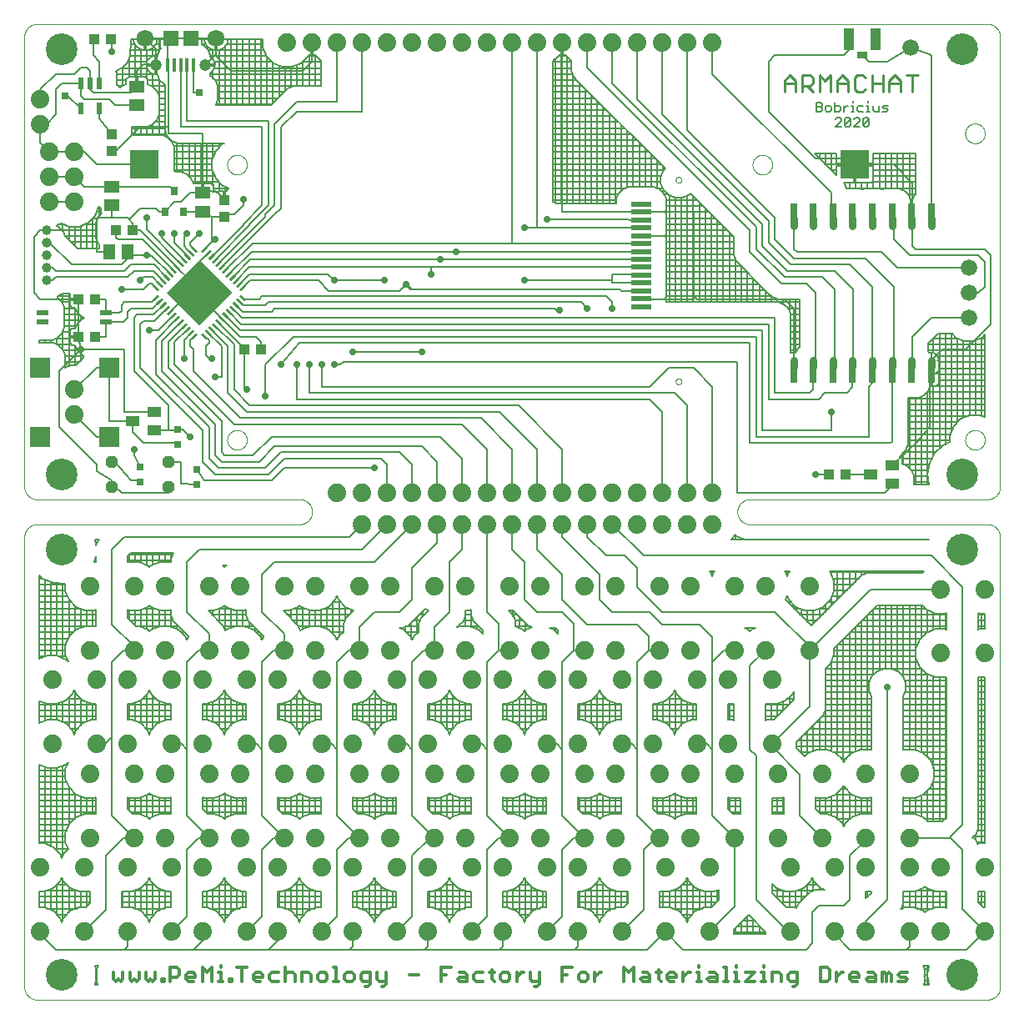
<source format=gtl>
G75*
%MOIN*%
%OFA0B0*%
%FSLAX25Y25*%
%IPPOS*%
%LPD*%
%AMOC8*
5,1,8,0,0,1.08239X$1,22.5*
%
%ADD10C,0.00000*%
%ADD11C,0.01400*%
%ADD12C,0.01000*%
%ADD13C,0.00500*%
%ADD14C,0.03937*%
%ADD15R,0.05906X0.06102*%
%ADD16R,0.01575X0.05315*%
%ADD17C,0.04724*%
%ADD18C,0.06791*%
%ADD19OC8,0.04800*%
%ADD20R,0.03150X0.03150*%
%ADD21C,0.12661*%
%ADD22C,0.07400*%
%ADD23R,0.05906X0.04882*%
%ADD24R,0.03937X0.04232*%
%ADD25R,0.02165X0.04724*%
%ADD26R,0.04232X0.03937*%
%ADD27R,0.02953X0.00984*%
%ADD28R,0.18504X0.18504*%
%ADD29R,0.04882X0.05906*%
%ADD30C,0.06600*%
%ADD31C,0.02975*%
%ADD32R,0.03150X0.07874*%
%ADD33R,0.04134X0.08661*%
%ADD34R,0.03937X0.03150*%
%ADD35R,0.05118X0.02362*%
%ADD36R,0.07874X0.01969*%
%ADD37R,0.05512X0.03937*%
%ADD38R,0.08071X0.08071*%
%ADD39R,0.03150X0.03543*%
%ADD40R,0.11811X0.11811*%
%ADD41C,0.00800*%
%ADD42C,0.02800*%
%ADD43C,0.01200*%
%ADD44R,0.02800X0.02800*%
D10*
X0006400Y0003787D02*
X0386400Y0003787D01*
X0386540Y0003789D01*
X0386680Y0003795D01*
X0386820Y0003805D01*
X0386960Y0003818D01*
X0387099Y0003836D01*
X0387238Y0003858D01*
X0387375Y0003883D01*
X0387513Y0003912D01*
X0387649Y0003945D01*
X0387784Y0003982D01*
X0387918Y0004023D01*
X0388051Y0004068D01*
X0388183Y0004116D01*
X0388313Y0004168D01*
X0388442Y0004223D01*
X0388569Y0004282D01*
X0388695Y0004345D01*
X0388819Y0004411D01*
X0388940Y0004480D01*
X0389060Y0004553D01*
X0389178Y0004630D01*
X0389293Y0004709D01*
X0389407Y0004792D01*
X0389517Y0004878D01*
X0389626Y0004967D01*
X0389732Y0005059D01*
X0389835Y0005154D01*
X0389936Y0005251D01*
X0390033Y0005352D01*
X0390128Y0005455D01*
X0390220Y0005561D01*
X0390309Y0005670D01*
X0390395Y0005780D01*
X0390478Y0005894D01*
X0390557Y0006009D01*
X0390634Y0006127D01*
X0390707Y0006247D01*
X0390776Y0006368D01*
X0390842Y0006492D01*
X0390905Y0006618D01*
X0390964Y0006745D01*
X0391019Y0006874D01*
X0391071Y0007004D01*
X0391119Y0007136D01*
X0391164Y0007269D01*
X0391205Y0007403D01*
X0391242Y0007538D01*
X0391275Y0007674D01*
X0391304Y0007812D01*
X0391329Y0007949D01*
X0391351Y0008088D01*
X0391369Y0008227D01*
X0391382Y0008367D01*
X0391392Y0008507D01*
X0391398Y0008647D01*
X0391400Y0008787D01*
X0391400Y0188787D01*
X0391398Y0188927D01*
X0391392Y0189067D01*
X0391382Y0189207D01*
X0391369Y0189347D01*
X0391351Y0189486D01*
X0391329Y0189625D01*
X0391304Y0189762D01*
X0391275Y0189900D01*
X0391242Y0190036D01*
X0391205Y0190171D01*
X0391164Y0190305D01*
X0391119Y0190438D01*
X0391071Y0190570D01*
X0391019Y0190700D01*
X0390964Y0190829D01*
X0390905Y0190956D01*
X0390842Y0191082D01*
X0390776Y0191206D01*
X0390707Y0191327D01*
X0390634Y0191447D01*
X0390557Y0191565D01*
X0390478Y0191680D01*
X0390395Y0191794D01*
X0390309Y0191904D01*
X0390220Y0192013D01*
X0390128Y0192119D01*
X0390033Y0192222D01*
X0389936Y0192323D01*
X0389835Y0192420D01*
X0389732Y0192515D01*
X0389626Y0192607D01*
X0389517Y0192696D01*
X0389407Y0192782D01*
X0389293Y0192865D01*
X0389178Y0192944D01*
X0389060Y0193021D01*
X0388940Y0193094D01*
X0388819Y0193163D01*
X0388695Y0193229D01*
X0388569Y0193292D01*
X0388442Y0193351D01*
X0388313Y0193406D01*
X0388183Y0193458D01*
X0388051Y0193506D01*
X0387918Y0193551D01*
X0387784Y0193592D01*
X0387649Y0193629D01*
X0387513Y0193662D01*
X0387375Y0193691D01*
X0387238Y0193716D01*
X0387099Y0193738D01*
X0386960Y0193756D01*
X0386820Y0193769D01*
X0386680Y0193779D01*
X0386540Y0193785D01*
X0386400Y0193787D01*
X0291400Y0193787D01*
X0291260Y0193789D01*
X0291120Y0193795D01*
X0290980Y0193805D01*
X0290840Y0193818D01*
X0290701Y0193836D01*
X0290562Y0193858D01*
X0290425Y0193883D01*
X0290287Y0193912D01*
X0290151Y0193945D01*
X0290016Y0193982D01*
X0289882Y0194023D01*
X0289749Y0194068D01*
X0289617Y0194116D01*
X0289487Y0194168D01*
X0289358Y0194223D01*
X0289231Y0194282D01*
X0289105Y0194345D01*
X0288981Y0194411D01*
X0288860Y0194480D01*
X0288740Y0194553D01*
X0288622Y0194630D01*
X0288507Y0194709D01*
X0288393Y0194792D01*
X0288283Y0194878D01*
X0288174Y0194967D01*
X0288068Y0195059D01*
X0287965Y0195154D01*
X0287864Y0195251D01*
X0287767Y0195352D01*
X0287672Y0195455D01*
X0287580Y0195561D01*
X0287491Y0195670D01*
X0287405Y0195780D01*
X0287322Y0195894D01*
X0287243Y0196009D01*
X0287166Y0196127D01*
X0287093Y0196247D01*
X0287024Y0196368D01*
X0286958Y0196492D01*
X0286895Y0196618D01*
X0286836Y0196745D01*
X0286781Y0196874D01*
X0286729Y0197004D01*
X0286681Y0197136D01*
X0286636Y0197269D01*
X0286595Y0197403D01*
X0286558Y0197538D01*
X0286525Y0197674D01*
X0286496Y0197812D01*
X0286471Y0197949D01*
X0286449Y0198088D01*
X0286431Y0198227D01*
X0286418Y0198367D01*
X0286408Y0198507D01*
X0286402Y0198647D01*
X0286400Y0198787D01*
X0286402Y0198927D01*
X0286408Y0199067D01*
X0286418Y0199207D01*
X0286431Y0199347D01*
X0286449Y0199486D01*
X0286471Y0199625D01*
X0286496Y0199762D01*
X0286525Y0199900D01*
X0286558Y0200036D01*
X0286595Y0200171D01*
X0286636Y0200305D01*
X0286681Y0200438D01*
X0286729Y0200570D01*
X0286781Y0200700D01*
X0286836Y0200829D01*
X0286895Y0200956D01*
X0286958Y0201082D01*
X0287024Y0201206D01*
X0287093Y0201327D01*
X0287166Y0201447D01*
X0287243Y0201565D01*
X0287322Y0201680D01*
X0287405Y0201794D01*
X0287491Y0201904D01*
X0287580Y0202013D01*
X0287672Y0202119D01*
X0287767Y0202222D01*
X0287864Y0202323D01*
X0287965Y0202420D01*
X0288068Y0202515D01*
X0288174Y0202607D01*
X0288283Y0202696D01*
X0288393Y0202782D01*
X0288507Y0202865D01*
X0288622Y0202944D01*
X0288740Y0203021D01*
X0288860Y0203094D01*
X0288981Y0203163D01*
X0289105Y0203229D01*
X0289231Y0203292D01*
X0289358Y0203351D01*
X0289487Y0203406D01*
X0289617Y0203458D01*
X0289749Y0203506D01*
X0289882Y0203551D01*
X0290016Y0203592D01*
X0290151Y0203629D01*
X0290287Y0203662D01*
X0290425Y0203691D01*
X0290562Y0203716D01*
X0290701Y0203738D01*
X0290840Y0203756D01*
X0290980Y0203769D01*
X0291120Y0203779D01*
X0291260Y0203785D01*
X0291400Y0203787D01*
X0386400Y0203787D01*
X0386540Y0203789D01*
X0386680Y0203795D01*
X0386820Y0203805D01*
X0386960Y0203818D01*
X0387099Y0203836D01*
X0387238Y0203858D01*
X0387375Y0203883D01*
X0387513Y0203912D01*
X0387649Y0203945D01*
X0387784Y0203982D01*
X0387918Y0204023D01*
X0388051Y0204068D01*
X0388183Y0204116D01*
X0388313Y0204168D01*
X0388442Y0204223D01*
X0388569Y0204282D01*
X0388695Y0204345D01*
X0388819Y0204411D01*
X0388940Y0204480D01*
X0389060Y0204553D01*
X0389178Y0204630D01*
X0389293Y0204709D01*
X0389407Y0204792D01*
X0389517Y0204878D01*
X0389626Y0204967D01*
X0389732Y0205059D01*
X0389835Y0205154D01*
X0389936Y0205251D01*
X0390033Y0205352D01*
X0390128Y0205455D01*
X0390220Y0205561D01*
X0390309Y0205670D01*
X0390395Y0205780D01*
X0390478Y0205894D01*
X0390557Y0206009D01*
X0390634Y0206127D01*
X0390707Y0206247D01*
X0390776Y0206368D01*
X0390842Y0206492D01*
X0390905Y0206618D01*
X0390964Y0206745D01*
X0391019Y0206874D01*
X0391071Y0207004D01*
X0391119Y0207136D01*
X0391164Y0207269D01*
X0391205Y0207403D01*
X0391242Y0207538D01*
X0391275Y0207674D01*
X0391304Y0207812D01*
X0391329Y0207949D01*
X0391351Y0208088D01*
X0391369Y0208227D01*
X0391382Y0208367D01*
X0391392Y0208507D01*
X0391398Y0208647D01*
X0391400Y0208787D01*
X0391400Y0388787D01*
X0391398Y0388927D01*
X0391392Y0389067D01*
X0391382Y0389207D01*
X0391369Y0389347D01*
X0391351Y0389486D01*
X0391329Y0389625D01*
X0391304Y0389762D01*
X0391275Y0389900D01*
X0391242Y0390036D01*
X0391205Y0390171D01*
X0391164Y0390305D01*
X0391119Y0390438D01*
X0391071Y0390570D01*
X0391019Y0390700D01*
X0390964Y0390829D01*
X0390905Y0390956D01*
X0390842Y0391082D01*
X0390776Y0391206D01*
X0390707Y0391327D01*
X0390634Y0391447D01*
X0390557Y0391565D01*
X0390478Y0391680D01*
X0390395Y0391794D01*
X0390309Y0391904D01*
X0390220Y0392013D01*
X0390128Y0392119D01*
X0390033Y0392222D01*
X0389936Y0392323D01*
X0389835Y0392420D01*
X0389732Y0392515D01*
X0389626Y0392607D01*
X0389517Y0392696D01*
X0389407Y0392782D01*
X0389293Y0392865D01*
X0389178Y0392944D01*
X0389060Y0393021D01*
X0388940Y0393094D01*
X0388819Y0393163D01*
X0388695Y0393229D01*
X0388569Y0393292D01*
X0388442Y0393351D01*
X0388313Y0393406D01*
X0388183Y0393458D01*
X0388051Y0393506D01*
X0387918Y0393551D01*
X0387784Y0393592D01*
X0387649Y0393629D01*
X0387513Y0393662D01*
X0387375Y0393691D01*
X0387238Y0393716D01*
X0387099Y0393738D01*
X0386960Y0393756D01*
X0386820Y0393769D01*
X0386680Y0393779D01*
X0386540Y0393785D01*
X0386400Y0393787D01*
X0006400Y0393787D01*
X0006260Y0393785D01*
X0006120Y0393779D01*
X0005980Y0393769D01*
X0005840Y0393756D01*
X0005701Y0393738D01*
X0005562Y0393716D01*
X0005425Y0393691D01*
X0005287Y0393662D01*
X0005151Y0393629D01*
X0005016Y0393592D01*
X0004882Y0393551D01*
X0004749Y0393506D01*
X0004617Y0393458D01*
X0004487Y0393406D01*
X0004358Y0393351D01*
X0004231Y0393292D01*
X0004105Y0393229D01*
X0003981Y0393163D01*
X0003860Y0393094D01*
X0003740Y0393021D01*
X0003622Y0392944D01*
X0003507Y0392865D01*
X0003393Y0392782D01*
X0003283Y0392696D01*
X0003174Y0392607D01*
X0003068Y0392515D01*
X0002965Y0392420D01*
X0002864Y0392323D01*
X0002767Y0392222D01*
X0002672Y0392119D01*
X0002580Y0392013D01*
X0002491Y0391904D01*
X0002405Y0391794D01*
X0002322Y0391680D01*
X0002243Y0391565D01*
X0002166Y0391447D01*
X0002093Y0391327D01*
X0002024Y0391206D01*
X0001958Y0391082D01*
X0001895Y0390956D01*
X0001836Y0390829D01*
X0001781Y0390700D01*
X0001729Y0390570D01*
X0001681Y0390438D01*
X0001636Y0390305D01*
X0001595Y0390171D01*
X0001558Y0390036D01*
X0001525Y0389900D01*
X0001496Y0389762D01*
X0001471Y0389625D01*
X0001449Y0389486D01*
X0001431Y0389347D01*
X0001418Y0389207D01*
X0001408Y0389067D01*
X0001402Y0388927D01*
X0001400Y0388787D01*
X0001400Y0208787D01*
X0001402Y0208647D01*
X0001408Y0208507D01*
X0001418Y0208367D01*
X0001431Y0208227D01*
X0001449Y0208088D01*
X0001471Y0207949D01*
X0001496Y0207812D01*
X0001525Y0207674D01*
X0001558Y0207538D01*
X0001595Y0207403D01*
X0001636Y0207269D01*
X0001681Y0207136D01*
X0001729Y0207004D01*
X0001781Y0206874D01*
X0001836Y0206745D01*
X0001895Y0206618D01*
X0001958Y0206492D01*
X0002024Y0206368D01*
X0002093Y0206247D01*
X0002166Y0206127D01*
X0002243Y0206009D01*
X0002322Y0205894D01*
X0002405Y0205780D01*
X0002491Y0205670D01*
X0002580Y0205561D01*
X0002672Y0205455D01*
X0002767Y0205352D01*
X0002864Y0205251D01*
X0002965Y0205154D01*
X0003068Y0205059D01*
X0003174Y0204967D01*
X0003283Y0204878D01*
X0003393Y0204792D01*
X0003507Y0204709D01*
X0003622Y0204630D01*
X0003740Y0204553D01*
X0003860Y0204480D01*
X0003981Y0204411D01*
X0004105Y0204345D01*
X0004231Y0204282D01*
X0004358Y0204223D01*
X0004487Y0204168D01*
X0004617Y0204116D01*
X0004749Y0204068D01*
X0004882Y0204023D01*
X0005016Y0203982D01*
X0005151Y0203945D01*
X0005287Y0203912D01*
X0005425Y0203883D01*
X0005562Y0203858D01*
X0005701Y0203836D01*
X0005840Y0203818D01*
X0005980Y0203805D01*
X0006120Y0203795D01*
X0006260Y0203789D01*
X0006400Y0203787D01*
X0111400Y0203787D01*
X0111540Y0203785D01*
X0111680Y0203779D01*
X0111820Y0203769D01*
X0111960Y0203756D01*
X0112099Y0203738D01*
X0112238Y0203716D01*
X0112375Y0203691D01*
X0112513Y0203662D01*
X0112649Y0203629D01*
X0112784Y0203592D01*
X0112918Y0203551D01*
X0113051Y0203506D01*
X0113183Y0203458D01*
X0113313Y0203406D01*
X0113442Y0203351D01*
X0113569Y0203292D01*
X0113695Y0203229D01*
X0113819Y0203163D01*
X0113940Y0203094D01*
X0114060Y0203021D01*
X0114178Y0202944D01*
X0114293Y0202865D01*
X0114407Y0202782D01*
X0114517Y0202696D01*
X0114626Y0202607D01*
X0114732Y0202515D01*
X0114835Y0202420D01*
X0114936Y0202323D01*
X0115033Y0202222D01*
X0115128Y0202119D01*
X0115220Y0202013D01*
X0115309Y0201904D01*
X0115395Y0201794D01*
X0115478Y0201680D01*
X0115557Y0201565D01*
X0115634Y0201447D01*
X0115707Y0201327D01*
X0115776Y0201206D01*
X0115842Y0201082D01*
X0115905Y0200956D01*
X0115964Y0200829D01*
X0116019Y0200700D01*
X0116071Y0200570D01*
X0116119Y0200438D01*
X0116164Y0200305D01*
X0116205Y0200171D01*
X0116242Y0200036D01*
X0116275Y0199900D01*
X0116304Y0199762D01*
X0116329Y0199625D01*
X0116351Y0199486D01*
X0116369Y0199347D01*
X0116382Y0199207D01*
X0116392Y0199067D01*
X0116398Y0198927D01*
X0116400Y0198787D01*
X0116398Y0198647D01*
X0116392Y0198507D01*
X0116382Y0198367D01*
X0116369Y0198227D01*
X0116351Y0198088D01*
X0116329Y0197949D01*
X0116304Y0197812D01*
X0116275Y0197674D01*
X0116242Y0197538D01*
X0116205Y0197403D01*
X0116164Y0197269D01*
X0116119Y0197136D01*
X0116071Y0197004D01*
X0116019Y0196874D01*
X0115964Y0196745D01*
X0115905Y0196618D01*
X0115842Y0196492D01*
X0115776Y0196368D01*
X0115707Y0196247D01*
X0115634Y0196127D01*
X0115557Y0196009D01*
X0115478Y0195894D01*
X0115395Y0195780D01*
X0115309Y0195670D01*
X0115220Y0195561D01*
X0115128Y0195455D01*
X0115033Y0195352D01*
X0114936Y0195251D01*
X0114835Y0195154D01*
X0114732Y0195059D01*
X0114626Y0194967D01*
X0114517Y0194878D01*
X0114407Y0194792D01*
X0114293Y0194709D01*
X0114178Y0194630D01*
X0114060Y0194553D01*
X0113940Y0194480D01*
X0113819Y0194411D01*
X0113695Y0194345D01*
X0113569Y0194282D01*
X0113442Y0194223D01*
X0113313Y0194168D01*
X0113183Y0194116D01*
X0113051Y0194068D01*
X0112918Y0194023D01*
X0112784Y0193982D01*
X0112649Y0193945D01*
X0112513Y0193912D01*
X0112375Y0193883D01*
X0112238Y0193858D01*
X0112099Y0193836D01*
X0111960Y0193818D01*
X0111820Y0193805D01*
X0111680Y0193795D01*
X0111540Y0193789D01*
X0111400Y0193787D01*
X0006400Y0193787D01*
X0006260Y0193785D01*
X0006120Y0193779D01*
X0005980Y0193769D01*
X0005840Y0193756D01*
X0005701Y0193738D01*
X0005562Y0193716D01*
X0005425Y0193691D01*
X0005287Y0193662D01*
X0005151Y0193629D01*
X0005016Y0193592D01*
X0004882Y0193551D01*
X0004749Y0193506D01*
X0004617Y0193458D01*
X0004487Y0193406D01*
X0004358Y0193351D01*
X0004231Y0193292D01*
X0004105Y0193229D01*
X0003981Y0193163D01*
X0003860Y0193094D01*
X0003740Y0193021D01*
X0003622Y0192944D01*
X0003507Y0192865D01*
X0003393Y0192782D01*
X0003283Y0192696D01*
X0003174Y0192607D01*
X0003068Y0192515D01*
X0002965Y0192420D01*
X0002864Y0192323D01*
X0002767Y0192222D01*
X0002672Y0192119D01*
X0002580Y0192013D01*
X0002491Y0191904D01*
X0002405Y0191794D01*
X0002322Y0191680D01*
X0002243Y0191565D01*
X0002166Y0191447D01*
X0002093Y0191327D01*
X0002024Y0191206D01*
X0001958Y0191082D01*
X0001895Y0190956D01*
X0001836Y0190829D01*
X0001781Y0190700D01*
X0001729Y0190570D01*
X0001681Y0190438D01*
X0001636Y0190305D01*
X0001595Y0190171D01*
X0001558Y0190036D01*
X0001525Y0189900D01*
X0001496Y0189762D01*
X0001471Y0189625D01*
X0001449Y0189486D01*
X0001431Y0189347D01*
X0001418Y0189207D01*
X0001408Y0189067D01*
X0001402Y0188927D01*
X0001400Y0188787D01*
X0001400Y0008787D01*
X0001402Y0008647D01*
X0001408Y0008507D01*
X0001418Y0008367D01*
X0001431Y0008227D01*
X0001449Y0008088D01*
X0001471Y0007949D01*
X0001496Y0007812D01*
X0001525Y0007674D01*
X0001558Y0007538D01*
X0001595Y0007403D01*
X0001636Y0007269D01*
X0001681Y0007136D01*
X0001729Y0007004D01*
X0001781Y0006874D01*
X0001836Y0006745D01*
X0001895Y0006618D01*
X0001958Y0006492D01*
X0002024Y0006368D01*
X0002093Y0006247D01*
X0002166Y0006127D01*
X0002243Y0006009D01*
X0002322Y0005894D01*
X0002405Y0005780D01*
X0002491Y0005670D01*
X0002580Y0005561D01*
X0002672Y0005455D01*
X0002767Y0005352D01*
X0002864Y0005251D01*
X0002965Y0005154D01*
X0003068Y0005059D01*
X0003174Y0004967D01*
X0003283Y0004878D01*
X0003393Y0004792D01*
X0003507Y0004709D01*
X0003622Y0004630D01*
X0003740Y0004553D01*
X0003860Y0004480D01*
X0003981Y0004411D01*
X0004105Y0004345D01*
X0004231Y0004282D01*
X0004358Y0004223D01*
X0004487Y0004168D01*
X0004617Y0004116D01*
X0004749Y0004068D01*
X0004882Y0004023D01*
X0005016Y0003982D01*
X0005151Y0003945D01*
X0005287Y0003912D01*
X0005425Y0003883D01*
X0005562Y0003858D01*
X0005701Y0003836D01*
X0005840Y0003818D01*
X0005980Y0003805D01*
X0006120Y0003795D01*
X0006260Y0003789D01*
X0006400Y0003787D01*
X0082463Y0227537D02*
X0082465Y0227662D01*
X0082471Y0227787D01*
X0082481Y0227911D01*
X0082495Y0228035D01*
X0082512Y0228159D01*
X0082534Y0228282D01*
X0082560Y0228404D01*
X0082589Y0228526D01*
X0082622Y0228646D01*
X0082660Y0228765D01*
X0082700Y0228884D01*
X0082745Y0229000D01*
X0082793Y0229115D01*
X0082845Y0229229D01*
X0082901Y0229341D01*
X0082960Y0229451D01*
X0083022Y0229559D01*
X0083088Y0229666D01*
X0083157Y0229770D01*
X0083230Y0229871D01*
X0083305Y0229971D01*
X0083384Y0230068D01*
X0083466Y0230162D01*
X0083551Y0230254D01*
X0083638Y0230343D01*
X0083729Y0230429D01*
X0083822Y0230512D01*
X0083918Y0230593D01*
X0084016Y0230670D01*
X0084116Y0230744D01*
X0084219Y0230815D01*
X0084324Y0230882D01*
X0084432Y0230947D01*
X0084541Y0231007D01*
X0084652Y0231065D01*
X0084765Y0231118D01*
X0084879Y0231168D01*
X0084995Y0231215D01*
X0085112Y0231257D01*
X0085231Y0231296D01*
X0085351Y0231332D01*
X0085472Y0231363D01*
X0085594Y0231391D01*
X0085716Y0231414D01*
X0085840Y0231434D01*
X0085964Y0231450D01*
X0086088Y0231462D01*
X0086213Y0231470D01*
X0086338Y0231474D01*
X0086462Y0231474D01*
X0086587Y0231470D01*
X0086712Y0231462D01*
X0086836Y0231450D01*
X0086960Y0231434D01*
X0087084Y0231414D01*
X0087206Y0231391D01*
X0087328Y0231363D01*
X0087449Y0231332D01*
X0087569Y0231296D01*
X0087688Y0231257D01*
X0087805Y0231215D01*
X0087921Y0231168D01*
X0088035Y0231118D01*
X0088148Y0231065D01*
X0088259Y0231007D01*
X0088369Y0230947D01*
X0088476Y0230882D01*
X0088581Y0230815D01*
X0088684Y0230744D01*
X0088784Y0230670D01*
X0088882Y0230593D01*
X0088978Y0230512D01*
X0089071Y0230429D01*
X0089162Y0230343D01*
X0089249Y0230254D01*
X0089334Y0230162D01*
X0089416Y0230068D01*
X0089495Y0229971D01*
X0089570Y0229871D01*
X0089643Y0229770D01*
X0089712Y0229666D01*
X0089778Y0229559D01*
X0089840Y0229451D01*
X0089899Y0229341D01*
X0089955Y0229229D01*
X0090007Y0229115D01*
X0090055Y0229000D01*
X0090100Y0228884D01*
X0090140Y0228765D01*
X0090178Y0228646D01*
X0090211Y0228526D01*
X0090240Y0228404D01*
X0090266Y0228282D01*
X0090288Y0228159D01*
X0090305Y0228035D01*
X0090319Y0227911D01*
X0090329Y0227787D01*
X0090335Y0227662D01*
X0090337Y0227537D01*
X0090335Y0227412D01*
X0090329Y0227287D01*
X0090319Y0227163D01*
X0090305Y0227039D01*
X0090288Y0226915D01*
X0090266Y0226792D01*
X0090240Y0226670D01*
X0090211Y0226548D01*
X0090178Y0226428D01*
X0090140Y0226309D01*
X0090100Y0226190D01*
X0090055Y0226074D01*
X0090007Y0225959D01*
X0089955Y0225845D01*
X0089899Y0225733D01*
X0089840Y0225623D01*
X0089778Y0225515D01*
X0089712Y0225408D01*
X0089643Y0225304D01*
X0089570Y0225203D01*
X0089495Y0225103D01*
X0089416Y0225006D01*
X0089334Y0224912D01*
X0089249Y0224820D01*
X0089162Y0224731D01*
X0089071Y0224645D01*
X0088978Y0224562D01*
X0088882Y0224481D01*
X0088784Y0224404D01*
X0088684Y0224330D01*
X0088581Y0224259D01*
X0088476Y0224192D01*
X0088368Y0224127D01*
X0088259Y0224067D01*
X0088148Y0224009D01*
X0088035Y0223956D01*
X0087921Y0223906D01*
X0087805Y0223859D01*
X0087688Y0223817D01*
X0087569Y0223778D01*
X0087449Y0223742D01*
X0087328Y0223711D01*
X0087206Y0223683D01*
X0087084Y0223660D01*
X0086960Y0223640D01*
X0086836Y0223624D01*
X0086712Y0223612D01*
X0086587Y0223604D01*
X0086462Y0223600D01*
X0086338Y0223600D01*
X0086213Y0223604D01*
X0086088Y0223612D01*
X0085964Y0223624D01*
X0085840Y0223640D01*
X0085716Y0223660D01*
X0085594Y0223683D01*
X0085472Y0223711D01*
X0085351Y0223742D01*
X0085231Y0223778D01*
X0085112Y0223817D01*
X0084995Y0223859D01*
X0084879Y0223906D01*
X0084765Y0223956D01*
X0084652Y0224009D01*
X0084541Y0224067D01*
X0084431Y0224127D01*
X0084324Y0224192D01*
X0084219Y0224259D01*
X0084116Y0224330D01*
X0084016Y0224404D01*
X0083918Y0224481D01*
X0083822Y0224562D01*
X0083729Y0224645D01*
X0083638Y0224731D01*
X0083551Y0224820D01*
X0083466Y0224912D01*
X0083384Y0225006D01*
X0083305Y0225103D01*
X0083230Y0225203D01*
X0083157Y0225304D01*
X0083088Y0225408D01*
X0083022Y0225515D01*
X0082960Y0225623D01*
X0082901Y0225733D01*
X0082845Y0225845D01*
X0082793Y0225959D01*
X0082745Y0226074D01*
X0082700Y0226190D01*
X0082660Y0226309D01*
X0082622Y0226428D01*
X0082589Y0226548D01*
X0082560Y0226670D01*
X0082534Y0226792D01*
X0082512Y0226915D01*
X0082495Y0227039D01*
X0082481Y0227163D01*
X0082471Y0227287D01*
X0082465Y0227412D01*
X0082463Y0227537D01*
X0082463Y0337537D02*
X0082465Y0337662D01*
X0082471Y0337787D01*
X0082481Y0337911D01*
X0082495Y0338035D01*
X0082512Y0338159D01*
X0082534Y0338282D01*
X0082560Y0338404D01*
X0082589Y0338526D01*
X0082622Y0338646D01*
X0082660Y0338765D01*
X0082700Y0338884D01*
X0082745Y0339000D01*
X0082793Y0339115D01*
X0082845Y0339229D01*
X0082901Y0339341D01*
X0082960Y0339451D01*
X0083022Y0339559D01*
X0083088Y0339666D01*
X0083157Y0339770D01*
X0083230Y0339871D01*
X0083305Y0339971D01*
X0083384Y0340068D01*
X0083466Y0340162D01*
X0083551Y0340254D01*
X0083638Y0340343D01*
X0083729Y0340429D01*
X0083822Y0340512D01*
X0083918Y0340593D01*
X0084016Y0340670D01*
X0084116Y0340744D01*
X0084219Y0340815D01*
X0084324Y0340882D01*
X0084432Y0340947D01*
X0084541Y0341007D01*
X0084652Y0341065D01*
X0084765Y0341118D01*
X0084879Y0341168D01*
X0084995Y0341215D01*
X0085112Y0341257D01*
X0085231Y0341296D01*
X0085351Y0341332D01*
X0085472Y0341363D01*
X0085594Y0341391D01*
X0085716Y0341414D01*
X0085840Y0341434D01*
X0085964Y0341450D01*
X0086088Y0341462D01*
X0086213Y0341470D01*
X0086338Y0341474D01*
X0086462Y0341474D01*
X0086587Y0341470D01*
X0086712Y0341462D01*
X0086836Y0341450D01*
X0086960Y0341434D01*
X0087084Y0341414D01*
X0087206Y0341391D01*
X0087328Y0341363D01*
X0087449Y0341332D01*
X0087569Y0341296D01*
X0087688Y0341257D01*
X0087805Y0341215D01*
X0087921Y0341168D01*
X0088035Y0341118D01*
X0088148Y0341065D01*
X0088259Y0341007D01*
X0088369Y0340947D01*
X0088476Y0340882D01*
X0088581Y0340815D01*
X0088684Y0340744D01*
X0088784Y0340670D01*
X0088882Y0340593D01*
X0088978Y0340512D01*
X0089071Y0340429D01*
X0089162Y0340343D01*
X0089249Y0340254D01*
X0089334Y0340162D01*
X0089416Y0340068D01*
X0089495Y0339971D01*
X0089570Y0339871D01*
X0089643Y0339770D01*
X0089712Y0339666D01*
X0089778Y0339559D01*
X0089840Y0339451D01*
X0089899Y0339341D01*
X0089955Y0339229D01*
X0090007Y0339115D01*
X0090055Y0339000D01*
X0090100Y0338884D01*
X0090140Y0338765D01*
X0090178Y0338646D01*
X0090211Y0338526D01*
X0090240Y0338404D01*
X0090266Y0338282D01*
X0090288Y0338159D01*
X0090305Y0338035D01*
X0090319Y0337911D01*
X0090329Y0337787D01*
X0090335Y0337662D01*
X0090337Y0337537D01*
X0090335Y0337412D01*
X0090329Y0337287D01*
X0090319Y0337163D01*
X0090305Y0337039D01*
X0090288Y0336915D01*
X0090266Y0336792D01*
X0090240Y0336670D01*
X0090211Y0336548D01*
X0090178Y0336428D01*
X0090140Y0336309D01*
X0090100Y0336190D01*
X0090055Y0336074D01*
X0090007Y0335959D01*
X0089955Y0335845D01*
X0089899Y0335733D01*
X0089840Y0335623D01*
X0089778Y0335515D01*
X0089712Y0335408D01*
X0089643Y0335304D01*
X0089570Y0335203D01*
X0089495Y0335103D01*
X0089416Y0335006D01*
X0089334Y0334912D01*
X0089249Y0334820D01*
X0089162Y0334731D01*
X0089071Y0334645D01*
X0088978Y0334562D01*
X0088882Y0334481D01*
X0088784Y0334404D01*
X0088684Y0334330D01*
X0088581Y0334259D01*
X0088476Y0334192D01*
X0088368Y0334127D01*
X0088259Y0334067D01*
X0088148Y0334009D01*
X0088035Y0333956D01*
X0087921Y0333906D01*
X0087805Y0333859D01*
X0087688Y0333817D01*
X0087569Y0333778D01*
X0087449Y0333742D01*
X0087328Y0333711D01*
X0087206Y0333683D01*
X0087084Y0333660D01*
X0086960Y0333640D01*
X0086836Y0333624D01*
X0086712Y0333612D01*
X0086587Y0333604D01*
X0086462Y0333600D01*
X0086338Y0333600D01*
X0086213Y0333604D01*
X0086088Y0333612D01*
X0085964Y0333624D01*
X0085840Y0333640D01*
X0085716Y0333660D01*
X0085594Y0333683D01*
X0085472Y0333711D01*
X0085351Y0333742D01*
X0085231Y0333778D01*
X0085112Y0333817D01*
X0084995Y0333859D01*
X0084879Y0333906D01*
X0084765Y0333956D01*
X0084652Y0334009D01*
X0084541Y0334067D01*
X0084431Y0334127D01*
X0084324Y0334192D01*
X0084219Y0334259D01*
X0084116Y0334330D01*
X0084016Y0334404D01*
X0083918Y0334481D01*
X0083822Y0334562D01*
X0083729Y0334645D01*
X0083638Y0334731D01*
X0083551Y0334820D01*
X0083466Y0334912D01*
X0083384Y0335006D01*
X0083305Y0335103D01*
X0083230Y0335203D01*
X0083157Y0335304D01*
X0083088Y0335408D01*
X0083022Y0335515D01*
X0082960Y0335623D01*
X0082901Y0335733D01*
X0082845Y0335845D01*
X0082793Y0335959D01*
X0082745Y0336074D01*
X0082700Y0336190D01*
X0082660Y0336309D01*
X0082622Y0336428D01*
X0082589Y0336548D01*
X0082560Y0336670D01*
X0082534Y0336792D01*
X0082512Y0336915D01*
X0082495Y0337039D01*
X0082481Y0337163D01*
X0082471Y0337287D01*
X0082465Y0337412D01*
X0082463Y0337537D01*
X0261754Y0331406D02*
X0261756Y0331475D01*
X0261762Y0331543D01*
X0261772Y0331611D01*
X0261786Y0331678D01*
X0261804Y0331745D01*
X0261825Y0331810D01*
X0261851Y0331874D01*
X0261880Y0331936D01*
X0261912Y0331996D01*
X0261948Y0332055D01*
X0261988Y0332111D01*
X0262030Y0332165D01*
X0262076Y0332216D01*
X0262125Y0332265D01*
X0262176Y0332311D01*
X0262230Y0332353D01*
X0262286Y0332393D01*
X0262344Y0332429D01*
X0262405Y0332461D01*
X0262467Y0332490D01*
X0262531Y0332516D01*
X0262596Y0332537D01*
X0262663Y0332555D01*
X0262730Y0332569D01*
X0262798Y0332579D01*
X0262866Y0332585D01*
X0262935Y0332587D01*
X0263004Y0332585D01*
X0263072Y0332579D01*
X0263140Y0332569D01*
X0263207Y0332555D01*
X0263274Y0332537D01*
X0263339Y0332516D01*
X0263403Y0332490D01*
X0263465Y0332461D01*
X0263525Y0332429D01*
X0263584Y0332393D01*
X0263640Y0332353D01*
X0263694Y0332311D01*
X0263745Y0332265D01*
X0263794Y0332216D01*
X0263840Y0332165D01*
X0263882Y0332111D01*
X0263922Y0332055D01*
X0263958Y0331996D01*
X0263990Y0331936D01*
X0264019Y0331874D01*
X0264045Y0331810D01*
X0264066Y0331745D01*
X0264084Y0331678D01*
X0264098Y0331611D01*
X0264108Y0331543D01*
X0264114Y0331475D01*
X0264116Y0331406D01*
X0264114Y0331337D01*
X0264108Y0331269D01*
X0264098Y0331201D01*
X0264084Y0331134D01*
X0264066Y0331067D01*
X0264045Y0331002D01*
X0264019Y0330938D01*
X0263990Y0330876D01*
X0263958Y0330815D01*
X0263922Y0330757D01*
X0263882Y0330701D01*
X0263840Y0330647D01*
X0263794Y0330596D01*
X0263745Y0330547D01*
X0263694Y0330501D01*
X0263640Y0330459D01*
X0263584Y0330419D01*
X0263526Y0330383D01*
X0263465Y0330351D01*
X0263403Y0330322D01*
X0263339Y0330296D01*
X0263274Y0330275D01*
X0263207Y0330257D01*
X0263140Y0330243D01*
X0263072Y0330233D01*
X0263004Y0330227D01*
X0262935Y0330225D01*
X0262866Y0330227D01*
X0262798Y0330233D01*
X0262730Y0330243D01*
X0262663Y0330257D01*
X0262596Y0330275D01*
X0262531Y0330296D01*
X0262467Y0330322D01*
X0262405Y0330351D01*
X0262344Y0330383D01*
X0262286Y0330419D01*
X0262230Y0330459D01*
X0262176Y0330501D01*
X0262125Y0330547D01*
X0262076Y0330596D01*
X0262030Y0330647D01*
X0261988Y0330701D01*
X0261948Y0330757D01*
X0261912Y0330815D01*
X0261880Y0330876D01*
X0261851Y0330938D01*
X0261825Y0331002D01*
X0261804Y0331067D01*
X0261786Y0331134D01*
X0261772Y0331201D01*
X0261762Y0331269D01*
X0261756Y0331337D01*
X0261754Y0331406D01*
X0292463Y0337537D02*
X0292465Y0337662D01*
X0292471Y0337787D01*
X0292481Y0337911D01*
X0292495Y0338035D01*
X0292512Y0338159D01*
X0292534Y0338282D01*
X0292560Y0338404D01*
X0292589Y0338526D01*
X0292622Y0338646D01*
X0292660Y0338765D01*
X0292700Y0338884D01*
X0292745Y0339000D01*
X0292793Y0339115D01*
X0292845Y0339229D01*
X0292901Y0339341D01*
X0292960Y0339451D01*
X0293022Y0339559D01*
X0293088Y0339666D01*
X0293157Y0339770D01*
X0293230Y0339871D01*
X0293305Y0339971D01*
X0293384Y0340068D01*
X0293466Y0340162D01*
X0293551Y0340254D01*
X0293638Y0340343D01*
X0293729Y0340429D01*
X0293822Y0340512D01*
X0293918Y0340593D01*
X0294016Y0340670D01*
X0294116Y0340744D01*
X0294219Y0340815D01*
X0294324Y0340882D01*
X0294432Y0340947D01*
X0294541Y0341007D01*
X0294652Y0341065D01*
X0294765Y0341118D01*
X0294879Y0341168D01*
X0294995Y0341215D01*
X0295112Y0341257D01*
X0295231Y0341296D01*
X0295351Y0341332D01*
X0295472Y0341363D01*
X0295594Y0341391D01*
X0295716Y0341414D01*
X0295840Y0341434D01*
X0295964Y0341450D01*
X0296088Y0341462D01*
X0296213Y0341470D01*
X0296338Y0341474D01*
X0296462Y0341474D01*
X0296587Y0341470D01*
X0296712Y0341462D01*
X0296836Y0341450D01*
X0296960Y0341434D01*
X0297084Y0341414D01*
X0297206Y0341391D01*
X0297328Y0341363D01*
X0297449Y0341332D01*
X0297569Y0341296D01*
X0297688Y0341257D01*
X0297805Y0341215D01*
X0297921Y0341168D01*
X0298035Y0341118D01*
X0298148Y0341065D01*
X0298259Y0341007D01*
X0298369Y0340947D01*
X0298476Y0340882D01*
X0298581Y0340815D01*
X0298684Y0340744D01*
X0298784Y0340670D01*
X0298882Y0340593D01*
X0298978Y0340512D01*
X0299071Y0340429D01*
X0299162Y0340343D01*
X0299249Y0340254D01*
X0299334Y0340162D01*
X0299416Y0340068D01*
X0299495Y0339971D01*
X0299570Y0339871D01*
X0299643Y0339770D01*
X0299712Y0339666D01*
X0299778Y0339559D01*
X0299840Y0339451D01*
X0299899Y0339341D01*
X0299955Y0339229D01*
X0300007Y0339115D01*
X0300055Y0339000D01*
X0300100Y0338884D01*
X0300140Y0338765D01*
X0300178Y0338646D01*
X0300211Y0338526D01*
X0300240Y0338404D01*
X0300266Y0338282D01*
X0300288Y0338159D01*
X0300305Y0338035D01*
X0300319Y0337911D01*
X0300329Y0337787D01*
X0300335Y0337662D01*
X0300337Y0337537D01*
X0300335Y0337412D01*
X0300329Y0337287D01*
X0300319Y0337163D01*
X0300305Y0337039D01*
X0300288Y0336915D01*
X0300266Y0336792D01*
X0300240Y0336670D01*
X0300211Y0336548D01*
X0300178Y0336428D01*
X0300140Y0336309D01*
X0300100Y0336190D01*
X0300055Y0336074D01*
X0300007Y0335959D01*
X0299955Y0335845D01*
X0299899Y0335733D01*
X0299840Y0335623D01*
X0299778Y0335515D01*
X0299712Y0335408D01*
X0299643Y0335304D01*
X0299570Y0335203D01*
X0299495Y0335103D01*
X0299416Y0335006D01*
X0299334Y0334912D01*
X0299249Y0334820D01*
X0299162Y0334731D01*
X0299071Y0334645D01*
X0298978Y0334562D01*
X0298882Y0334481D01*
X0298784Y0334404D01*
X0298684Y0334330D01*
X0298581Y0334259D01*
X0298476Y0334192D01*
X0298368Y0334127D01*
X0298259Y0334067D01*
X0298148Y0334009D01*
X0298035Y0333956D01*
X0297921Y0333906D01*
X0297805Y0333859D01*
X0297688Y0333817D01*
X0297569Y0333778D01*
X0297449Y0333742D01*
X0297328Y0333711D01*
X0297206Y0333683D01*
X0297084Y0333660D01*
X0296960Y0333640D01*
X0296836Y0333624D01*
X0296712Y0333612D01*
X0296587Y0333604D01*
X0296462Y0333600D01*
X0296338Y0333600D01*
X0296213Y0333604D01*
X0296088Y0333612D01*
X0295964Y0333624D01*
X0295840Y0333640D01*
X0295716Y0333660D01*
X0295594Y0333683D01*
X0295472Y0333711D01*
X0295351Y0333742D01*
X0295231Y0333778D01*
X0295112Y0333817D01*
X0294995Y0333859D01*
X0294879Y0333906D01*
X0294765Y0333956D01*
X0294652Y0334009D01*
X0294541Y0334067D01*
X0294431Y0334127D01*
X0294324Y0334192D01*
X0294219Y0334259D01*
X0294116Y0334330D01*
X0294016Y0334404D01*
X0293918Y0334481D01*
X0293822Y0334562D01*
X0293729Y0334645D01*
X0293638Y0334731D01*
X0293551Y0334820D01*
X0293466Y0334912D01*
X0293384Y0335006D01*
X0293305Y0335103D01*
X0293230Y0335203D01*
X0293157Y0335304D01*
X0293088Y0335408D01*
X0293022Y0335515D01*
X0292960Y0335623D01*
X0292901Y0335733D01*
X0292845Y0335845D01*
X0292793Y0335959D01*
X0292745Y0336074D01*
X0292700Y0336190D01*
X0292660Y0336309D01*
X0292622Y0336428D01*
X0292589Y0336548D01*
X0292560Y0336670D01*
X0292534Y0336792D01*
X0292512Y0336915D01*
X0292495Y0337039D01*
X0292481Y0337163D01*
X0292471Y0337287D01*
X0292465Y0337412D01*
X0292463Y0337537D01*
X0261754Y0250894D02*
X0261756Y0250963D01*
X0261762Y0251031D01*
X0261772Y0251099D01*
X0261786Y0251166D01*
X0261804Y0251233D01*
X0261825Y0251298D01*
X0261851Y0251362D01*
X0261880Y0251424D01*
X0261912Y0251484D01*
X0261948Y0251543D01*
X0261988Y0251599D01*
X0262030Y0251653D01*
X0262076Y0251704D01*
X0262125Y0251753D01*
X0262176Y0251799D01*
X0262230Y0251841D01*
X0262286Y0251881D01*
X0262344Y0251917D01*
X0262405Y0251949D01*
X0262467Y0251978D01*
X0262531Y0252004D01*
X0262596Y0252025D01*
X0262663Y0252043D01*
X0262730Y0252057D01*
X0262798Y0252067D01*
X0262866Y0252073D01*
X0262935Y0252075D01*
X0263004Y0252073D01*
X0263072Y0252067D01*
X0263140Y0252057D01*
X0263207Y0252043D01*
X0263274Y0252025D01*
X0263339Y0252004D01*
X0263403Y0251978D01*
X0263465Y0251949D01*
X0263525Y0251917D01*
X0263584Y0251881D01*
X0263640Y0251841D01*
X0263694Y0251799D01*
X0263745Y0251753D01*
X0263794Y0251704D01*
X0263840Y0251653D01*
X0263882Y0251599D01*
X0263922Y0251543D01*
X0263958Y0251484D01*
X0263990Y0251424D01*
X0264019Y0251362D01*
X0264045Y0251298D01*
X0264066Y0251233D01*
X0264084Y0251166D01*
X0264098Y0251099D01*
X0264108Y0251031D01*
X0264114Y0250963D01*
X0264116Y0250894D01*
X0264114Y0250825D01*
X0264108Y0250757D01*
X0264098Y0250689D01*
X0264084Y0250622D01*
X0264066Y0250555D01*
X0264045Y0250490D01*
X0264019Y0250426D01*
X0263990Y0250364D01*
X0263958Y0250303D01*
X0263922Y0250245D01*
X0263882Y0250189D01*
X0263840Y0250135D01*
X0263794Y0250084D01*
X0263745Y0250035D01*
X0263694Y0249989D01*
X0263640Y0249947D01*
X0263584Y0249907D01*
X0263526Y0249871D01*
X0263465Y0249839D01*
X0263403Y0249810D01*
X0263339Y0249784D01*
X0263274Y0249763D01*
X0263207Y0249745D01*
X0263140Y0249731D01*
X0263072Y0249721D01*
X0263004Y0249715D01*
X0262935Y0249713D01*
X0262866Y0249715D01*
X0262798Y0249721D01*
X0262730Y0249731D01*
X0262663Y0249745D01*
X0262596Y0249763D01*
X0262531Y0249784D01*
X0262467Y0249810D01*
X0262405Y0249839D01*
X0262344Y0249871D01*
X0262286Y0249907D01*
X0262230Y0249947D01*
X0262176Y0249989D01*
X0262125Y0250035D01*
X0262076Y0250084D01*
X0262030Y0250135D01*
X0261988Y0250189D01*
X0261948Y0250245D01*
X0261912Y0250303D01*
X0261880Y0250364D01*
X0261851Y0250426D01*
X0261825Y0250490D01*
X0261804Y0250555D01*
X0261786Y0250622D01*
X0261772Y0250689D01*
X0261762Y0250757D01*
X0261756Y0250825D01*
X0261754Y0250894D01*
X0377463Y0227537D02*
X0377465Y0227662D01*
X0377471Y0227787D01*
X0377481Y0227911D01*
X0377495Y0228035D01*
X0377512Y0228159D01*
X0377534Y0228282D01*
X0377560Y0228404D01*
X0377589Y0228526D01*
X0377622Y0228646D01*
X0377660Y0228765D01*
X0377700Y0228884D01*
X0377745Y0229000D01*
X0377793Y0229115D01*
X0377845Y0229229D01*
X0377901Y0229341D01*
X0377960Y0229451D01*
X0378022Y0229559D01*
X0378088Y0229666D01*
X0378157Y0229770D01*
X0378230Y0229871D01*
X0378305Y0229971D01*
X0378384Y0230068D01*
X0378466Y0230162D01*
X0378551Y0230254D01*
X0378638Y0230343D01*
X0378729Y0230429D01*
X0378822Y0230512D01*
X0378918Y0230593D01*
X0379016Y0230670D01*
X0379116Y0230744D01*
X0379219Y0230815D01*
X0379324Y0230882D01*
X0379432Y0230947D01*
X0379541Y0231007D01*
X0379652Y0231065D01*
X0379765Y0231118D01*
X0379879Y0231168D01*
X0379995Y0231215D01*
X0380112Y0231257D01*
X0380231Y0231296D01*
X0380351Y0231332D01*
X0380472Y0231363D01*
X0380594Y0231391D01*
X0380716Y0231414D01*
X0380840Y0231434D01*
X0380964Y0231450D01*
X0381088Y0231462D01*
X0381213Y0231470D01*
X0381338Y0231474D01*
X0381462Y0231474D01*
X0381587Y0231470D01*
X0381712Y0231462D01*
X0381836Y0231450D01*
X0381960Y0231434D01*
X0382084Y0231414D01*
X0382206Y0231391D01*
X0382328Y0231363D01*
X0382449Y0231332D01*
X0382569Y0231296D01*
X0382688Y0231257D01*
X0382805Y0231215D01*
X0382921Y0231168D01*
X0383035Y0231118D01*
X0383148Y0231065D01*
X0383259Y0231007D01*
X0383369Y0230947D01*
X0383476Y0230882D01*
X0383581Y0230815D01*
X0383684Y0230744D01*
X0383784Y0230670D01*
X0383882Y0230593D01*
X0383978Y0230512D01*
X0384071Y0230429D01*
X0384162Y0230343D01*
X0384249Y0230254D01*
X0384334Y0230162D01*
X0384416Y0230068D01*
X0384495Y0229971D01*
X0384570Y0229871D01*
X0384643Y0229770D01*
X0384712Y0229666D01*
X0384778Y0229559D01*
X0384840Y0229451D01*
X0384899Y0229341D01*
X0384955Y0229229D01*
X0385007Y0229115D01*
X0385055Y0229000D01*
X0385100Y0228884D01*
X0385140Y0228765D01*
X0385178Y0228646D01*
X0385211Y0228526D01*
X0385240Y0228404D01*
X0385266Y0228282D01*
X0385288Y0228159D01*
X0385305Y0228035D01*
X0385319Y0227911D01*
X0385329Y0227787D01*
X0385335Y0227662D01*
X0385337Y0227537D01*
X0385335Y0227412D01*
X0385329Y0227287D01*
X0385319Y0227163D01*
X0385305Y0227039D01*
X0385288Y0226915D01*
X0385266Y0226792D01*
X0385240Y0226670D01*
X0385211Y0226548D01*
X0385178Y0226428D01*
X0385140Y0226309D01*
X0385100Y0226190D01*
X0385055Y0226074D01*
X0385007Y0225959D01*
X0384955Y0225845D01*
X0384899Y0225733D01*
X0384840Y0225623D01*
X0384778Y0225515D01*
X0384712Y0225408D01*
X0384643Y0225304D01*
X0384570Y0225203D01*
X0384495Y0225103D01*
X0384416Y0225006D01*
X0384334Y0224912D01*
X0384249Y0224820D01*
X0384162Y0224731D01*
X0384071Y0224645D01*
X0383978Y0224562D01*
X0383882Y0224481D01*
X0383784Y0224404D01*
X0383684Y0224330D01*
X0383581Y0224259D01*
X0383476Y0224192D01*
X0383368Y0224127D01*
X0383259Y0224067D01*
X0383148Y0224009D01*
X0383035Y0223956D01*
X0382921Y0223906D01*
X0382805Y0223859D01*
X0382688Y0223817D01*
X0382569Y0223778D01*
X0382449Y0223742D01*
X0382328Y0223711D01*
X0382206Y0223683D01*
X0382084Y0223660D01*
X0381960Y0223640D01*
X0381836Y0223624D01*
X0381712Y0223612D01*
X0381587Y0223604D01*
X0381462Y0223600D01*
X0381338Y0223600D01*
X0381213Y0223604D01*
X0381088Y0223612D01*
X0380964Y0223624D01*
X0380840Y0223640D01*
X0380716Y0223660D01*
X0380594Y0223683D01*
X0380472Y0223711D01*
X0380351Y0223742D01*
X0380231Y0223778D01*
X0380112Y0223817D01*
X0379995Y0223859D01*
X0379879Y0223906D01*
X0379765Y0223956D01*
X0379652Y0224009D01*
X0379541Y0224067D01*
X0379431Y0224127D01*
X0379324Y0224192D01*
X0379219Y0224259D01*
X0379116Y0224330D01*
X0379016Y0224404D01*
X0378918Y0224481D01*
X0378822Y0224562D01*
X0378729Y0224645D01*
X0378638Y0224731D01*
X0378551Y0224820D01*
X0378466Y0224912D01*
X0378384Y0225006D01*
X0378305Y0225103D01*
X0378230Y0225203D01*
X0378157Y0225304D01*
X0378088Y0225408D01*
X0378022Y0225515D01*
X0377960Y0225623D01*
X0377901Y0225733D01*
X0377845Y0225845D01*
X0377793Y0225959D01*
X0377745Y0226074D01*
X0377700Y0226190D01*
X0377660Y0226309D01*
X0377622Y0226428D01*
X0377589Y0226548D01*
X0377560Y0226670D01*
X0377534Y0226792D01*
X0377512Y0226915D01*
X0377495Y0227039D01*
X0377481Y0227163D01*
X0377471Y0227287D01*
X0377465Y0227412D01*
X0377463Y0227537D01*
X0377463Y0350037D02*
X0377465Y0350162D01*
X0377471Y0350287D01*
X0377481Y0350411D01*
X0377495Y0350535D01*
X0377512Y0350659D01*
X0377534Y0350782D01*
X0377560Y0350904D01*
X0377589Y0351026D01*
X0377622Y0351146D01*
X0377660Y0351265D01*
X0377700Y0351384D01*
X0377745Y0351500D01*
X0377793Y0351615D01*
X0377845Y0351729D01*
X0377901Y0351841D01*
X0377960Y0351951D01*
X0378022Y0352059D01*
X0378088Y0352166D01*
X0378157Y0352270D01*
X0378230Y0352371D01*
X0378305Y0352471D01*
X0378384Y0352568D01*
X0378466Y0352662D01*
X0378551Y0352754D01*
X0378638Y0352843D01*
X0378729Y0352929D01*
X0378822Y0353012D01*
X0378918Y0353093D01*
X0379016Y0353170D01*
X0379116Y0353244D01*
X0379219Y0353315D01*
X0379324Y0353382D01*
X0379432Y0353447D01*
X0379541Y0353507D01*
X0379652Y0353565D01*
X0379765Y0353618D01*
X0379879Y0353668D01*
X0379995Y0353715D01*
X0380112Y0353757D01*
X0380231Y0353796D01*
X0380351Y0353832D01*
X0380472Y0353863D01*
X0380594Y0353891D01*
X0380716Y0353914D01*
X0380840Y0353934D01*
X0380964Y0353950D01*
X0381088Y0353962D01*
X0381213Y0353970D01*
X0381338Y0353974D01*
X0381462Y0353974D01*
X0381587Y0353970D01*
X0381712Y0353962D01*
X0381836Y0353950D01*
X0381960Y0353934D01*
X0382084Y0353914D01*
X0382206Y0353891D01*
X0382328Y0353863D01*
X0382449Y0353832D01*
X0382569Y0353796D01*
X0382688Y0353757D01*
X0382805Y0353715D01*
X0382921Y0353668D01*
X0383035Y0353618D01*
X0383148Y0353565D01*
X0383259Y0353507D01*
X0383369Y0353447D01*
X0383476Y0353382D01*
X0383581Y0353315D01*
X0383684Y0353244D01*
X0383784Y0353170D01*
X0383882Y0353093D01*
X0383978Y0353012D01*
X0384071Y0352929D01*
X0384162Y0352843D01*
X0384249Y0352754D01*
X0384334Y0352662D01*
X0384416Y0352568D01*
X0384495Y0352471D01*
X0384570Y0352371D01*
X0384643Y0352270D01*
X0384712Y0352166D01*
X0384778Y0352059D01*
X0384840Y0351951D01*
X0384899Y0351841D01*
X0384955Y0351729D01*
X0385007Y0351615D01*
X0385055Y0351500D01*
X0385100Y0351384D01*
X0385140Y0351265D01*
X0385178Y0351146D01*
X0385211Y0351026D01*
X0385240Y0350904D01*
X0385266Y0350782D01*
X0385288Y0350659D01*
X0385305Y0350535D01*
X0385319Y0350411D01*
X0385329Y0350287D01*
X0385335Y0350162D01*
X0385337Y0350037D01*
X0385335Y0349912D01*
X0385329Y0349787D01*
X0385319Y0349663D01*
X0385305Y0349539D01*
X0385288Y0349415D01*
X0385266Y0349292D01*
X0385240Y0349170D01*
X0385211Y0349048D01*
X0385178Y0348928D01*
X0385140Y0348809D01*
X0385100Y0348690D01*
X0385055Y0348574D01*
X0385007Y0348459D01*
X0384955Y0348345D01*
X0384899Y0348233D01*
X0384840Y0348123D01*
X0384778Y0348015D01*
X0384712Y0347908D01*
X0384643Y0347804D01*
X0384570Y0347703D01*
X0384495Y0347603D01*
X0384416Y0347506D01*
X0384334Y0347412D01*
X0384249Y0347320D01*
X0384162Y0347231D01*
X0384071Y0347145D01*
X0383978Y0347062D01*
X0383882Y0346981D01*
X0383784Y0346904D01*
X0383684Y0346830D01*
X0383581Y0346759D01*
X0383476Y0346692D01*
X0383368Y0346627D01*
X0383259Y0346567D01*
X0383148Y0346509D01*
X0383035Y0346456D01*
X0382921Y0346406D01*
X0382805Y0346359D01*
X0382688Y0346317D01*
X0382569Y0346278D01*
X0382449Y0346242D01*
X0382328Y0346211D01*
X0382206Y0346183D01*
X0382084Y0346160D01*
X0381960Y0346140D01*
X0381836Y0346124D01*
X0381712Y0346112D01*
X0381587Y0346104D01*
X0381462Y0346100D01*
X0381338Y0346100D01*
X0381213Y0346104D01*
X0381088Y0346112D01*
X0380964Y0346124D01*
X0380840Y0346140D01*
X0380716Y0346160D01*
X0380594Y0346183D01*
X0380472Y0346211D01*
X0380351Y0346242D01*
X0380231Y0346278D01*
X0380112Y0346317D01*
X0379995Y0346359D01*
X0379879Y0346406D01*
X0379765Y0346456D01*
X0379652Y0346509D01*
X0379541Y0346567D01*
X0379431Y0346627D01*
X0379324Y0346692D01*
X0379219Y0346759D01*
X0379116Y0346830D01*
X0379016Y0346904D01*
X0378918Y0346981D01*
X0378822Y0347062D01*
X0378729Y0347145D01*
X0378638Y0347231D01*
X0378551Y0347320D01*
X0378466Y0347412D01*
X0378384Y0347506D01*
X0378305Y0347603D01*
X0378230Y0347703D01*
X0378157Y0347804D01*
X0378088Y0347908D01*
X0378022Y0348015D01*
X0377960Y0348123D01*
X0377901Y0348233D01*
X0377845Y0348345D01*
X0377793Y0348459D01*
X0377745Y0348574D01*
X0377700Y0348690D01*
X0377660Y0348809D01*
X0377622Y0348928D01*
X0377589Y0349048D01*
X0377560Y0349170D01*
X0377534Y0349292D01*
X0377512Y0349415D01*
X0377495Y0349539D01*
X0377481Y0349663D01*
X0377471Y0349787D01*
X0377465Y0349912D01*
X0377463Y0350037D01*
D11*
X0322367Y0016592D02*
X0319564Y0016592D01*
X0319564Y0010987D01*
X0322367Y0010987D01*
X0323301Y0011922D01*
X0323301Y0015658D01*
X0322367Y0016592D01*
X0326010Y0014724D02*
X0326010Y0010987D01*
X0326010Y0012856D02*
X0327878Y0014724D01*
X0328812Y0014724D01*
X0331381Y0013790D02*
X0331381Y0011922D01*
X0332315Y0010987D01*
X0334183Y0010987D01*
X0335117Y0012856D02*
X0331381Y0012856D01*
X0331381Y0013790D02*
X0332315Y0014724D01*
X0334183Y0014724D01*
X0335117Y0013790D01*
X0335117Y0012856D01*
X0337826Y0011922D02*
X0338761Y0012856D01*
X0341563Y0012856D01*
X0341563Y0013790D02*
X0341563Y0010987D01*
X0338761Y0010987D01*
X0337826Y0011922D01*
X0338761Y0014724D02*
X0340629Y0014724D01*
X0341563Y0013790D01*
X0344272Y0014724D02*
X0344272Y0010987D01*
X0346140Y0010987D02*
X0346140Y0013790D01*
X0347074Y0014724D01*
X0348008Y0013790D01*
X0348008Y0010987D01*
X0350717Y0010987D02*
X0353520Y0010987D01*
X0354454Y0011922D01*
X0353520Y0012856D01*
X0351652Y0012856D01*
X0350717Y0013790D01*
X0351652Y0014724D01*
X0354454Y0014724D01*
X0346140Y0013790D02*
X0345206Y0014724D01*
X0344272Y0014724D01*
X0310410Y0014724D02*
X0310410Y0010053D01*
X0309476Y0009119D01*
X0308541Y0009119D01*
X0307607Y0010987D02*
X0310410Y0010987D01*
X0307607Y0010987D02*
X0306673Y0011922D01*
X0306673Y0013790D01*
X0307607Y0014724D01*
X0310410Y0014724D01*
X0303964Y0013790D02*
X0303964Y0010987D01*
X0303964Y0013790D02*
X0303030Y0014724D01*
X0300228Y0014724D01*
X0300228Y0010987D01*
X0297799Y0010987D02*
X0295931Y0010987D01*
X0296865Y0010987D02*
X0296865Y0014724D01*
X0295931Y0014724D01*
X0296865Y0016592D02*
X0296865Y0017526D01*
X0293222Y0014724D02*
X0289485Y0010987D01*
X0293222Y0010987D01*
X0293222Y0014724D02*
X0289485Y0014724D01*
X0286122Y0014724D02*
X0286122Y0010987D01*
X0285188Y0010987D02*
X0287056Y0010987D01*
X0286122Y0014724D02*
X0285188Y0014724D01*
X0286122Y0016592D02*
X0286122Y0017526D01*
X0281825Y0016592D02*
X0281825Y0010987D01*
X0280891Y0010987D02*
X0282759Y0010987D01*
X0278182Y0010987D02*
X0278182Y0013790D01*
X0277248Y0014724D01*
X0275380Y0014724D01*
X0275380Y0012856D02*
X0278182Y0012856D01*
X0278182Y0010987D02*
X0275380Y0010987D01*
X0274446Y0011922D01*
X0275380Y0012856D01*
X0272017Y0010987D02*
X0270149Y0010987D01*
X0271083Y0010987D02*
X0271083Y0014724D01*
X0270149Y0014724D01*
X0271083Y0016592D02*
X0271083Y0017526D01*
X0267580Y0014724D02*
X0266646Y0014724D01*
X0264777Y0012856D01*
X0264777Y0014724D02*
X0264777Y0010987D01*
X0262068Y0012856D02*
X0258332Y0012856D01*
X0258332Y0013790D02*
X0259266Y0014724D01*
X0261134Y0014724D01*
X0262068Y0013790D01*
X0262068Y0012856D01*
X0261134Y0010987D02*
X0259266Y0010987D01*
X0258332Y0011922D01*
X0258332Y0013790D01*
X0255903Y0014724D02*
X0254035Y0014724D01*
X0254969Y0015658D02*
X0254969Y0011922D01*
X0255903Y0010987D01*
X0251326Y0010987D02*
X0248524Y0010987D01*
X0247589Y0011922D01*
X0248524Y0012856D01*
X0251326Y0012856D01*
X0251326Y0013790D02*
X0251326Y0010987D01*
X0251326Y0013790D02*
X0250392Y0014724D01*
X0248524Y0014724D01*
X0244880Y0016592D02*
X0244880Y0010987D01*
X0241144Y0010987D02*
X0241144Y0016592D01*
X0243012Y0014724D01*
X0244880Y0016592D01*
X0232130Y0014724D02*
X0231195Y0014724D01*
X0229327Y0012856D01*
X0229327Y0014724D02*
X0229327Y0010987D01*
X0226618Y0011922D02*
X0226618Y0013790D01*
X0225684Y0014724D01*
X0223816Y0014724D01*
X0222882Y0013790D01*
X0222882Y0011922D01*
X0223816Y0010987D01*
X0225684Y0010987D01*
X0226618Y0011922D01*
X0220173Y0016592D02*
X0216436Y0016592D01*
X0216436Y0010987D01*
X0216436Y0013790D02*
X0218304Y0013790D01*
X0207282Y0014724D02*
X0207282Y0010053D01*
X0206348Y0009119D01*
X0205413Y0009119D01*
X0204479Y0010987D02*
X0207282Y0010987D01*
X0204479Y0010987D02*
X0203545Y0011922D01*
X0203545Y0014724D01*
X0200976Y0014724D02*
X0200042Y0014724D01*
X0198174Y0012856D01*
X0198174Y0014724D02*
X0198174Y0010987D01*
X0195465Y0011922D02*
X0195465Y0013790D01*
X0194531Y0014724D01*
X0192663Y0014724D01*
X0191728Y0013790D01*
X0191728Y0011922D01*
X0192663Y0010987D01*
X0194531Y0010987D01*
X0195465Y0011922D01*
X0189300Y0010987D02*
X0188366Y0011922D01*
X0188366Y0015658D01*
X0189300Y0014724D02*
X0187431Y0014724D01*
X0184722Y0014724D02*
X0181920Y0014724D01*
X0180986Y0013790D01*
X0180986Y0011922D01*
X0181920Y0010987D01*
X0184722Y0010987D01*
X0178277Y0010987D02*
X0175475Y0010987D01*
X0174540Y0011922D01*
X0175475Y0012856D01*
X0178277Y0012856D01*
X0178277Y0013790D02*
X0178277Y0010987D01*
X0178277Y0013790D02*
X0177343Y0014724D01*
X0175475Y0014724D01*
X0171831Y0016592D02*
X0168095Y0016592D01*
X0168095Y0010987D01*
X0168095Y0013790D02*
X0169963Y0013790D01*
X0158940Y0013790D02*
X0155204Y0013790D01*
X0146049Y0014724D02*
X0146049Y0010053D01*
X0145115Y0009119D01*
X0144181Y0009119D01*
X0143247Y0010987D02*
X0146049Y0010987D01*
X0143247Y0010987D02*
X0142313Y0011922D01*
X0142313Y0014724D01*
X0139604Y0014724D02*
X0139604Y0010053D01*
X0138670Y0009119D01*
X0137736Y0009119D01*
X0136802Y0010987D02*
X0139604Y0010987D01*
X0136802Y0010987D02*
X0135867Y0011922D01*
X0135867Y0013790D01*
X0136802Y0014724D01*
X0139604Y0014724D01*
X0133159Y0013790D02*
X0133159Y0011922D01*
X0132224Y0010987D01*
X0130356Y0010987D01*
X0129422Y0011922D01*
X0129422Y0013790D01*
X0130356Y0014724D01*
X0132224Y0014724D01*
X0133159Y0013790D01*
X0126993Y0010987D02*
X0125125Y0010987D01*
X0126059Y0010987D02*
X0126059Y0016592D01*
X0125125Y0016592D01*
X0122416Y0013790D02*
X0121482Y0014724D01*
X0119614Y0014724D01*
X0118679Y0013790D01*
X0118679Y0011922D01*
X0119614Y0010987D01*
X0121482Y0010987D01*
X0122416Y0011922D01*
X0122416Y0013790D01*
X0115971Y0013790D02*
X0115971Y0010987D01*
X0115971Y0013790D02*
X0115036Y0014724D01*
X0112234Y0014724D01*
X0112234Y0010987D01*
X0109525Y0010987D02*
X0109525Y0013790D01*
X0108591Y0014724D01*
X0106723Y0014724D01*
X0105788Y0013790D01*
X0105788Y0016592D02*
X0105788Y0010987D01*
X0103080Y0010987D02*
X0100277Y0010987D01*
X0099343Y0011922D01*
X0099343Y0013790D01*
X0100277Y0014724D01*
X0103080Y0014724D01*
X0096634Y0013790D02*
X0096634Y0012856D01*
X0092898Y0012856D01*
X0092898Y0013790D02*
X0093832Y0014724D01*
X0095700Y0014724D01*
X0096634Y0013790D01*
X0095700Y0010987D02*
X0093832Y0010987D01*
X0092898Y0011922D01*
X0092898Y0013790D01*
X0090189Y0016592D02*
X0086452Y0016592D01*
X0088320Y0016592D02*
X0088320Y0010987D01*
X0084163Y0010987D02*
X0083229Y0010987D01*
X0083229Y0011922D01*
X0084163Y0011922D01*
X0084163Y0010987D01*
X0080801Y0010987D02*
X0078932Y0010987D01*
X0079866Y0010987D02*
X0079866Y0014724D01*
X0078932Y0014724D01*
X0079866Y0016592D02*
X0079866Y0017526D01*
X0076223Y0016592D02*
X0076223Y0010987D01*
X0072487Y0010987D02*
X0072487Y0016592D01*
X0074355Y0014724D01*
X0076223Y0016592D01*
X0069778Y0013790D02*
X0069778Y0012856D01*
X0066041Y0012856D01*
X0066041Y0013790D02*
X0066975Y0014724D01*
X0068844Y0014724D01*
X0069778Y0013790D01*
X0068844Y0010987D02*
X0066975Y0010987D01*
X0066041Y0011922D01*
X0066041Y0013790D01*
X0063332Y0013790D02*
X0062398Y0012856D01*
X0059596Y0012856D01*
X0059596Y0010987D02*
X0059596Y0016592D01*
X0062398Y0016592D01*
X0063332Y0015658D01*
X0063332Y0013790D01*
X0057307Y0011922D02*
X0057307Y0010987D01*
X0056373Y0010987D01*
X0056373Y0011922D01*
X0057307Y0011922D01*
X0053664Y0011922D02*
X0053664Y0014724D01*
X0053664Y0011922D02*
X0052730Y0010987D01*
X0051796Y0011922D01*
X0050862Y0010987D01*
X0049928Y0011922D01*
X0049928Y0014724D01*
X0047219Y0014724D02*
X0047219Y0011922D01*
X0046284Y0010987D01*
X0045350Y0011922D01*
X0044416Y0010987D01*
X0043482Y0011922D01*
X0043482Y0014724D01*
X0040773Y0014724D02*
X0040773Y0011922D01*
X0039839Y0010987D01*
X0038905Y0011922D01*
X0037971Y0010987D01*
X0037037Y0011922D01*
X0037037Y0014724D01*
X0280891Y0016592D02*
X0281825Y0016592D01*
D12*
X0305158Y0366737D02*
X0305158Y0371141D01*
X0307360Y0373343D01*
X0309562Y0371141D01*
X0309562Y0366737D01*
X0312156Y0366737D02*
X0312156Y0373343D01*
X0315459Y0373343D01*
X0316560Y0372242D01*
X0316560Y0370040D01*
X0315459Y0368939D01*
X0312156Y0368939D01*
X0314358Y0368939D02*
X0316560Y0366737D01*
X0319154Y0366737D02*
X0319154Y0373343D01*
X0321356Y0371141D01*
X0323558Y0373343D01*
X0323558Y0366737D01*
X0326152Y0366737D02*
X0326152Y0371141D01*
X0328354Y0373343D01*
X0330556Y0371141D01*
X0330556Y0366737D01*
X0333150Y0367838D02*
X0334251Y0366737D01*
X0336453Y0366737D01*
X0337554Y0367838D01*
X0340148Y0366737D02*
X0340148Y0373343D01*
X0337554Y0372242D02*
X0336453Y0373343D01*
X0334251Y0373343D01*
X0333150Y0372242D01*
X0333150Y0367838D01*
X0330556Y0370040D02*
X0326152Y0370040D01*
X0340148Y0370040D02*
X0344552Y0370040D01*
X0347146Y0370040D02*
X0351550Y0370040D01*
X0351550Y0371141D02*
X0349348Y0373343D01*
X0347146Y0371141D01*
X0347146Y0366737D01*
X0344552Y0366737D02*
X0344552Y0373343D01*
X0351550Y0371141D02*
X0351550Y0366737D01*
X0356346Y0366737D02*
X0356346Y0373343D01*
X0354144Y0373343D02*
X0358548Y0373343D01*
X0309562Y0370040D02*
X0305158Y0370040D01*
D13*
X0317860Y0362290D02*
X0317860Y0358787D01*
X0319612Y0358787D01*
X0320196Y0359371D01*
X0320196Y0359955D01*
X0319612Y0360539D01*
X0317860Y0360539D01*
X0317860Y0362290D02*
X0319612Y0362290D01*
X0320196Y0361707D01*
X0320196Y0361123D01*
X0319612Y0360539D01*
X0321544Y0360539D02*
X0321544Y0359371D01*
X0322127Y0358787D01*
X0323295Y0358787D01*
X0323879Y0359371D01*
X0323879Y0360539D01*
X0323295Y0361123D01*
X0322127Y0361123D01*
X0321544Y0360539D01*
X0325227Y0361123D02*
X0326978Y0361123D01*
X0327562Y0360539D01*
X0327562Y0359371D01*
X0326978Y0358787D01*
X0325227Y0358787D01*
X0325227Y0362290D01*
X0328910Y0361123D02*
X0328910Y0358787D01*
X0328910Y0359955D02*
X0330078Y0361123D01*
X0330661Y0361123D01*
X0331979Y0361123D02*
X0332563Y0361123D01*
X0332563Y0358787D01*
X0331979Y0358787D02*
X0333147Y0358787D01*
X0334435Y0359371D02*
X0335018Y0358787D01*
X0336770Y0358787D01*
X0338118Y0358787D02*
X0339285Y0358787D01*
X0338702Y0358787D02*
X0338702Y0361123D01*
X0338118Y0361123D01*
X0338702Y0362290D02*
X0338702Y0362874D01*
X0340573Y0361123D02*
X0340573Y0359371D01*
X0341157Y0358787D01*
X0342909Y0358787D01*
X0342909Y0361123D01*
X0344256Y0360539D02*
X0344840Y0361123D01*
X0346592Y0361123D01*
X0346008Y0359955D02*
X0344840Y0359955D01*
X0344256Y0360539D01*
X0344256Y0358787D02*
X0346008Y0358787D01*
X0346592Y0359371D01*
X0346008Y0359955D01*
X0338918Y0355707D02*
X0338918Y0353371D01*
X0338335Y0352787D01*
X0337167Y0352787D01*
X0336583Y0353371D01*
X0338918Y0355707D01*
X0338335Y0356290D01*
X0337167Y0356290D01*
X0336583Y0355707D01*
X0336583Y0353371D01*
X0335235Y0352787D02*
X0332900Y0352787D01*
X0335235Y0355123D01*
X0335235Y0355707D01*
X0334651Y0356290D01*
X0333484Y0356290D01*
X0332900Y0355707D01*
X0331552Y0355707D02*
X0329217Y0353371D01*
X0329801Y0352787D01*
X0330968Y0352787D01*
X0331552Y0353371D01*
X0331552Y0355707D01*
X0330968Y0356290D01*
X0329801Y0356290D01*
X0329217Y0355707D01*
X0329217Y0353371D01*
X0327869Y0352787D02*
X0325534Y0352787D01*
X0327869Y0355123D01*
X0327869Y0355707D01*
X0327285Y0356290D01*
X0326118Y0356290D01*
X0325534Y0355707D01*
X0332563Y0362290D02*
X0332563Y0362874D01*
X0334435Y0360539D02*
X0334435Y0359371D01*
X0334435Y0360539D02*
X0335018Y0361123D01*
X0336770Y0361123D01*
D14*
X0010150Y0311287D03*
X0010150Y0306287D03*
X0010150Y0301287D03*
X0010150Y0296287D03*
X0010150Y0291287D03*
D15*
X0059963Y0388079D03*
X0067837Y0388079D03*
D16*
X0069018Y0377449D03*
X0066459Y0377449D03*
X0063900Y0377449D03*
X0061341Y0377449D03*
X0058782Y0377449D03*
D17*
X0054057Y0377449D03*
X0073743Y0377449D03*
D18*
X0078063Y0388079D03*
X0049737Y0388079D03*
D19*
X0058900Y0218787D03*
X0058900Y0208787D03*
X0036400Y0208787D03*
X0036400Y0218787D03*
D20*
X0047650Y0216787D03*
X0047650Y0210787D03*
X0062650Y0225787D03*
X0062650Y0231787D03*
X0070150Y0215537D03*
X0070150Y0209537D03*
D21*
X0016400Y0213787D03*
X0016400Y0183787D03*
X0016400Y0013787D03*
X0376400Y0013787D03*
X0376400Y0183787D03*
X0376400Y0213787D03*
X0376400Y0383787D03*
X0016400Y0383787D03*
D22*
X0007650Y0363787D03*
X0007650Y0353787D03*
X0011400Y0342537D03*
X0011400Y0332537D03*
X0011400Y0322537D03*
X0021400Y0322537D03*
X0021400Y0332537D03*
X0021400Y0342537D03*
X0106400Y0386287D03*
X0116400Y0386287D03*
X0126400Y0386287D03*
X0136400Y0386287D03*
X0146400Y0386287D03*
X0156400Y0386287D03*
X0166400Y0386287D03*
X0176400Y0386287D03*
X0186400Y0386287D03*
X0196400Y0386287D03*
X0206400Y0386287D03*
X0216400Y0386287D03*
X0226400Y0386287D03*
X0236400Y0386287D03*
X0246400Y0386287D03*
X0256400Y0386287D03*
X0266400Y0386287D03*
X0276400Y0386287D03*
X0276400Y0206287D03*
X0266400Y0206287D03*
X0256400Y0206287D03*
X0246400Y0206287D03*
X0236400Y0206287D03*
X0226400Y0206287D03*
X0216400Y0206287D03*
X0206400Y0206287D03*
X0196400Y0206287D03*
X0186400Y0206287D03*
X0176400Y0206287D03*
X0166400Y0206287D03*
X0156400Y0206287D03*
X0146400Y0206287D03*
X0136400Y0206287D03*
X0126400Y0206287D03*
X0136400Y0193787D03*
X0146400Y0193787D03*
X0156400Y0193787D03*
X0166400Y0193787D03*
X0176400Y0193787D03*
X0186400Y0193787D03*
X0196400Y0193787D03*
X0206400Y0193787D03*
X0216400Y0193787D03*
X0226400Y0193787D03*
X0236400Y0193787D03*
X0246400Y0193787D03*
X0256400Y0193787D03*
X0266400Y0193787D03*
X0276400Y0193787D03*
X0267500Y0169087D03*
X0255300Y0169087D03*
X0237500Y0169087D03*
X0225300Y0169087D03*
X0207500Y0169087D03*
X0195300Y0169087D03*
X0177500Y0169087D03*
X0165300Y0169087D03*
X0147500Y0169087D03*
X0135300Y0169087D03*
X0117500Y0169087D03*
X0105300Y0169087D03*
X0087500Y0169087D03*
X0075300Y0169087D03*
X0057500Y0169087D03*
X0045300Y0169087D03*
X0027500Y0169087D03*
X0027500Y0143487D03*
X0030300Y0131587D03*
X0042500Y0131587D03*
X0045300Y0143487D03*
X0057500Y0143487D03*
X0060300Y0131587D03*
X0072500Y0131587D03*
X0075300Y0143487D03*
X0087500Y0143487D03*
X0090300Y0131587D03*
X0102500Y0131587D03*
X0105300Y0143487D03*
X0117500Y0143487D03*
X0120300Y0131587D03*
X0132500Y0131587D03*
X0135300Y0143487D03*
X0147500Y0143487D03*
X0150300Y0131587D03*
X0162500Y0131587D03*
X0165300Y0143487D03*
X0177500Y0143487D03*
X0180300Y0131587D03*
X0192500Y0131587D03*
X0195300Y0143487D03*
X0207500Y0143487D03*
X0210300Y0131587D03*
X0222500Y0131587D03*
X0225300Y0143487D03*
X0237500Y0143487D03*
X0240300Y0131587D03*
X0252500Y0131587D03*
X0255300Y0143487D03*
X0267500Y0143487D03*
X0270300Y0131587D03*
X0282500Y0131587D03*
X0285300Y0143487D03*
X0297500Y0143487D03*
X0300300Y0131587D03*
X0315300Y0143487D03*
X0315300Y0169087D03*
X0297500Y0169087D03*
X0285300Y0169087D03*
X0282500Y0105987D03*
X0270300Y0105987D03*
X0267500Y0094087D03*
X0255300Y0094087D03*
X0252500Y0105987D03*
X0240300Y0105987D03*
X0237500Y0094087D03*
X0225300Y0094087D03*
X0222500Y0105987D03*
X0210300Y0105987D03*
X0207500Y0094087D03*
X0195300Y0094087D03*
X0192500Y0105987D03*
X0180300Y0105987D03*
X0177500Y0094087D03*
X0165300Y0094087D03*
X0162500Y0105987D03*
X0150300Y0105987D03*
X0147500Y0094087D03*
X0135300Y0094087D03*
X0132500Y0105987D03*
X0120300Y0105987D03*
X0117500Y0094087D03*
X0105300Y0094087D03*
X0102500Y0105987D03*
X0090300Y0105987D03*
X0087500Y0094087D03*
X0075300Y0094087D03*
X0072500Y0105987D03*
X0060300Y0105987D03*
X0057500Y0094087D03*
X0045300Y0094087D03*
X0042500Y0105987D03*
X0030300Y0105987D03*
X0027500Y0094087D03*
X0012500Y0105987D03*
X0012500Y0131587D03*
X0027500Y0068487D03*
X0025300Y0056587D03*
X0042500Y0056587D03*
X0045300Y0068487D03*
X0057500Y0068487D03*
X0060300Y0056587D03*
X0072500Y0056587D03*
X0075300Y0068487D03*
X0087500Y0068487D03*
X0090300Y0056587D03*
X0102500Y0056587D03*
X0105300Y0068487D03*
X0117500Y0068487D03*
X0120300Y0056587D03*
X0132500Y0056587D03*
X0135300Y0068487D03*
X0147500Y0068487D03*
X0150300Y0056587D03*
X0162500Y0056587D03*
X0165300Y0068487D03*
X0177500Y0068487D03*
X0180300Y0056587D03*
X0192500Y0056587D03*
X0195300Y0068487D03*
X0207500Y0068487D03*
X0210300Y0056587D03*
X0222500Y0056587D03*
X0225300Y0068487D03*
X0237500Y0068487D03*
X0240300Y0056587D03*
X0255300Y0068487D03*
X0257500Y0056587D03*
X0267500Y0068487D03*
X0275300Y0056587D03*
X0285300Y0068487D03*
X0302500Y0068487D03*
X0307500Y0056587D03*
X0320300Y0068487D03*
X0325300Y0056587D03*
X0337500Y0056587D03*
X0337500Y0068487D03*
X0355300Y0068487D03*
X0355300Y0056587D03*
X0367500Y0056587D03*
X0385300Y0056587D03*
X0385300Y0030987D03*
X0367500Y0030987D03*
X0355300Y0030987D03*
X0337500Y0030987D03*
X0325300Y0030987D03*
X0307500Y0030987D03*
X0275300Y0030987D03*
X0257500Y0030987D03*
X0240300Y0030987D03*
X0222500Y0030987D03*
X0210300Y0030987D03*
X0192500Y0030987D03*
X0180300Y0030987D03*
X0162500Y0030987D03*
X0150300Y0030987D03*
X0132500Y0030987D03*
X0120300Y0030987D03*
X0102500Y0030987D03*
X0090300Y0030987D03*
X0072500Y0030987D03*
X0060300Y0030987D03*
X0042500Y0030987D03*
X0025300Y0030987D03*
X0007500Y0030987D03*
X0007500Y0056587D03*
X0021400Y0237537D03*
X0021400Y0247537D03*
X0285300Y0094087D03*
X0300300Y0105987D03*
X0302500Y0094087D03*
X0320300Y0094087D03*
X0337500Y0094087D03*
X0355300Y0094087D03*
X0367500Y0142237D03*
X0385300Y0142237D03*
X0385300Y0167837D03*
X0367500Y0167837D03*
D23*
X0072650Y0318797D03*
X0072650Y0326278D03*
X0036400Y0328778D03*
X0036400Y0321297D03*
X0046400Y0361297D03*
X0046400Y0368778D03*
D24*
X0036400Y0349634D03*
X0036400Y0342941D03*
X0081400Y0323384D03*
X0081400Y0316691D03*
D25*
X0031390Y0359919D03*
X0023910Y0359919D03*
X0023910Y0370156D03*
X0027650Y0370156D03*
X0031390Y0370156D03*
D26*
X0029304Y0387537D03*
X0035996Y0387537D03*
X0038054Y0311287D03*
X0044746Y0311287D03*
X0029746Y0283787D03*
X0023054Y0283787D03*
X0023054Y0268787D03*
X0029746Y0268787D03*
X0089304Y0263787D03*
X0095996Y0263787D03*
X0323054Y0213787D03*
X0329746Y0213787D03*
D27*
G36*
X0088035Y0285660D02*
X0090121Y0283574D01*
X0089425Y0282878D01*
X0087339Y0284964D01*
X0088035Y0285660D01*
G37*
G36*
X0087339Y0287611D02*
X0089425Y0289697D01*
X0090121Y0289001D01*
X0088035Y0286915D01*
X0087339Y0287611D01*
G37*
G36*
X0085947Y0289003D02*
X0088033Y0291089D01*
X0088729Y0290393D01*
X0086643Y0288307D01*
X0085947Y0289003D01*
G37*
G36*
X0084555Y0290395D02*
X0086641Y0292481D01*
X0087337Y0291785D01*
X0085251Y0289699D01*
X0084555Y0290395D01*
G37*
G36*
X0083163Y0291787D02*
X0085249Y0293873D01*
X0085945Y0293177D01*
X0083859Y0291091D01*
X0083163Y0291787D01*
G37*
G36*
X0081771Y0293178D02*
X0083857Y0295264D01*
X0084553Y0294568D01*
X0082467Y0292482D01*
X0081771Y0293178D01*
G37*
G36*
X0080379Y0294570D02*
X0082465Y0296656D01*
X0083161Y0295960D01*
X0081075Y0293874D01*
X0080379Y0294570D01*
G37*
G36*
X0078987Y0295962D02*
X0081073Y0298048D01*
X0081769Y0297352D01*
X0079683Y0295266D01*
X0078987Y0295962D01*
G37*
G36*
X0077595Y0297354D02*
X0079681Y0299440D01*
X0080377Y0298744D01*
X0078291Y0296658D01*
X0077595Y0297354D01*
G37*
G36*
X0076203Y0298746D02*
X0078289Y0300832D01*
X0078985Y0300136D01*
X0076899Y0298050D01*
X0076203Y0298746D01*
G37*
G36*
X0074811Y0300138D02*
X0076897Y0302224D01*
X0077593Y0301528D01*
X0075507Y0299442D01*
X0074811Y0300138D01*
G37*
G36*
X0073419Y0301530D02*
X0075505Y0303616D01*
X0076201Y0302920D01*
X0074115Y0300834D01*
X0073419Y0301530D01*
G37*
G36*
X0072027Y0302922D02*
X0074113Y0305008D01*
X0074809Y0304312D01*
X0072723Y0302226D01*
X0072027Y0302922D01*
G37*
G36*
X0070077Y0302226D02*
X0067991Y0304312D01*
X0068687Y0305008D01*
X0070773Y0302922D01*
X0070077Y0302226D01*
G37*
G36*
X0068685Y0300834D02*
X0066599Y0302920D01*
X0067295Y0303616D01*
X0069381Y0301530D01*
X0068685Y0300834D01*
G37*
G36*
X0067293Y0299442D02*
X0065207Y0301528D01*
X0065903Y0302224D01*
X0067989Y0300138D01*
X0067293Y0299442D01*
G37*
G36*
X0065901Y0298050D02*
X0063815Y0300136D01*
X0064511Y0300832D01*
X0066597Y0298746D01*
X0065901Y0298050D01*
G37*
G36*
X0064509Y0296658D02*
X0062423Y0298744D01*
X0063119Y0299440D01*
X0065205Y0297354D01*
X0064509Y0296658D01*
G37*
G36*
X0063117Y0295266D02*
X0061031Y0297352D01*
X0061727Y0298048D01*
X0063813Y0295962D01*
X0063117Y0295266D01*
G37*
G36*
X0061725Y0293874D02*
X0059639Y0295960D01*
X0060335Y0296656D01*
X0062421Y0294570D01*
X0061725Y0293874D01*
G37*
G36*
X0060333Y0292482D02*
X0058247Y0294568D01*
X0058943Y0295264D01*
X0061029Y0293178D01*
X0060333Y0292482D01*
G37*
G36*
X0058941Y0291091D02*
X0056855Y0293177D01*
X0057551Y0293873D01*
X0059637Y0291787D01*
X0058941Y0291091D01*
G37*
G36*
X0057549Y0289699D02*
X0055463Y0291785D01*
X0056159Y0292481D01*
X0058245Y0290395D01*
X0057549Y0289699D01*
G37*
G36*
X0056157Y0288307D02*
X0054071Y0290393D01*
X0054767Y0291089D01*
X0056853Y0289003D01*
X0056157Y0288307D01*
G37*
G36*
X0054765Y0286915D02*
X0052679Y0289001D01*
X0053375Y0289697D01*
X0055461Y0287611D01*
X0054765Y0286915D01*
G37*
G36*
X0055461Y0284964D02*
X0053375Y0282878D01*
X0052679Y0283574D01*
X0054765Y0285660D01*
X0055461Y0284964D01*
G37*
G36*
X0056853Y0283572D02*
X0054767Y0281486D01*
X0054071Y0282182D01*
X0056157Y0284268D01*
X0056853Y0283572D01*
G37*
G36*
X0058245Y0282180D02*
X0056159Y0280094D01*
X0055463Y0280790D01*
X0057549Y0282876D01*
X0058245Y0282180D01*
G37*
G36*
X0059637Y0280788D02*
X0057551Y0278702D01*
X0056855Y0279398D01*
X0058941Y0281484D01*
X0059637Y0280788D01*
G37*
G36*
X0061029Y0279396D02*
X0058943Y0277310D01*
X0058247Y0278006D01*
X0060333Y0280092D01*
X0061029Y0279396D01*
G37*
G36*
X0062421Y0278004D02*
X0060335Y0275918D01*
X0059639Y0276614D01*
X0061725Y0278700D01*
X0062421Y0278004D01*
G37*
G36*
X0063813Y0276612D02*
X0061727Y0274526D01*
X0061031Y0275222D01*
X0063117Y0277308D01*
X0063813Y0276612D01*
G37*
G36*
X0065205Y0275220D02*
X0063119Y0273134D01*
X0062423Y0273830D01*
X0064509Y0275916D01*
X0065205Y0275220D01*
G37*
G36*
X0066597Y0273829D02*
X0064511Y0271743D01*
X0063815Y0272439D01*
X0065901Y0274525D01*
X0066597Y0273829D01*
G37*
G36*
X0067989Y0272437D02*
X0065903Y0270351D01*
X0065207Y0271047D01*
X0067293Y0273133D01*
X0067989Y0272437D01*
G37*
G36*
X0069381Y0271045D02*
X0067295Y0268959D01*
X0066599Y0269655D01*
X0068685Y0271741D01*
X0069381Y0271045D01*
G37*
G36*
X0070773Y0269653D02*
X0068687Y0267567D01*
X0067991Y0268263D01*
X0070077Y0270349D01*
X0070773Y0269653D01*
G37*
G36*
X0072723Y0270349D02*
X0074809Y0268263D01*
X0074113Y0267567D01*
X0072027Y0269653D01*
X0072723Y0270349D01*
G37*
G36*
X0074115Y0271741D02*
X0076201Y0269655D01*
X0075505Y0268959D01*
X0073419Y0271045D01*
X0074115Y0271741D01*
G37*
G36*
X0075507Y0273133D02*
X0077593Y0271047D01*
X0076897Y0270351D01*
X0074811Y0272437D01*
X0075507Y0273133D01*
G37*
G36*
X0076899Y0274525D02*
X0078985Y0272439D01*
X0078289Y0271743D01*
X0076203Y0273829D01*
X0076899Y0274525D01*
G37*
G36*
X0078291Y0275916D02*
X0080377Y0273830D01*
X0079681Y0273134D01*
X0077595Y0275220D01*
X0078291Y0275916D01*
G37*
G36*
X0079683Y0277308D02*
X0081769Y0275222D01*
X0081073Y0274526D01*
X0078987Y0276612D01*
X0079683Y0277308D01*
G37*
G36*
X0081075Y0278700D02*
X0083161Y0276614D01*
X0082465Y0275918D01*
X0080379Y0278004D01*
X0081075Y0278700D01*
G37*
G36*
X0082467Y0280092D02*
X0084553Y0278006D01*
X0083857Y0277310D01*
X0081771Y0279396D01*
X0082467Y0280092D01*
G37*
G36*
X0083859Y0281484D02*
X0085945Y0279398D01*
X0085249Y0278702D01*
X0083163Y0280788D01*
X0083859Y0281484D01*
G37*
G36*
X0085251Y0282876D02*
X0087337Y0280790D01*
X0086641Y0280094D01*
X0084555Y0282180D01*
X0085251Y0282876D01*
G37*
G36*
X0086643Y0284268D02*
X0088729Y0282182D01*
X0088033Y0281486D01*
X0085947Y0283572D01*
X0086643Y0284268D01*
G37*
D28*
G36*
X0071400Y0273203D02*
X0058316Y0286287D01*
X0071400Y0299371D01*
X0084484Y0286287D01*
X0071400Y0273203D01*
G37*
D29*
X0042640Y0302537D03*
X0035160Y0302537D03*
D30*
X0355775Y0384412D03*
X0378900Y0296287D03*
X0378900Y0286287D03*
X0378900Y0276287D03*
D31*
X0363959Y0259516D02*
X0363959Y0256541D01*
X0356085Y0256541D02*
X0356085Y0259516D01*
X0348211Y0259516D02*
X0348211Y0256541D01*
X0340337Y0256541D02*
X0340337Y0259516D01*
X0332463Y0259516D02*
X0332463Y0256541D01*
X0324589Y0256541D02*
X0324589Y0259516D01*
X0316715Y0259516D02*
X0316715Y0256541D01*
X0308841Y0256541D02*
X0308841Y0259516D01*
X0308841Y0313059D02*
X0308841Y0316034D01*
X0316715Y0316034D02*
X0316715Y0313059D01*
X0324589Y0313059D02*
X0324589Y0316034D01*
X0332463Y0316034D02*
X0332463Y0313059D01*
X0340337Y0313059D02*
X0340337Y0316034D01*
X0348211Y0316034D02*
X0348211Y0313059D01*
X0356085Y0313059D02*
X0356085Y0316034D01*
X0363959Y0316034D02*
X0363959Y0313059D01*
D32*
X0363959Y0318177D03*
X0356085Y0318177D03*
X0348211Y0318177D03*
X0340337Y0318177D03*
X0332463Y0318177D03*
X0324589Y0318177D03*
X0316715Y0318177D03*
X0308841Y0318177D03*
X0308841Y0254398D03*
X0316715Y0254398D03*
X0324589Y0254398D03*
X0332463Y0254398D03*
X0340337Y0254398D03*
X0348211Y0254398D03*
X0356085Y0254398D03*
X0363959Y0254398D03*
D33*
X0341813Y0387537D03*
X0330987Y0387537D03*
D34*
X0336400Y0381533D03*
D35*
X0033998Y0278256D03*
X0033998Y0274713D03*
X0008802Y0274713D03*
X0008802Y0278256D03*
D36*
X0247975Y0280815D03*
X0247975Y0283965D03*
X0247975Y0287114D03*
X0247975Y0290264D03*
X0247975Y0293413D03*
X0247975Y0296563D03*
X0247975Y0299713D03*
X0247975Y0302862D03*
X0247975Y0306012D03*
X0247975Y0309161D03*
X0247975Y0312311D03*
X0247975Y0315461D03*
X0247975Y0318610D03*
X0247975Y0321760D03*
D37*
X0348231Y0217528D03*
X0348231Y0210047D03*
X0339569Y0213787D03*
X0053231Y0231297D03*
X0053231Y0238778D03*
X0044569Y0235037D03*
D38*
X0035180Y0228758D03*
X0035180Y0256317D03*
X0007620Y0256317D03*
X0007620Y0228758D03*
D39*
X0057660Y0318600D03*
X0065140Y0318600D03*
X0061400Y0326868D03*
D40*
X0049471Y0337537D03*
X0333329Y0337537D03*
D41*
X0330987Y0339880D01*
X0317807Y0339880D01*
X0298900Y0358787D01*
X0298900Y0378787D01*
X0301400Y0381287D01*
X0328900Y0381287D01*
X0331400Y0383787D01*
X0330987Y0387537D01*
X0336400Y0381533D02*
X0336400Y0381287D01*
X0338900Y0378787D01*
X0346400Y0378787D01*
X0355775Y0384412D01*
X0363959Y0381228D01*
X0363959Y0318177D01*
X0363959Y0313059D01*
X0356400Y0312744D02*
X0356400Y0305037D01*
X0357650Y0303787D01*
X0385150Y0303787D01*
X0387650Y0301287D01*
X0387650Y0273787D01*
X0377650Y0263787D01*
X0368231Y0263787D01*
X0363959Y0259516D01*
X0363959Y0262403D01*
X0363675Y0262403D01*
X0363117Y0262292D01*
X0363051Y0262265D01*
X0362800Y0262870D01*
X0362800Y0266136D01*
X0366551Y0269887D01*
X0372148Y0269887D01*
X0373632Y0268403D01*
X0377050Y0266987D01*
X0380750Y0266987D01*
X0384168Y0268403D01*
X0385400Y0269635D01*
X0385400Y0236636D01*
X0383377Y0237474D01*
X0379423Y0237474D01*
X0375771Y0235962D01*
X0372976Y0233166D01*
X0371463Y0229514D01*
X0371463Y0226633D01*
X0368777Y0225455D01*
X0365402Y0222348D01*
X0363218Y0218313D01*
X0362463Y0213787D01*
X0363130Y0209787D01*
X0356987Y0209787D01*
X0356987Y0213209D01*
X0356073Y0215414D01*
X0354385Y0217102D01*
X0352387Y0217930D01*
X0352387Y0219680D01*
X0352291Y0220036D01*
X0352107Y0220356D01*
X0351846Y0220616D01*
X0351527Y0220801D01*
X0351280Y0220867D01*
X0353076Y0222662D01*
X0353637Y0223223D01*
X0354611Y0225575D01*
X0354611Y0244461D01*
X0358853Y0244461D01*
X0361059Y0245374D01*
X0362746Y0247062D01*
X0363660Y0249267D01*
X0363660Y0253656D01*
X0363675Y0253654D01*
X0363959Y0253654D01*
X0364243Y0253654D01*
X0364346Y0253674D01*
X0364346Y0249061D01*
X0365718Y0249061D01*
X0366074Y0249156D01*
X0366393Y0249340D01*
X0366654Y0249601D01*
X0366838Y0249920D01*
X0366934Y0250276D01*
X0366934Y0254010D01*
X0365369Y0254010D01*
X0365800Y0254298D01*
X0366202Y0254700D01*
X0366258Y0254785D01*
X0366934Y0254785D01*
X0366934Y0258519D01*
X0366846Y0258845D01*
X0366846Y0259516D01*
X0366846Y0259800D01*
X0366735Y0260358D01*
X0366518Y0260883D01*
X0366202Y0261356D01*
X0365800Y0261759D01*
X0365327Y0262075D01*
X0364801Y0262292D01*
X0364243Y0262403D01*
X0363959Y0262403D01*
X0363959Y0259516D01*
X0363959Y0259516D01*
X0363959Y0254398D01*
X0363959Y0254785D02*
X0363959Y0259516D01*
X0363231Y0252016D01*
X0363231Y0232537D01*
X0358900Y0227537D01*
X0358900Y0227528D01*
X0348231Y0217528D01*
X0352731Y0217787D02*
X0363130Y0217787D01*
X0362730Y0215387D02*
X0356084Y0215387D01*
X0355200Y0216288D02*
X0355200Y0244461D01*
X0354611Y0244187D02*
X0385400Y0244187D01*
X0385400Y0241787D02*
X0354611Y0241787D01*
X0354611Y0239387D02*
X0385400Y0239387D01*
X0385400Y0236987D02*
X0384552Y0236987D01*
X0384000Y0237216D02*
X0384000Y0268334D01*
X0383647Y0268187D02*
X0385400Y0268187D01*
X0385400Y0265787D02*
X0362800Y0265787D01*
X0362800Y0263387D02*
X0385400Y0263387D01*
X0385400Y0260987D02*
X0366448Y0260987D01*
X0366288Y0259516D02*
X0366846Y0259516D01*
X0366288Y0259516D01*
X0366288Y0259516D01*
X0366916Y0258587D02*
X0385400Y0258587D01*
X0385400Y0256187D02*
X0366934Y0256187D01*
X0366934Y0253787D02*
X0385400Y0253787D01*
X0385400Y0251387D02*
X0366934Y0251387D01*
X0364346Y0251387D02*
X0363660Y0251387D01*
X0363959Y0253654D02*
X0363959Y0254010D01*
X0363959Y0254010D01*
X0363959Y0253654D01*
X0363959Y0253787D02*
X0363959Y0253787D01*
X0363959Y0254785D02*
X0363959Y0254785D01*
X0363959Y0259516D01*
X0363959Y0259516D01*
X0363959Y0258587D02*
X0363959Y0258587D01*
X0363959Y0256187D02*
X0363959Y0256187D01*
X0363959Y0260987D02*
X0363959Y0260987D01*
X0364800Y0262292D02*
X0364800Y0268136D01*
X0364851Y0268187D02*
X0374153Y0268187D01*
X0374400Y0268085D02*
X0374400Y0234590D01*
X0374397Y0234587D02*
X0354611Y0234587D01*
X0354611Y0232187D02*
X0372570Y0232187D01*
X0372000Y0230810D02*
X0372000Y0269887D01*
X0369600Y0269887D02*
X0369600Y0225816D01*
X0368269Y0224987D02*
X0354367Y0224987D01*
X0354611Y0227387D02*
X0371463Y0227387D01*
X0371576Y0229787D02*
X0354611Y0229787D01*
X0348211Y0226848D02*
X0347650Y0226287D01*
X0291400Y0226287D01*
X0291400Y0266287D01*
X0111400Y0266287D01*
X0103900Y0257537D01*
X0097650Y0257537D02*
X0097650Y0245037D01*
X0091400Y0241287D02*
X0198900Y0241287D01*
X0216400Y0223787D01*
X0216400Y0206287D01*
X0206400Y0206287D02*
X0206400Y0223787D01*
X0191400Y0238787D01*
X0090150Y0238787D01*
X0082650Y0246287D01*
X0082650Y0265037D01*
X0076202Y0271485D01*
X0076202Y0271742D01*
X0077594Y0273134D02*
X0085150Y0265578D01*
X0085150Y0247537D01*
X0091400Y0241287D01*
X0087650Y0236287D02*
X0068900Y0255037D01*
X0068900Y0263787D01*
X0067650Y0265037D01*
X0067650Y0267226D01*
X0069382Y0268958D01*
X0067990Y0270350D02*
X0065150Y0267510D01*
X0065150Y0260037D01*
X0061400Y0257537D02*
X0061400Y0266544D01*
X0066598Y0271742D01*
X0065206Y0273134D02*
X0058900Y0266828D01*
X0058900Y0256287D01*
X0080150Y0235037D01*
X0080150Y0222537D01*
X0081400Y0221287D01*
X0092650Y0221287D01*
X0100150Y0228787D01*
X0167650Y0228787D01*
X0176400Y0220037D01*
X0176400Y0206287D01*
X0166400Y0206287D02*
X0166400Y0218787D01*
X0160150Y0225037D01*
X0101400Y0225037D01*
X0095150Y0218787D01*
X0080150Y0218787D01*
X0077650Y0221287D01*
X0077650Y0233787D01*
X0056400Y0255037D01*
X0056400Y0267112D01*
X0063814Y0274525D01*
X0062422Y0275917D02*
X0053900Y0267395D01*
X0053900Y0253787D01*
X0075150Y0232537D01*
X0075150Y0220037D01*
X0078900Y0216287D01*
X0097650Y0216287D01*
X0103900Y0222537D01*
X0151400Y0222537D01*
X0156400Y0217537D01*
X0156400Y0206287D01*
X0146400Y0206287D02*
X0146400Y0217537D01*
X0143900Y0220037D01*
X0105150Y0220037D01*
X0098900Y0213787D01*
X0077650Y0213787D01*
X0072650Y0218787D01*
X0072650Y0231287D01*
X0047650Y0256287D01*
X0047650Y0273787D01*
X0048900Y0275037D01*
X0053190Y0275037D01*
X0058246Y0280093D01*
X0059638Y0278701D02*
X0067224Y0286287D01*
X0071400Y0286287D01*
X0071400Y0284895D01*
X0080378Y0275917D01*
X0087508Y0268787D01*
X0093900Y0268787D01*
X0095996Y0266691D01*
X0095996Y0263787D01*
X0097650Y0257537D02*
X0108900Y0268787D01*
X0293900Y0268787D01*
X0293900Y0228787D01*
X0338900Y0228787D01*
X0338900Y0248787D01*
X0340337Y0250224D01*
X0340337Y0254398D01*
X0340337Y0259516D01*
X0340150Y0259703D01*
X0340150Y0288787D01*
X0331400Y0297537D01*
X0307650Y0297537D01*
X0298900Y0306287D01*
X0298900Y0315037D01*
X0256400Y0357537D01*
X0256400Y0386287D01*
X0266400Y0386287D02*
X0266400Y0351287D01*
X0301400Y0316287D01*
X0301400Y0307537D01*
X0308900Y0300037D01*
X0337650Y0300037D01*
X0348900Y0288787D01*
X0348900Y0260205D01*
X0348211Y0259516D01*
X0348211Y0254398D01*
X0348211Y0226848D01*
X0352800Y0222386D02*
X0352800Y0217759D01*
X0352204Y0220187D02*
X0364233Y0220187D01*
X0364800Y0221236D02*
X0364800Y0249061D01*
X0363544Y0248987D02*
X0385400Y0248987D01*
X0385400Y0246587D02*
X0362272Y0246587D01*
X0362400Y0246716D02*
X0362400Y0209787D01*
X0362997Y0210587D02*
X0356987Y0210587D01*
X0357600Y0209787D02*
X0357600Y0244461D01*
X0360000Y0244936D02*
X0360000Y0209787D01*
X0362596Y0212987D02*
X0356987Y0212987D01*
X0348910Y0210047D02*
X0345150Y0206287D01*
X0286400Y0206287D01*
X0286400Y0258787D01*
X0128900Y0258787D01*
X0127650Y0257537D01*
X0125150Y0257537D01*
X0120150Y0257537D02*
X0120150Y0248787D01*
X0251400Y0248787D01*
X0258900Y0256287D01*
X0268900Y0256287D01*
X0276400Y0248787D01*
X0276400Y0206287D01*
X0266400Y0206287D02*
X0266400Y0241287D01*
X0261400Y0246287D01*
X0115150Y0246287D01*
X0115150Y0257537D01*
X0110150Y0257537D02*
X0110150Y0243787D01*
X0251400Y0243787D01*
X0256400Y0238787D01*
X0256400Y0206287D01*
X0236400Y0193787D02*
X0248900Y0181287D01*
X0363900Y0181287D01*
X0376400Y0168787D01*
X0376400Y0073787D01*
X0371700Y0069087D01*
X0371700Y0068487D01*
X0376400Y0063787D01*
X0376400Y0039887D01*
X0385300Y0030987D01*
X0378100Y0023787D01*
X0353900Y0023787D01*
X0355300Y0025187D01*
X0355300Y0030987D01*
X0353900Y0023787D02*
X0331400Y0023787D01*
X0325300Y0029887D01*
X0325300Y0030987D01*
X0316400Y0026287D02*
X0316400Y0038787D01*
X0318900Y0041287D01*
X0328900Y0041287D01*
X0331400Y0043787D01*
X0331400Y0061287D01*
X0337500Y0067387D01*
X0337500Y0068487D01*
X0333600Y0077371D02*
X0333600Y0085204D01*
X0332191Y0085787D02*
X0325609Y0085787D01*
X0325795Y0085864D02*
X0328523Y0088593D01*
X0328900Y0089502D01*
X0329277Y0088593D01*
X0332005Y0085864D01*
X0335571Y0084387D01*
X0339429Y0084387D01*
X0340000Y0084624D01*
X0340000Y0077951D01*
X0339429Y0078187D01*
X0335571Y0078187D01*
X0332005Y0076711D01*
X0329277Y0073982D01*
X0328900Y0073072D01*
X0328523Y0073982D01*
X0325795Y0076711D01*
X0322229Y0078187D01*
X0319651Y0078187D01*
X0317800Y0080038D01*
X0317800Y0084624D01*
X0318371Y0084387D01*
X0322229Y0084387D01*
X0325795Y0085864D01*
X0326400Y0086470D02*
X0326400Y0076105D01*
X0326318Y0076187D02*
X0331482Y0076187D01*
X0331200Y0075905D02*
X0331200Y0086670D01*
X0329682Y0088187D02*
X0328118Y0088187D01*
X0328800Y0089261D02*
X0328800Y0073314D01*
X0328604Y0073787D02*
X0329196Y0073787D01*
X0324000Y0077454D02*
X0324000Y0085121D01*
X0321600Y0084387D02*
X0321600Y0078187D01*
X0319251Y0078587D02*
X0340000Y0078587D01*
X0338400Y0078187D02*
X0338400Y0084387D01*
X0340000Y0083387D02*
X0317800Y0083387D01*
X0319200Y0084387D02*
X0319200Y0078638D01*
X0317800Y0080987D02*
X0340000Y0080987D01*
X0336000Y0078187D02*
X0336000Y0084387D01*
X0328900Y0098672D02*
X0328523Y0099582D01*
X0325795Y0102311D01*
X0322229Y0103787D01*
X0318371Y0103787D01*
X0314805Y0102311D01*
X0313367Y0100872D01*
X0310000Y0104238D01*
X0310000Y0106636D01*
X0320726Y0117362D01*
X0321700Y0119714D01*
X0321700Y0136170D01*
X0323523Y0137993D01*
X0325000Y0141558D01*
X0325000Y0144136D01*
X0342301Y0161437D01*
X0360182Y0161437D01*
X0362005Y0159614D01*
X0365571Y0158137D01*
X0369429Y0158137D01*
X0370000Y0158374D01*
X0370000Y0151701D01*
X0369429Y0151937D01*
X0365571Y0151937D01*
X0362005Y0150461D01*
X0359277Y0147732D01*
X0357800Y0144167D01*
X0357800Y0140308D01*
X0359277Y0136743D01*
X0362005Y0134014D01*
X0365571Y0132537D01*
X0369429Y0132537D01*
X0370000Y0132774D01*
X0370000Y0076438D01*
X0368449Y0074887D01*
X0362618Y0074887D01*
X0360795Y0076711D01*
X0357229Y0078187D01*
X0353371Y0078187D01*
X0352800Y0077951D01*
X0352800Y0084624D01*
X0352800Y0077951D01*
X0352800Y0078587D02*
X0370000Y0078587D01*
X0370000Y0080987D02*
X0352800Y0080987D01*
X0352800Y0083387D02*
X0370000Y0083387D01*
X0370000Y0085787D02*
X0360609Y0085787D01*
X0360795Y0085864D02*
X0363523Y0088593D01*
X0365000Y0092158D01*
X0365000Y0096017D01*
X0363523Y0099582D01*
X0360795Y0102311D01*
X0357229Y0103787D01*
X0353371Y0103787D01*
X0352800Y0103551D01*
X0352800Y0124901D01*
X0353800Y0127315D01*
X0353800Y0130259D01*
X0352673Y0132979D01*
X0350592Y0135061D01*
X0347872Y0136187D01*
X0344928Y0136187D01*
X0342208Y0135061D01*
X0340127Y0132979D01*
X0339000Y0130259D01*
X0339000Y0127315D01*
X0340000Y0124901D01*
X0340000Y0103551D01*
X0339429Y0103787D01*
X0335571Y0103787D01*
X0332005Y0102311D01*
X0329277Y0099582D01*
X0328900Y0098672D01*
X0328800Y0098914D02*
X0328800Y0147936D01*
X0329051Y0148187D02*
X0359732Y0148187D01*
X0360000Y0148455D02*
X0360000Y0161437D01*
X0361432Y0160187D02*
X0341051Y0160187D01*
X0340800Y0159936D02*
X0340800Y0133653D01*
X0340935Y0133787D02*
X0321700Y0133787D01*
X0321700Y0131387D02*
X0339467Y0131387D01*
X0339000Y0128987D02*
X0321700Y0128987D01*
X0321700Y0126587D02*
X0339302Y0126587D01*
X0340000Y0124187D02*
X0321700Y0124187D01*
X0321700Y0121787D02*
X0340000Y0121787D01*
X0340000Y0119387D02*
X0321565Y0119387D01*
X0321600Y0119473D02*
X0321600Y0103787D01*
X0319200Y0103787D02*
X0319200Y0115836D01*
X0320351Y0116987D02*
X0340000Y0116987D01*
X0340000Y0114587D02*
X0317951Y0114587D01*
X0316800Y0113436D02*
X0316800Y0103137D01*
X0315474Y0102587D02*
X0311651Y0102587D01*
X0312000Y0102238D02*
X0312000Y0108636D01*
X0313151Y0109787D02*
X0340000Y0109787D01*
X0340000Y0107387D02*
X0310751Y0107387D01*
X0310000Y0104987D02*
X0340000Y0104987D01*
X0338400Y0103787D02*
X0338400Y0157536D01*
X0338651Y0157787D02*
X0370000Y0157787D01*
X0369600Y0158208D02*
X0369600Y0151867D01*
X0370000Y0152987D02*
X0333851Y0152987D01*
X0333600Y0152736D02*
X0333600Y0102971D01*
X0332674Y0102587D02*
X0325126Y0102587D01*
X0324000Y0103054D02*
X0324000Y0139144D01*
X0323770Y0138587D02*
X0358513Y0138587D01*
X0357800Y0140987D02*
X0324764Y0140987D01*
X0325000Y0143387D02*
X0357800Y0143387D01*
X0358471Y0145787D02*
X0326651Y0145787D01*
X0326400Y0145536D02*
X0326400Y0101705D01*
X0327918Y0100187D02*
X0329882Y0100187D01*
X0331200Y0101505D02*
X0331200Y0150336D01*
X0331451Y0150587D02*
X0362311Y0150587D01*
X0362400Y0150624D02*
X0362400Y0159451D01*
X0364800Y0158457D02*
X0364800Y0151618D01*
X0367200Y0151937D02*
X0367200Y0158137D01*
X0370000Y0155387D02*
X0336251Y0155387D01*
X0336000Y0155136D02*
X0336000Y0103787D01*
X0340000Y0112187D02*
X0315551Y0112187D01*
X0314400Y0111036D02*
X0314400Y0101905D01*
X0311400Y0093787D02*
X0311400Y0077387D01*
X0320300Y0068487D01*
X0316400Y0052727D02*
X0317077Y0051093D01*
X0319805Y0048364D01*
X0321439Y0047687D01*
X0317627Y0047687D01*
X0315275Y0046713D01*
X0310974Y0042413D01*
X0310138Y0040394D01*
X0309429Y0040687D01*
X0306051Y0040687D01*
X0300300Y0046438D01*
X0300300Y0050070D01*
X0302005Y0048364D01*
X0305571Y0046887D01*
X0309429Y0046887D01*
X0312995Y0048364D01*
X0315723Y0051093D01*
X0316400Y0052727D01*
X0316177Y0052187D02*
X0316623Y0052187D01*
X0316800Y0051761D02*
X0316800Y0047345D01*
X0316903Y0047387D02*
X0310637Y0047387D01*
X0309600Y0046958D02*
X0309600Y0040617D01*
X0307200Y0040687D02*
X0307200Y0046887D01*
X0304800Y0047207D02*
X0304800Y0041938D01*
X0304151Y0042587D02*
X0311149Y0042587D01*
X0312000Y0043438D02*
X0312000Y0047952D01*
X0314400Y0049770D02*
X0314400Y0045838D01*
X0313549Y0044987D02*
X0301751Y0044987D01*
X0302400Y0044338D02*
X0302400Y0048201D01*
X0304363Y0047387D02*
X0300300Y0047387D01*
X0300300Y0049787D02*
X0300582Y0049787D01*
X0293900Y0043787D02*
X0293900Y0101287D01*
X0291400Y0103787D01*
X0291400Y0137387D01*
X0297500Y0143487D01*
X0291400Y0151105D02*
X0290795Y0151711D01*
X0289161Y0152387D01*
X0293639Y0152387D01*
X0292005Y0151711D01*
X0291400Y0151105D01*
X0290400Y0151874D02*
X0290400Y0152387D01*
X0292800Y0152387D02*
X0292800Y0152040D01*
X0301400Y0158787D02*
X0256400Y0158787D01*
X0246400Y0168787D01*
X0246400Y0176287D01*
X0241400Y0181287D01*
X0233900Y0181287D01*
X0226400Y0188787D01*
X0226400Y0193787D01*
X0216400Y0193787D02*
X0216400Y0188787D01*
X0231400Y0173787D01*
X0231400Y0163787D01*
X0236400Y0158787D01*
X0251400Y0158787D01*
X0256400Y0153787D01*
X0271400Y0153787D01*
X0276400Y0148787D01*
X0276400Y0138787D01*
X0276400Y0103787D01*
X0274200Y0105987D01*
X0270300Y0105987D01*
X0276400Y0103787D02*
X0276400Y0077387D01*
X0285300Y0068487D01*
X0285300Y0040987D01*
X0275300Y0030987D01*
X0268382Y0037787D02*
X0264418Y0037787D01*
X0264000Y0038205D02*
X0264000Y0049370D01*
X0264418Y0049787D02*
X0268382Y0049787D01*
X0268800Y0049370D02*
X0268800Y0038205D01*
X0269805Y0039211D02*
X0267077Y0036482D01*
X0266400Y0034848D01*
X0265723Y0036482D01*
X0262995Y0039211D01*
X0259429Y0040687D01*
X0255571Y0040687D01*
X0255300Y0040575D01*
X0255300Y0046999D01*
X0255571Y0046887D01*
X0259429Y0046887D01*
X0262995Y0048364D01*
X0265723Y0051093D01*
X0266400Y0052727D01*
X0267077Y0051093D01*
X0269805Y0048364D01*
X0273371Y0046887D01*
X0277229Y0046887D01*
X0278900Y0047579D01*
X0278900Y0043638D01*
X0275949Y0040687D01*
X0273371Y0040687D01*
X0269805Y0039211D01*
X0271200Y0039788D02*
X0271200Y0047786D01*
X0272163Y0047387D02*
X0260637Y0047387D01*
X0261600Y0047786D02*
X0261600Y0039788D01*
X0260637Y0040187D02*
X0272163Y0040187D01*
X0273600Y0040687D02*
X0273600Y0046887D01*
X0276000Y0046887D02*
X0276000Y0040738D01*
X0277849Y0042587D02*
X0255300Y0042587D01*
X0255300Y0044987D02*
X0278900Y0044987D01*
X0278400Y0043138D02*
X0278400Y0047372D01*
X0278437Y0047387D02*
X0278900Y0047387D01*
X0290400Y0037036D02*
X0290400Y0030187D01*
X0288000Y0030187D02*
X0288000Y0034636D01*
X0288751Y0035387D02*
X0293249Y0035387D01*
X0292800Y0035836D02*
X0292800Y0030187D01*
X0295200Y0030187D02*
X0295200Y0033436D01*
X0295649Y0032987D02*
X0286351Y0032987D01*
X0285600Y0032236D02*
X0285600Y0030187D01*
X0285000Y0030187D02*
X0285000Y0031636D01*
X0290726Y0037362D01*
X0290886Y0037750D01*
X0297800Y0030836D01*
X0297800Y0030187D01*
X0285000Y0030187D01*
X0285000Y0030587D02*
X0297800Y0030587D01*
X0297600Y0030187D02*
X0297600Y0031036D01*
X0306700Y0030987D02*
X0293900Y0043787D01*
X0306700Y0030987D02*
X0307500Y0030987D01*
X0313900Y0023787D02*
X0264700Y0023787D01*
X0257500Y0030987D01*
X0250300Y0023787D01*
X0221400Y0023787D01*
X0222500Y0024887D01*
X0222500Y0030987D01*
X0221400Y0023787D02*
X0191400Y0023787D01*
X0192500Y0024887D01*
X0192500Y0030987D01*
X0191400Y0023787D02*
X0161400Y0023787D01*
X0162500Y0024887D01*
X0162500Y0030987D01*
X0161400Y0023787D02*
X0131400Y0023787D01*
X0132500Y0024887D01*
X0132500Y0030987D01*
X0131400Y0023787D02*
X0098900Y0023787D01*
X0102500Y0027387D01*
X0102500Y0030987D01*
X0098900Y0023787D02*
X0068900Y0023787D01*
X0072500Y0027387D01*
X0072500Y0030987D01*
X0068900Y0023787D02*
X0041400Y0023787D01*
X0042500Y0024887D01*
X0042500Y0030987D01*
X0041400Y0023787D02*
X0013900Y0023787D01*
X0007500Y0030187D01*
X0007500Y0030987D01*
X0014400Y0037805D02*
X0014400Y0049770D01*
X0014418Y0049787D02*
X0018382Y0049787D01*
X0019200Y0048970D02*
X0019200Y0038605D01*
X0019805Y0039211D02*
X0017077Y0036482D01*
X0016400Y0034848D01*
X0015723Y0036482D01*
X0012995Y0039211D01*
X0009429Y0040687D01*
X0007400Y0040687D01*
X0007400Y0046887D01*
X0009429Y0046887D01*
X0012995Y0048364D01*
X0015723Y0051093D01*
X0016400Y0052727D01*
X0017077Y0051093D01*
X0019805Y0048364D01*
X0023371Y0046887D01*
X0027229Y0046887D01*
X0027500Y0046999D01*
X0027500Y0042238D01*
X0025949Y0040687D01*
X0023371Y0040687D01*
X0019805Y0039211D01*
X0021600Y0039954D02*
X0021600Y0047621D01*
X0022163Y0047387D02*
X0010637Y0047387D01*
X0009600Y0046958D02*
X0009600Y0040617D01*
X0010637Y0040187D02*
X0022163Y0040187D01*
X0024000Y0040687D02*
X0024000Y0046887D01*
X0026400Y0046887D02*
X0026400Y0041138D01*
X0027500Y0042587D02*
X0007400Y0042587D01*
X0007400Y0044987D02*
X0027500Y0044987D01*
X0033900Y0039587D02*
X0025300Y0030987D01*
X0018382Y0037787D02*
X0014418Y0037787D01*
X0016177Y0035387D02*
X0016623Y0035387D01*
X0016800Y0035814D02*
X0016800Y0051761D01*
X0016623Y0052187D02*
X0016177Y0052187D01*
X0012000Y0047952D02*
X0012000Y0039623D01*
X0033900Y0039587D02*
X0033900Y0061287D01*
X0041100Y0068487D01*
X0045300Y0068487D01*
X0036400Y0077387D01*
X0036400Y0108787D01*
X0033600Y0105987D01*
X0030300Y0105987D01*
X0036400Y0108787D02*
X0036400Y0138787D01*
X0041100Y0143487D01*
X0045300Y0143487D01*
X0045300Y0144887D01*
X0036400Y0153787D01*
X0036400Y0183787D01*
X0041400Y0188787D01*
X0131400Y0188787D01*
X0136400Y0193787D01*
X0136400Y0183787D02*
X0146400Y0193787D01*
X0156400Y0193787D02*
X0141400Y0178787D01*
X0101400Y0178787D01*
X0096400Y0173787D01*
X0096400Y0158787D01*
X0105300Y0149887D01*
X0105300Y0143487D01*
X0101100Y0143487D01*
X0096400Y0138787D01*
X0096400Y0103787D01*
X0094200Y0105987D01*
X0090300Y0105987D01*
X0096400Y0103787D02*
X0096400Y0077387D01*
X0105300Y0068487D01*
X0101100Y0068487D01*
X0096400Y0063787D01*
X0096400Y0037087D01*
X0090300Y0030987D01*
X0083382Y0037787D02*
X0079418Y0037787D01*
X0079200Y0038005D02*
X0079200Y0049570D01*
X0079418Y0049787D02*
X0083382Y0049787D01*
X0084000Y0049170D02*
X0084000Y0038405D01*
X0084805Y0039211D02*
X0082077Y0036482D01*
X0081400Y0034848D01*
X0080723Y0036482D01*
X0077995Y0039211D01*
X0074429Y0040687D01*
X0072800Y0040687D01*
X0072800Y0046887D01*
X0074429Y0046887D01*
X0077995Y0048364D01*
X0080723Y0051093D01*
X0081400Y0052727D01*
X0082077Y0051093D01*
X0084805Y0048364D01*
X0088371Y0046887D01*
X0090000Y0046887D01*
X0090000Y0040687D01*
X0088371Y0040687D01*
X0084805Y0039211D01*
X0086400Y0039871D02*
X0086400Y0047704D01*
X0087163Y0047387D02*
X0075637Y0047387D01*
X0076800Y0047869D02*
X0076800Y0039705D01*
X0075637Y0040187D02*
X0087163Y0040187D01*
X0088800Y0040687D02*
X0088800Y0046887D01*
X0090000Y0044987D02*
X0072800Y0044987D01*
X0072800Y0042587D02*
X0090000Y0042587D01*
X0081623Y0035387D02*
X0081177Y0035387D01*
X0081600Y0035331D02*
X0081600Y0052244D01*
X0081623Y0052187D02*
X0081177Y0052187D01*
X0074400Y0046887D02*
X0074400Y0040687D01*
X0066400Y0037087D02*
X0060300Y0030987D01*
X0066400Y0037087D02*
X0066400Y0063787D01*
X0071100Y0068487D01*
X0075300Y0068487D01*
X0066400Y0077387D01*
X0066400Y0103787D01*
X0064200Y0105987D01*
X0060300Y0105987D01*
X0066400Y0103787D02*
X0066400Y0138787D01*
X0071100Y0143487D01*
X0075300Y0143487D01*
X0075300Y0149887D01*
X0066400Y0158787D01*
X0066400Y0178787D01*
X0071400Y0183787D01*
X0136400Y0183787D01*
X0126400Y0165227D02*
X0127077Y0163593D01*
X0129805Y0160864D01*
X0133073Y0159511D01*
X0129874Y0156313D01*
X0128900Y0153960D01*
X0128900Y0151414D01*
X0128900Y0150805D01*
X0127077Y0148982D01*
X0126747Y0148185D01*
X0126256Y0147695D01*
X0125723Y0148982D01*
X0122995Y0151711D01*
X0119429Y0153187D01*
X0115571Y0153187D01*
X0112005Y0151711D01*
X0111628Y0151334D01*
X0110726Y0153513D01*
X0104851Y0159387D01*
X0107229Y0159387D01*
X0110795Y0160864D01*
X0111400Y0161470D01*
X0112005Y0160864D01*
X0115571Y0159387D01*
X0119429Y0159387D01*
X0122995Y0160864D01*
X0125723Y0163593D01*
X0126400Y0165227D01*
X0126301Y0164987D02*
X0126499Y0164987D01*
X0127200Y0163470D02*
X0127200Y0149105D01*
X0126748Y0148187D02*
X0126052Y0148187D01*
X0124800Y0149905D02*
X0124800Y0162670D01*
X0124718Y0162587D02*
X0128082Y0162587D01*
X0129600Y0161070D02*
X0129600Y0155650D01*
X0129491Y0155387D02*
X0108851Y0155387D01*
X0108000Y0156238D02*
X0108000Y0159707D01*
X0109161Y0160187D02*
X0113639Y0160187D01*
X0112800Y0160535D02*
X0112800Y0152040D01*
X0110943Y0152987D02*
X0115088Y0152987D01*
X0115200Y0153034D02*
X0115200Y0159541D01*
X0117600Y0159387D02*
X0117600Y0153187D01*
X0119912Y0152987D02*
X0128900Y0152987D01*
X0128682Y0150587D02*
X0124118Y0150587D01*
X0122400Y0151957D02*
X0122400Y0160618D01*
X0121361Y0160187D02*
X0131439Y0160187D01*
X0132000Y0159955D02*
X0132000Y0158438D01*
X0131349Y0157787D02*
X0106451Y0157787D01*
X0105600Y0158638D02*
X0105600Y0159387D01*
X0110400Y0160701D02*
X0110400Y0153838D01*
X0120000Y0152951D02*
X0120000Y0159624D01*
X0135300Y0152687D02*
X0141400Y0158787D01*
X0151400Y0158787D01*
X0156400Y0163787D01*
X0156400Y0176287D01*
X0166400Y0186287D01*
X0166400Y0193787D01*
X0176400Y0193787D02*
X0176400Y0183787D01*
X0171400Y0178787D01*
X0171400Y0158787D01*
X0165300Y0152687D01*
X0165300Y0143487D01*
X0161100Y0143487D01*
X0156400Y0138787D01*
X0156400Y0103787D01*
X0154200Y0105987D01*
X0150300Y0105987D01*
X0156400Y0103787D02*
X0156400Y0077387D01*
X0165300Y0068487D01*
X0163600Y0068487D01*
X0156400Y0061287D01*
X0156400Y0037087D01*
X0150300Y0030987D01*
X0143382Y0037787D02*
X0139418Y0037787D01*
X0139200Y0038005D02*
X0139200Y0049570D01*
X0139418Y0049787D02*
X0143382Y0049787D01*
X0144000Y0049170D02*
X0144000Y0038405D01*
X0144805Y0039211D02*
X0142077Y0036482D01*
X0141400Y0034848D01*
X0140723Y0036482D01*
X0137995Y0039211D01*
X0134429Y0040687D01*
X0132800Y0040687D01*
X0132800Y0046887D01*
X0134429Y0046887D01*
X0137995Y0048364D01*
X0140723Y0051093D01*
X0141400Y0052727D01*
X0142077Y0051093D01*
X0144805Y0048364D01*
X0148371Y0046887D01*
X0150000Y0046887D01*
X0150000Y0040687D01*
X0148371Y0040687D01*
X0144805Y0039211D01*
X0146400Y0039871D02*
X0146400Y0047704D01*
X0147163Y0047387D02*
X0135637Y0047387D01*
X0136800Y0047869D02*
X0136800Y0039705D01*
X0135637Y0040187D02*
X0147163Y0040187D01*
X0148800Y0040687D02*
X0148800Y0046887D01*
X0150000Y0044987D02*
X0132800Y0044987D01*
X0132800Y0042587D02*
X0150000Y0042587D01*
X0141623Y0035387D02*
X0141177Y0035387D01*
X0141600Y0035331D02*
X0141600Y0052244D01*
X0141623Y0052187D02*
X0141177Y0052187D01*
X0134400Y0046887D02*
X0134400Y0040687D01*
X0126400Y0037087D02*
X0120300Y0030987D01*
X0126400Y0037087D02*
X0126400Y0063787D01*
X0131100Y0068487D01*
X0135300Y0068487D01*
X0126400Y0077387D01*
X0126400Y0103787D01*
X0124200Y0105987D01*
X0120300Y0105987D01*
X0126400Y0103787D02*
X0126400Y0138787D01*
X0131100Y0143487D01*
X0135300Y0143487D01*
X0135300Y0152687D01*
X0151361Y0152387D02*
X0152673Y0152387D01*
X0155025Y0153362D01*
X0160025Y0158362D01*
X0161730Y0160067D01*
X0163073Y0159511D01*
X0159874Y0156313D01*
X0158900Y0153960D01*
X0158900Y0151414D01*
X0158900Y0150805D01*
X0157077Y0148982D01*
X0156747Y0148185D01*
X0156256Y0147695D01*
X0155723Y0148982D01*
X0152995Y0151711D01*
X0151361Y0152387D01*
X0153600Y0152771D02*
X0153600Y0151105D01*
X0154118Y0150587D02*
X0158682Y0150587D01*
X0158400Y0150305D02*
X0158400Y0156736D01*
X0159451Y0157787D02*
X0161349Y0157787D01*
X0160800Y0157238D02*
X0160800Y0159136D01*
X0159491Y0155387D02*
X0157051Y0155387D01*
X0156000Y0154336D02*
X0156000Y0148314D01*
X0156052Y0148187D02*
X0156748Y0148187D01*
X0158900Y0152987D02*
X0154122Y0152987D01*
X0174342Y0152679D02*
X0175025Y0153362D01*
X0176826Y0155162D01*
X0177800Y0157514D01*
X0177800Y0159387D01*
X0179429Y0159387D01*
X0180000Y0159624D01*
X0180000Y0157514D01*
X0180000Y0152951D01*
X0179912Y0152987D02*
X0183149Y0152987D01*
X0182775Y0153362D02*
X0184700Y0151436D01*
X0184700Y0150005D01*
X0182995Y0151711D01*
X0179429Y0153187D01*
X0175571Y0153187D01*
X0174342Y0152679D01*
X0174651Y0152987D02*
X0175088Y0152987D01*
X0175200Y0153034D02*
X0175200Y0153536D01*
X0177600Y0153187D02*
X0177600Y0157032D01*
X0177800Y0157787D02*
X0180000Y0157787D01*
X0180000Y0157514D02*
X0180974Y0155162D01*
X0182775Y0153362D01*
X0182400Y0153736D02*
X0182400Y0151957D01*
X0184118Y0150587D02*
X0184700Y0150587D01*
X0180881Y0155387D02*
X0176919Y0155387D01*
X0186400Y0158787D02*
X0186400Y0193787D01*
X0196400Y0193787D02*
X0196400Y0183787D01*
X0201400Y0178787D01*
X0201400Y0163787D01*
X0206400Y0158787D01*
X0216400Y0158787D01*
X0221100Y0154087D01*
X0221100Y0143487D01*
X0216400Y0138787D01*
X0216400Y0103787D01*
X0214200Y0105987D01*
X0210300Y0105987D01*
X0216400Y0103787D02*
X0216400Y0077387D01*
X0225300Y0068487D01*
X0221100Y0068487D01*
X0216400Y0063787D01*
X0216400Y0037087D01*
X0210300Y0030987D01*
X0203382Y0037787D02*
X0199418Y0037787D01*
X0199200Y0038005D02*
X0199200Y0049570D01*
X0199418Y0049787D02*
X0203382Y0049787D01*
X0204000Y0049170D02*
X0204000Y0038405D01*
X0204805Y0039211D02*
X0202077Y0036482D01*
X0201400Y0034848D01*
X0200723Y0036482D01*
X0197995Y0039211D01*
X0194429Y0040687D01*
X0192800Y0040687D01*
X0192800Y0046887D01*
X0194429Y0046887D01*
X0197995Y0048364D01*
X0200723Y0051093D01*
X0201400Y0052727D01*
X0202077Y0051093D01*
X0204805Y0048364D01*
X0208371Y0046887D01*
X0210000Y0046887D01*
X0210000Y0040687D01*
X0208371Y0040687D01*
X0204805Y0039211D01*
X0206400Y0039871D02*
X0206400Y0047704D01*
X0207163Y0047387D02*
X0195637Y0047387D01*
X0196800Y0047869D02*
X0196800Y0039705D01*
X0195637Y0040187D02*
X0207163Y0040187D01*
X0208800Y0040687D02*
X0208800Y0046887D01*
X0210000Y0044987D02*
X0192800Y0044987D01*
X0192800Y0042587D02*
X0210000Y0042587D01*
X0201623Y0035387D02*
X0201177Y0035387D01*
X0201600Y0035331D02*
X0201600Y0052244D01*
X0201623Y0052187D02*
X0201177Y0052187D01*
X0194400Y0046887D02*
X0194400Y0040687D01*
X0186400Y0037087D02*
X0180300Y0030987D01*
X0186400Y0037087D02*
X0186400Y0063787D01*
X0191100Y0068487D01*
X0195300Y0068487D01*
X0196700Y0068487D01*
X0195300Y0068487D02*
X0186400Y0077387D01*
X0186400Y0103787D01*
X0184200Y0105987D01*
X0180300Y0105987D01*
X0186400Y0103787D02*
X0186400Y0138787D01*
X0191100Y0143487D01*
X0191100Y0154087D01*
X0186400Y0158787D01*
X0194851Y0159387D02*
X0196749Y0159387D01*
X0197775Y0158362D01*
X0202775Y0153362D01*
X0204383Y0152696D01*
X0202005Y0151711D01*
X0201400Y0151105D01*
X0200795Y0151711D01*
X0197500Y0153075D01*
X0197500Y0155360D01*
X0196526Y0157713D01*
X0194851Y0159387D01*
X0196800Y0159336D02*
X0196800Y0157050D01*
X0196451Y0157787D02*
X0198349Y0157787D01*
X0199200Y0156936D02*
X0199200Y0152371D01*
X0197712Y0152987D02*
X0203678Y0152987D01*
X0204000Y0152854D02*
X0204000Y0152537D01*
X0201600Y0151305D02*
X0201600Y0154536D01*
X0200749Y0155387D02*
X0197489Y0155387D01*
X0195300Y0143487D02*
X0191100Y0143487D01*
X0201400Y0127727D02*
X0202077Y0126093D01*
X0204805Y0123364D01*
X0208371Y0121887D01*
X0210000Y0121887D01*
X0210000Y0115687D01*
X0208371Y0115687D01*
X0204805Y0114211D01*
X0202077Y0111482D01*
X0201400Y0109848D01*
X0200723Y0111482D01*
X0197995Y0114211D01*
X0194429Y0115687D01*
X0192800Y0115687D01*
X0192800Y0121887D01*
X0194429Y0121887D01*
X0197995Y0123364D01*
X0200723Y0126093D01*
X0201400Y0127727D01*
X0201600Y0127244D02*
X0201600Y0110331D01*
X0202782Y0112187D02*
X0200018Y0112187D01*
X0199200Y0113005D02*
X0199200Y0124570D01*
X0198818Y0124187D02*
X0203982Y0124187D01*
X0204000Y0124170D02*
X0204000Y0113405D01*
X0205715Y0114587D02*
X0197085Y0114587D01*
X0196800Y0114705D02*
X0196800Y0122869D01*
X0194400Y0121887D02*
X0194400Y0115687D01*
X0192800Y0116987D02*
X0210000Y0116987D01*
X0208800Y0115687D02*
X0208800Y0121887D01*
X0210000Y0121787D02*
X0192800Y0121787D01*
X0192800Y0119387D02*
X0210000Y0119387D01*
X0206400Y0122704D02*
X0206400Y0114871D01*
X0201872Y0126587D02*
X0200928Y0126587D01*
X0222800Y0121887D02*
X0222800Y0115687D01*
X0224429Y0115687D01*
X0227995Y0114211D01*
X0230723Y0111482D01*
X0231400Y0109848D01*
X0232077Y0111482D01*
X0234805Y0114211D01*
X0238371Y0115687D01*
X0240000Y0115687D01*
X0240000Y0121887D01*
X0238371Y0121887D01*
X0234805Y0123364D01*
X0232077Y0126093D01*
X0231400Y0127727D01*
X0230723Y0126093D01*
X0227995Y0123364D01*
X0224429Y0121887D01*
X0222800Y0121887D01*
X0222800Y0121787D02*
X0240000Y0121787D01*
X0240000Y0119387D02*
X0222800Y0119387D01*
X0222800Y0116987D02*
X0240000Y0116987D01*
X0237600Y0115368D02*
X0237600Y0122207D01*
X0235200Y0123201D02*
X0235200Y0114374D01*
X0235715Y0114587D02*
X0227085Y0114587D01*
X0228000Y0114205D02*
X0228000Y0123370D01*
X0228818Y0124187D02*
X0233982Y0124187D01*
X0232800Y0125370D02*
X0232800Y0112205D01*
X0232782Y0112187D02*
X0230018Y0112187D01*
X0230400Y0111805D02*
X0230400Y0125770D01*
X0230928Y0126587D02*
X0231872Y0126587D01*
X0225600Y0122372D02*
X0225600Y0115203D01*
X0223200Y0115687D02*
X0223200Y0121887D01*
X0225300Y0143487D02*
X0221100Y0143487D01*
X0214700Y0150005D02*
X0212995Y0151711D01*
X0211361Y0152387D01*
X0213749Y0152387D01*
X0214700Y0151436D01*
X0214700Y0150005D01*
X0214700Y0150587D02*
X0214118Y0150587D01*
X0213600Y0151105D02*
X0213600Y0152387D01*
X0216400Y0163787D02*
X0216400Y0173787D01*
X0206400Y0183787D01*
X0206400Y0193787D01*
X0196400Y0206287D02*
X0196400Y0223787D01*
X0183900Y0236287D01*
X0087650Y0236287D01*
X0085150Y0233787D02*
X0061400Y0257537D01*
X0073900Y0261287D02*
X0073900Y0265037D01*
X0075150Y0266287D01*
X0075150Y0267226D01*
X0073418Y0268958D01*
X0074810Y0270350D02*
X0080150Y0265010D01*
X0080150Y0252537D01*
X0077650Y0252537D01*
X0076400Y0260037D02*
X0075150Y0260037D01*
X0073900Y0261287D01*
X0086804Y0266708D02*
X0078986Y0274525D01*
X0081770Y0277309D02*
X0087792Y0271287D01*
X0296400Y0271287D01*
X0296400Y0231287D01*
X0323900Y0231287D01*
X0323900Y0238787D01*
X0318900Y0243787D02*
X0321400Y0246287D01*
X0330150Y0246287D01*
X0332463Y0248600D01*
X0332463Y0254398D01*
X0332463Y0259516D01*
X0332650Y0259703D01*
X0332650Y0287537D01*
X0325150Y0295037D01*
X0306400Y0295037D01*
X0296400Y0305037D01*
X0296400Y0313787D01*
X0246400Y0363787D01*
X0246400Y0386287D01*
X0236400Y0386287D02*
X0236400Y0370037D01*
X0293900Y0312537D01*
X0293900Y0303787D01*
X0305150Y0292537D01*
X0320150Y0292537D01*
X0325150Y0287537D01*
X0325150Y0260077D01*
X0324589Y0259516D01*
X0324589Y0254398D01*
X0316715Y0254398D02*
X0316715Y0259516D01*
X0317650Y0260451D01*
X0317650Y0286287D01*
X0313900Y0290037D01*
X0303900Y0290037D01*
X0291400Y0302537D01*
X0291400Y0311287D01*
X0226400Y0376287D01*
X0226400Y0386287D01*
X0220000Y0378970D02*
X0220000Y0375014D01*
X0220974Y0372662D01*
X0222775Y0370862D01*
X0257505Y0336131D01*
X0256848Y0335473D01*
X0255754Y0332834D01*
X0255754Y0329977D01*
X0256848Y0327338D01*
X0258868Y0325318D01*
X0261507Y0324224D01*
X0264364Y0324224D01*
X0267003Y0325318D01*
X0267661Y0325975D01*
X0285000Y0308636D01*
X0285000Y0301264D01*
X0285974Y0298912D01*
X0298474Y0286412D01*
X0300275Y0284612D01*
X0302627Y0283637D01*
X0311249Y0283637D01*
X0311250Y0283636D01*
X0311250Y0264640D01*
X0310367Y0263757D01*
X0309749Y0262265D01*
X0309683Y0262292D01*
X0309125Y0262403D01*
X0308841Y0262403D01*
X0308841Y0259516D01*
X0308841Y0259516D01*
X0308841Y0262403D01*
X0308557Y0262403D01*
X0307999Y0262292D01*
X0307800Y0262210D01*
X0307800Y0277560D01*
X0306826Y0279913D01*
X0305025Y0281713D01*
X0302673Y0282687D01*
X0257912Y0282687D01*
X0257912Y0282993D01*
X0257509Y0283965D01*
X0257912Y0284936D01*
X0257912Y0308190D01*
X0257509Y0309161D01*
X0257912Y0310133D01*
X0257912Y0317638D01*
X0257509Y0318610D01*
X0257912Y0319582D01*
X0257912Y0323938D01*
X0256998Y0326143D01*
X0255311Y0327831D01*
X0253105Y0328744D01*
X0242844Y0328744D01*
X0240639Y0327831D01*
X0238951Y0326143D01*
X0238038Y0323938D01*
X0238038Y0322062D01*
X0214036Y0322062D01*
X0212800Y0322574D01*
X0212800Y0378970D01*
X0214623Y0380793D01*
X0214882Y0381418D01*
X0215206Y0381313D01*
X0215999Y0381187D01*
X0216000Y0381187D01*
X0216000Y0384117D01*
X0216000Y0322062D01*
X0218400Y0322062D02*
X0218400Y0380570D01*
X0218177Y0380793D02*
X0220000Y0378970D01*
X0220000Y0378587D02*
X0212800Y0378587D01*
X0213600Y0379770D02*
X0213600Y0322243D01*
X0212800Y0323387D02*
X0238038Y0323387D01*
X0237600Y0322062D02*
X0237600Y0356036D01*
X0236649Y0356987D02*
X0212800Y0356987D01*
X0212800Y0354587D02*
X0239049Y0354587D01*
X0240000Y0353636D02*
X0240000Y0327192D01*
X0241500Y0328187D02*
X0212800Y0328187D01*
X0212800Y0325787D02*
X0238804Y0325787D01*
X0242400Y0328560D02*
X0242400Y0351236D01*
X0241449Y0352187D02*
X0212800Y0352187D01*
X0212800Y0349787D02*
X0243849Y0349787D01*
X0244800Y0348836D02*
X0244800Y0328744D01*
X0247200Y0328744D02*
X0247200Y0346436D01*
X0246249Y0347387D02*
X0212800Y0347387D01*
X0212800Y0344987D02*
X0248649Y0344987D01*
X0249600Y0344036D02*
X0249600Y0328744D01*
X0252000Y0328744D02*
X0252000Y0341636D01*
X0251049Y0342587D02*
X0212800Y0342587D01*
X0212800Y0340187D02*
X0253449Y0340187D01*
X0254400Y0339236D02*
X0254400Y0328208D01*
X0254449Y0328187D02*
X0256496Y0328187D01*
X0256800Y0327453D02*
X0256800Y0326341D01*
X0257146Y0325787D02*
X0258398Y0325787D01*
X0259200Y0325180D02*
X0259200Y0282687D01*
X0261600Y0282687D02*
X0261600Y0324224D01*
X0264000Y0324224D02*
X0264000Y0282687D01*
X0266400Y0282687D02*
X0266400Y0325068D01*
X0267473Y0325787D02*
X0267849Y0325787D01*
X0268800Y0324836D02*
X0268800Y0282687D01*
X0268900Y0283787D02*
X0247975Y0283787D01*
X0247975Y0283965D01*
X0247975Y0287114D02*
X0239948Y0287114D01*
X0239525Y0287537D01*
X0156400Y0287537D01*
X0154323Y0289614D01*
X0153900Y0289614D01*
X0151400Y0287114D01*
X0123073Y0287114D01*
X0118900Y0291287D01*
X0091711Y0291287D01*
X0088730Y0288306D01*
X0087338Y0289698D02*
X0091427Y0293787D01*
X0122650Y0293787D01*
X0125150Y0291287D01*
X0145150Y0291287D01*
X0153900Y0289614D02*
X0153900Y0289412D01*
X0155775Y0287537D01*
X0156400Y0287537D01*
X0163900Y0293787D02*
X0163900Y0296563D01*
X0247975Y0296563D01*
X0247975Y0293787D02*
X0247975Y0293413D01*
X0247975Y0293787D02*
X0236400Y0293787D01*
X0236400Y0291287D01*
X0201400Y0291287D01*
X0196400Y0306012D02*
X0196400Y0386287D01*
X0206400Y0386287D02*
X0206400Y0312311D01*
X0201400Y0312311D01*
X0206400Y0312311D02*
X0247975Y0312311D01*
X0247552Y0315037D02*
X0247975Y0315461D01*
X0247552Y0315037D02*
X0246400Y0315037D01*
X0242025Y0315662D01*
X0210150Y0315662D01*
X0216400Y0318787D02*
X0216400Y0386287D01*
X0216700Y0385887D02*
X0216700Y0384358D01*
X0216800Y0384117D01*
X0216800Y0381187D01*
X0216801Y0381187D01*
X0217594Y0381313D01*
X0217918Y0381418D01*
X0218177Y0380793D01*
X0218096Y0380987D02*
X0214704Y0380987D01*
X0216000Y0383387D02*
X0216800Y0383387D01*
X0216000Y0384117D02*
X0216100Y0384358D01*
X0216100Y0385887D01*
X0216700Y0385887D01*
X0216700Y0385787D02*
X0216100Y0385787D01*
X0212800Y0376187D02*
X0220000Y0376187D01*
X0220508Y0373787D02*
X0212800Y0373787D01*
X0212800Y0371387D02*
X0222249Y0371387D01*
X0222775Y0370862D02*
X0222775Y0370862D01*
X0223200Y0370436D02*
X0223200Y0322062D01*
X0220800Y0322062D02*
X0220800Y0373083D01*
X0224649Y0368987D02*
X0212800Y0368987D01*
X0212800Y0366587D02*
X0227049Y0366587D01*
X0228000Y0365636D02*
X0228000Y0322062D01*
X0230400Y0322062D02*
X0230400Y0363236D01*
X0229449Y0364187D02*
X0212800Y0364187D01*
X0212800Y0361787D02*
X0231849Y0361787D01*
X0232800Y0360836D02*
X0232800Y0322062D01*
X0235200Y0322062D02*
X0235200Y0358436D01*
X0234249Y0359387D02*
X0212800Y0359387D01*
X0225600Y0368036D02*
X0225600Y0322062D01*
X0216400Y0318787D02*
X0247975Y0318787D01*
X0247975Y0318610D01*
X0247975Y0318787D02*
X0268900Y0318787D01*
X0268900Y0309161D01*
X0268900Y0285037D01*
X0270150Y0283787D01*
X0305150Y0283787D01*
X0308841Y0280096D01*
X0308841Y0259516D01*
X0308900Y0259516D01*
X0308900Y0254457D01*
X0308841Y0254398D01*
X0308841Y0254785D02*
X0308841Y0259516D01*
X0308841Y0254785D01*
X0308841Y0254785D01*
X0308841Y0256187D02*
X0308841Y0256187D01*
X0308841Y0258587D02*
X0308841Y0258587D01*
X0308841Y0259516D02*
X0308841Y0259516D01*
X0308841Y0260987D02*
X0308841Y0260987D01*
X0309600Y0262309D02*
X0309600Y0283637D01*
X0311250Y0282587D02*
X0302914Y0282587D01*
X0302400Y0282687D02*
X0302400Y0283731D01*
X0304800Y0283637D02*
X0304800Y0281806D01*
X0306551Y0280187D02*
X0311250Y0280187D01*
X0311250Y0277787D02*
X0307706Y0277787D01*
X0307200Y0279009D02*
X0307200Y0283637D01*
X0300000Y0282687D02*
X0300000Y0284886D01*
X0299899Y0284987D02*
X0257912Y0284987D01*
X0257912Y0287387D02*
X0297499Y0287387D01*
X0297600Y0287286D02*
X0297600Y0282687D01*
X0295200Y0282687D02*
X0295200Y0289686D01*
X0295099Y0289787D02*
X0257912Y0289787D01*
X0257912Y0292187D02*
X0292699Y0292187D01*
X0292800Y0292086D02*
X0292800Y0282687D01*
X0290400Y0282687D02*
X0290400Y0294486D01*
X0290299Y0294587D02*
X0257912Y0294587D01*
X0257912Y0296987D02*
X0287899Y0296987D01*
X0288000Y0296886D02*
X0288000Y0282687D01*
X0285600Y0282687D02*
X0285600Y0299816D01*
X0285777Y0299387D02*
X0257912Y0299387D01*
X0257912Y0301787D02*
X0285000Y0301787D01*
X0285000Y0304187D02*
X0257912Y0304187D01*
X0257912Y0306587D02*
X0285000Y0306587D01*
X0284649Y0308987D02*
X0257581Y0308987D01*
X0257912Y0311387D02*
X0282249Y0311387D01*
X0283200Y0310436D02*
X0283200Y0282687D01*
X0280800Y0282687D02*
X0280800Y0312836D01*
X0279849Y0313787D02*
X0257912Y0313787D01*
X0257912Y0316187D02*
X0277449Y0316187D01*
X0278400Y0315236D02*
X0278400Y0282687D01*
X0276000Y0282687D02*
X0276000Y0317636D01*
X0275049Y0318587D02*
X0257519Y0318587D01*
X0257912Y0320987D02*
X0272649Y0320987D01*
X0273600Y0320036D02*
X0273600Y0282687D01*
X0271200Y0282687D02*
X0271200Y0322436D01*
X0270249Y0323387D02*
X0257912Y0323387D01*
X0255754Y0330587D02*
X0212800Y0330587D01*
X0212800Y0332987D02*
X0255818Y0332987D01*
X0256800Y0335358D02*
X0256800Y0336836D01*
X0255849Y0337787D02*
X0212800Y0337787D01*
X0212800Y0335387D02*
X0256812Y0335387D01*
X0247975Y0309161D02*
X0268900Y0309161D01*
X0247975Y0306012D02*
X0196400Y0306012D01*
X0092516Y0306012D01*
X0081770Y0295265D01*
X0083162Y0293873D02*
X0092151Y0302862D01*
X0168900Y0302862D01*
X0173900Y0302862D01*
X0247975Y0302862D01*
X0247975Y0299713D02*
X0167650Y0299713D01*
X0165150Y0299713D01*
X0091785Y0299713D01*
X0084554Y0292482D01*
X0085946Y0291090D02*
X0091419Y0296563D01*
X0163900Y0296563D01*
X0160150Y0262537D02*
X0132650Y0262537D01*
X0101400Y0280037D02*
X0100150Y0278787D01*
X0088644Y0278787D01*
X0085946Y0281485D01*
X0087338Y0282877D02*
X0088927Y0281287D01*
X0097650Y0281287D01*
X0098900Y0282537D01*
X0223900Y0282537D01*
X0226400Y0280037D01*
X0233900Y0285037D02*
X0096400Y0285037D01*
X0095150Y0283787D01*
X0089211Y0283787D01*
X0088730Y0284269D01*
X0084554Y0280093D02*
X0088360Y0276287D01*
X0301400Y0276287D01*
X0301400Y0246287D01*
X0315150Y0246287D01*
X0316715Y0247852D01*
X0316715Y0254398D01*
X0318900Y0243787D02*
X0298900Y0243787D01*
X0298900Y0273787D01*
X0088076Y0273787D01*
X0083162Y0278701D01*
X0086804Y0266708D02*
X0089304Y0263787D01*
X0089304Y0248384D01*
X0090150Y0247537D01*
X0085150Y0233787D02*
X0176400Y0233787D01*
X0186400Y0223787D01*
X0186400Y0206287D01*
X0216400Y0163787D02*
X0226400Y0153787D01*
X0246400Y0153787D01*
X0251100Y0149087D01*
X0251100Y0143487D01*
X0246400Y0138787D01*
X0246400Y0103787D01*
X0244200Y0105987D01*
X0240300Y0105987D01*
X0246400Y0103787D02*
X0246400Y0077387D01*
X0255300Y0068487D01*
X0253600Y0068487D01*
X0248900Y0063787D01*
X0248900Y0039587D01*
X0240300Y0030987D01*
X0233382Y0037787D02*
X0229418Y0037787D01*
X0230400Y0036805D02*
X0230400Y0050770D01*
X0230723Y0051093D02*
X0231400Y0052727D01*
X0232077Y0051093D01*
X0234805Y0048364D01*
X0238371Y0046887D01*
X0242229Y0046887D01*
X0242500Y0046999D01*
X0242500Y0042238D01*
X0240949Y0040687D01*
X0238371Y0040687D01*
X0234805Y0039211D01*
X0232077Y0036482D01*
X0231400Y0034848D01*
X0230723Y0036482D01*
X0227995Y0039211D01*
X0224429Y0040687D01*
X0222800Y0040687D01*
X0222800Y0046887D01*
X0224429Y0046887D01*
X0227995Y0048364D01*
X0230723Y0051093D01*
X0231177Y0052187D02*
X0231623Y0052187D01*
X0232800Y0050370D02*
X0232800Y0037205D01*
X0231623Y0035387D02*
X0231177Y0035387D01*
X0228000Y0039205D02*
X0228000Y0048370D01*
X0229418Y0049787D02*
X0233382Y0049787D01*
X0235200Y0048201D02*
X0235200Y0039374D01*
X0237163Y0040187D02*
X0225637Y0040187D01*
X0225600Y0040203D02*
X0225600Y0047372D01*
X0225637Y0047387D02*
X0237163Y0047387D01*
X0237600Y0047207D02*
X0237600Y0040368D01*
X0240000Y0040687D02*
X0240000Y0046887D01*
X0242400Y0046958D02*
X0242400Y0042138D01*
X0242500Y0042587D02*
X0222800Y0042587D01*
X0223200Y0040687D02*
X0223200Y0046887D01*
X0222800Y0044987D02*
X0242500Y0044987D01*
X0256800Y0046887D02*
X0256800Y0040687D01*
X0259200Y0040687D02*
X0259200Y0046887D01*
X0266177Y0052187D02*
X0266623Y0052187D01*
X0266400Y0052727D02*
X0266400Y0034848D01*
X0266177Y0035387D02*
X0266623Y0035387D01*
X0256700Y0068487D02*
X0255300Y0068487D01*
X0259200Y0077371D02*
X0259200Y0085204D01*
X0260609Y0085787D02*
X0262191Y0085787D01*
X0262005Y0085864D02*
X0265571Y0084387D01*
X0269429Y0084387D01*
X0270000Y0084624D01*
X0270000Y0077951D01*
X0269429Y0078187D01*
X0265571Y0078187D01*
X0262005Y0076711D01*
X0261400Y0076105D01*
X0260795Y0076711D01*
X0257229Y0078187D01*
X0254651Y0078187D01*
X0252800Y0080038D01*
X0252800Y0084624D01*
X0253371Y0084387D01*
X0257229Y0084387D01*
X0260795Y0085864D01*
X0261400Y0086470D01*
X0262005Y0085864D01*
X0261600Y0086270D02*
X0261600Y0076305D01*
X0261482Y0076187D02*
X0261318Y0076187D01*
X0264000Y0077537D02*
X0264000Y0085038D01*
X0266400Y0084387D02*
X0266400Y0078187D01*
X0268800Y0078187D02*
X0268800Y0084387D01*
X0270000Y0083387D02*
X0252800Y0083387D01*
X0254400Y0084387D02*
X0254400Y0078438D01*
X0254251Y0078587D02*
X0270000Y0078587D01*
X0270000Y0080987D02*
X0252800Y0080987D01*
X0256800Y0078187D02*
X0256800Y0084387D01*
X0240000Y0084624D02*
X0240000Y0077951D01*
X0239429Y0078187D01*
X0235571Y0078187D01*
X0232005Y0076711D01*
X0231400Y0076105D01*
X0230795Y0076711D01*
X0227229Y0078187D01*
X0224651Y0078187D01*
X0222800Y0080038D01*
X0222800Y0084624D01*
X0223371Y0084387D01*
X0227229Y0084387D01*
X0230795Y0085864D01*
X0231400Y0086470D01*
X0232005Y0085864D01*
X0235571Y0084387D01*
X0239429Y0084387D01*
X0240000Y0084624D01*
X0240000Y0083387D02*
X0222800Y0083387D01*
X0223200Y0084458D02*
X0223200Y0079638D01*
X0222800Y0080987D02*
X0240000Y0080987D01*
X0240000Y0078587D02*
X0224251Y0078587D01*
X0225600Y0078187D02*
X0225600Y0084387D01*
X0228000Y0084707D02*
X0228000Y0077868D01*
X0230400Y0076874D02*
X0230400Y0085701D01*
X0230609Y0085787D02*
X0232191Y0085787D01*
X0232800Y0085535D02*
X0232800Y0077040D01*
X0231482Y0076187D02*
X0231318Y0076187D01*
X0235200Y0078034D02*
X0235200Y0084541D01*
X0237600Y0084387D02*
X0237600Y0078187D01*
X0226700Y0068487D02*
X0225300Y0068487D01*
X0210000Y0077951D02*
X0210000Y0084624D01*
X0209429Y0084387D01*
X0205571Y0084387D01*
X0202005Y0085864D01*
X0201400Y0086470D01*
X0200795Y0085864D01*
X0197229Y0084387D01*
X0193371Y0084387D01*
X0192800Y0084624D01*
X0192800Y0080038D01*
X0194651Y0078187D01*
X0197229Y0078187D01*
X0200795Y0076711D01*
X0201400Y0076105D01*
X0202005Y0076711D01*
X0205571Y0078187D01*
X0209429Y0078187D01*
X0210000Y0077951D01*
X0210000Y0078587D02*
X0194251Y0078587D01*
X0194400Y0078438D02*
X0194400Y0084387D01*
X0192800Y0083387D02*
X0210000Y0083387D01*
X0208800Y0084387D02*
X0208800Y0078187D01*
X0206400Y0078187D02*
X0206400Y0084387D01*
X0204000Y0085038D02*
X0204000Y0077537D01*
X0201600Y0076305D02*
X0201600Y0086270D01*
X0202191Y0085787D02*
X0200609Y0085787D01*
X0199200Y0085204D02*
X0199200Y0077371D01*
X0201318Y0076187D02*
X0201482Y0076187D01*
X0196800Y0078187D02*
X0196800Y0084387D01*
X0192800Y0080987D02*
X0210000Y0080987D01*
X0180000Y0080987D02*
X0162800Y0080987D01*
X0162800Y0080038D02*
X0162800Y0084624D01*
X0163371Y0084387D01*
X0167229Y0084387D01*
X0170795Y0085864D01*
X0171400Y0086470D01*
X0172005Y0085864D01*
X0175571Y0084387D01*
X0179429Y0084387D01*
X0180000Y0084624D01*
X0180000Y0077951D01*
X0179429Y0078187D01*
X0175571Y0078187D01*
X0172005Y0076711D01*
X0171400Y0076105D01*
X0170795Y0076711D01*
X0167229Y0078187D01*
X0164651Y0078187D01*
X0162800Y0080038D01*
X0163200Y0079638D02*
X0163200Y0084458D01*
X0162800Y0083387D02*
X0180000Y0083387D01*
X0177600Y0084387D02*
X0177600Y0078187D01*
X0175200Y0078034D02*
X0175200Y0084541D01*
X0172800Y0085535D02*
X0172800Y0077040D01*
X0171482Y0076187D02*
X0171318Y0076187D01*
X0170400Y0076874D02*
X0170400Y0085701D01*
X0170609Y0085787D02*
X0172191Y0085787D01*
X0168000Y0084707D02*
X0168000Y0077868D01*
X0165600Y0078187D02*
X0165600Y0084387D01*
X0164251Y0078587D02*
X0180000Y0078587D01*
X0171400Y0052727D02*
X0172077Y0051093D01*
X0174805Y0048364D01*
X0178371Y0046887D01*
X0180000Y0046887D01*
X0180000Y0040687D01*
X0178371Y0040687D01*
X0174805Y0039211D01*
X0172077Y0036482D01*
X0171400Y0034848D01*
X0170723Y0036482D01*
X0167995Y0039211D01*
X0164429Y0040687D01*
X0162800Y0040687D01*
X0162800Y0046887D01*
X0164429Y0046887D01*
X0167995Y0048364D01*
X0170723Y0051093D01*
X0171400Y0052727D01*
X0171177Y0052187D02*
X0171623Y0052187D01*
X0170400Y0050770D02*
X0170400Y0036805D01*
X0169418Y0037787D02*
X0173382Y0037787D01*
X0172800Y0037205D02*
X0172800Y0050370D01*
X0173382Y0049787D02*
X0169418Y0049787D01*
X0168000Y0048370D02*
X0168000Y0039205D01*
X0165637Y0040187D02*
X0177163Y0040187D01*
X0177600Y0040368D02*
X0177600Y0047207D01*
X0177163Y0047387D02*
X0165637Y0047387D01*
X0165600Y0047372D02*
X0165600Y0040203D01*
X0163200Y0040687D02*
X0163200Y0046887D01*
X0162800Y0044987D02*
X0180000Y0044987D01*
X0180000Y0042587D02*
X0162800Y0042587D01*
X0171177Y0035387D02*
X0171623Y0035387D01*
X0175200Y0039374D02*
X0175200Y0048201D01*
X0150000Y0077951D02*
X0149429Y0078187D01*
X0145571Y0078187D01*
X0142005Y0076711D01*
X0141400Y0076105D01*
X0140795Y0076711D01*
X0137229Y0078187D01*
X0134651Y0078187D01*
X0132800Y0080038D01*
X0132800Y0084624D01*
X0133371Y0084387D01*
X0137229Y0084387D01*
X0140795Y0085864D01*
X0141400Y0086470D01*
X0142005Y0085864D01*
X0145571Y0084387D01*
X0149429Y0084387D01*
X0150000Y0084624D01*
X0150000Y0077951D01*
X0150000Y0078587D02*
X0134251Y0078587D01*
X0134400Y0078438D02*
X0134400Y0084387D01*
X0132800Y0083387D02*
X0150000Y0083387D01*
X0148800Y0084387D02*
X0148800Y0078187D01*
X0146400Y0078187D02*
X0146400Y0084387D01*
X0144000Y0085038D02*
X0144000Y0077537D01*
X0141600Y0076305D02*
X0141600Y0086270D01*
X0142191Y0085787D02*
X0140609Y0085787D01*
X0139200Y0085204D02*
X0139200Y0077371D01*
X0141318Y0076187D02*
X0141482Y0076187D01*
X0136800Y0078187D02*
X0136800Y0084387D01*
X0132800Y0080987D02*
X0150000Y0080987D01*
X0141400Y0109848D02*
X0140723Y0111482D01*
X0137995Y0114211D01*
X0134429Y0115687D01*
X0132800Y0115687D01*
X0132800Y0121887D01*
X0134429Y0121887D01*
X0137995Y0123364D01*
X0140723Y0126093D01*
X0141400Y0127727D01*
X0142077Y0126093D01*
X0144805Y0123364D01*
X0148371Y0121887D01*
X0150000Y0121887D01*
X0150000Y0115687D01*
X0148371Y0115687D01*
X0144805Y0114211D01*
X0142077Y0111482D01*
X0141400Y0109848D01*
X0141600Y0110331D02*
X0141600Y0127244D01*
X0141872Y0126587D02*
X0140928Y0126587D01*
X0139200Y0124570D02*
X0139200Y0113005D01*
X0140018Y0112187D02*
X0142782Y0112187D01*
X0144000Y0113405D02*
X0144000Y0124170D01*
X0143982Y0124187D02*
X0138818Y0124187D01*
X0136800Y0122869D02*
X0136800Y0114705D01*
X0137085Y0114587D02*
X0145715Y0114587D01*
X0146400Y0114871D02*
X0146400Y0122704D01*
X0148800Y0121887D02*
X0148800Y0115687D01*
X0150000Y0116987D02*
X0132800Y0116987D01*
X0134400Y0115687D02*
X0134400Y0121887D01*
X0132800Y0121787D02*
X0150000Y0121787D01*
X0150000Y0119387D02*
X0132800Y0119387D01*
X0120000Y0119387D02*
X0102800Y0119387D01*
X0102800Y0116987D02*
X0120000Y0116987D01*
X0120000Y0115687D02*
X0118371Y0115687D01*
X0114805Y0114211D01*
X0112077Y0111482D01*
X0111400Y0109848D01*
X0110723Y0111482D01*
X0107995Y0114211D01*
X0104429Y0115687D01*
X0102800Y0115687D01*
X0102800Y0121887D01*
X0104429Y0121887D01*
X0107995Y0123364D01*
X0110723Y0126093D01*
X0111400Y0127727D01*
X0112077Y0126093D01*
X0114805Y0123364D01*
X0118371Y0121887D01*
X0120000Y0121887D01*
X0120000Y0115687D01*
X0117600Y0115368D02*
X0117600Y0122207D01*
X0120000Y0121787D02*
X0102800Y0121787D01*
X0103200Y0121887D02*
X0103200Y0115687D01*
X0105600Y0115203D02*
X0105600Y0122372D01*
X0108000Y0123370D02*
X0108000Y0114205D01*
X0107085Y0114587D02*
X0115715Y0114587D01*
X0115200Y0114374D02*
X0115200Y0123201D01*
X0113982Y0124187D02*
X0108818Y0124187D01*
X0110400Y0125770D02*
X0110400Y0111805D01*
X0110018Y0112187D02*
X0112782Y0112187D01*
X0112800Y0112205D02*
X0112800Y0125370D01*
X0111872Y0126587D02*
X0110928Y0126587D01*
X0090000Y0121887D02*
X0090000Y0115687D01*
X0088371Y0115687D01*
X0084805Y0114211D01*
X0082077Y0111482D01*
X0081400Y0109848D01*
X0080723Y0111482D01*
X0077995Y0114211D01*
X0074429Y0115687D01*
X0072800Y0115687D01*
X0072800Y0121887D01*
X0074429Y0121887D01*
X0077995Y0123364D01*
X0080723Y0126093D01*
X0081400Y0127727D01*
X0082077Y0126093D01*
X0084805Y0123364D01*
X0088371Y0121887D01*
X0090000Y0121887D01*
X0090000Y0121787D02*
X0072800Y0121787D01*
X0074400Y0121887D02*
X0074400Y0115687D01*
X0072800Y0116987D02*
X0090000Y0116987D01*
X0088800Y0115687D02*
X0088800Y0121887D01*
X0086400Y0122704D02*
X0086400Y0114871D01*
X0085715Y0114587D02*
X0077085Y0114587D01*
X0076800Y0114705D02*
X0076800Y0122869D01*
X0078818Y0124187D02*
X0083982Y0124187D01*
X0084000Y0124170D02*
X0084000Y0113405D01*
X0082782Y0112187D02*
X0080018Y0112187D01*
X0079200Y0113005D02*
X0079200Y0124570D01*
X0080928Y0126587D02*
X0081872Y0126587D01*
X0081600Y0127244D02*
X0081600Y0110331D01*
X0090000Y0119387D02*
X0072800Y0119387D01*
X0060000Y0119387D02*
X0042800Y0119387D01*
X0042800Y0116987D02*
X0060000Y0116987D01*
X0060000Y0115687D02*
X0058371Y0115687D01*
X0054805Y0114211D01*
X0052077Y0111482D01*
X0051400Y0109848D01*
X0050723Y0111482D01*
X0047995Y0114211D01*
X0044429Y0115687D01*
X0042800Y0115687D01*
X0042800Y0121887D01*
X0044429Y0121887D01*
X0047995Y0123364D01*
X0050723Y0126093D01*
X0051400Y0127727D01*
X0052077Y0126093D01*
X0054805Y0123364D01*
X0058371Y0121887D01*
X0060000Y0121887D01*
X0060000Y0115687D01*
X0057600Y0115368D02*
X0057600Y0122207D01*
X0060000Y0121787D02*
X0042800Y0121787D01*
X0043200Y0121887D02*
X0043200Y0115687D01*
X0045600Y0115203D02*
X0045600Y0122372D01*
X0048000Y0123370D02*
X0048000Y0114205D01*
X0047085Y0114587D02*
X0055715Y0114587D01*
X0055200Y0114374D02*
X0055200Y0123201D01*
X0053982Y0124187D02*
X0048818Y0124187D01*
X0050400Y0125770D02*
X0050400Y0111805D01*
X0050018Y0112187D02*
X0052782Y0112187D01*
X0052800Y0112205D02*
X0052800Y0125370D01*
X0051872Y0126587D02*
X0050928Y0126587D01*
X0030000Y0121887D02*
X0030000Y0115687D01*
X0028371Y0115687D01*
X0024805Y0114211D01*
X0022077Y0111482D01*
X0021400Y0109848D01*
X0020723Y0111482D01*
X0017995Y0114211D01*
X0014429Y0115687D01*
X0010571Y0115687D01*
X0007400Y0114374D01*
X0007400Y0123201D01*
X0010571Y0121887D01*
X0014429Y0121887D01*
X0017995Y0123364D01*
X0020723Y0126093D01*
X0021400Y0127727D01*
X0022077Y0126093D01*
X0024805Y0123364D01*
X0028371Y0121887D01*
X0030000Y0121887D01*
X0030000Y0121787D02*
X0007400Y0121787D01*
X0009600Y0122289D02*
X0009600Y0115285D01*
X0007915Y0114587D02*
X0007400Y0114587D01*
X0007400Y0116987D02*
X0030000Y0116987D01*
X0028800Y0115687D02*
X0028800Y0121887D01*
X0026400Y0122704D02*
X0026400Y0114871D01*
X0025715Y0114587D02*
X0017085Y0114587D01*
X0016800Y0114705D02*
X0016800Y0122869D01*
X0018818Y0124187D02*
X0023982Y0124187D01*
X0024000Y0124170D02*
X0024000Y0113405D01*
X0022782Y0112187D02*
X0020018Y0112187D01*
X0019200Y0113005D02*
X0019200Y0124570D01*
X0020928Y0126587D02*
X0021872Y0126587D01*
X0021600Y0127244D02*
X0021600Y0110331D01*
X0014400Y0115687D02*
X0014400Y0121887D01*
X0012000Y0121887D02*
X0012000Y0115687D01*
X0007400Y0119387D02*
X0030000Y0119387D01*
X0018898Y0138907D02*
X0017995Y0139811D01*
X0014429Y0141287D01*
X0010571Y0141287D01*
X0007400Y0139974D01*
X0007400Y0173388D01*
X0008777Y0172120D01*
X0012979Y0170277D01*
X0017551Y0169898D01*
X0017800Y0169961D01*
X0017800Y0167158D01*
X0019277Y0163593D01*
X0022005Y0160864D01*
X0025571Y0159387D01*
X0029429Y0159387D01*
X0030000Y0159624D01*
X0030000Y0152951D01*
X0029429Y0153187D01*
X0025571Y0153187D01*
X0022005Y0151711D01*
X0019277Y0148982D01*
X0017800Y0145417D01*
X0017800Y0141558D01*
X0018898Y0138907D01*
X0018036Y0140987D02*
X0015154Y0140987D01*
X0014400Y0141287D02*
X0014400Y0170159D01*
X0016800Y0169960D02*
X0016800Y0140305D01*
X0017800Y0143387D02*
X0007400Y0143387D01*
X0007400Y0140987D02*
X0009846Y0140987D01*
X0009600Y0140885D02*
X0009600Y0171759D01*
X0008704Y0172187D02*
X0007400Y0172187D01*
X0007400Y0169787D02*
X0017800Y0169787D01*
X0017800Y0167387D02*
X0007400Y0167387D01*
X0007400Y0164987D02*
X0018699Y0164987D01*
X0019200Y0163778D02*
X0019200Y0148797D01*
X0018948Y0148187D02*
X0007400Y0148187D01*
X0007400Y0145787D02*
X0017953Y0145787D01*
X0020882Y0150587D02*
X0007400Y0150587D01*
X0007400Y0152987D02*
X0025088Y0152987D01*
X0024000Y0152537D02*
X0024000Y0160038D01*
X0023639Y0160187D02*
X0007400Y0160187D01*
X0007400Y0157787D02*
X0030000Y0157787D01*
X0028800Y0159387D02*
X0028800Y0153187D01*
X0029912Y0152987D02*
X0030000Y0152987D01*
X0030000Y0155387D02*
X0007400Y0155387D01*
X0007400Y0162587D02*
X0020282Y0162587D01*
X0021600Y0161270D02*
X0021600Y0151305D01*
X0026400Y0153187D02*
X0026400Y0159387D01*
X0012000Y0170706D02*
X0012000Y0141287D01*
X0042800Y0156438D02*
X0042800Y0159624D01*
X0043371Y0159387D01*
X0047229Y0159387D01*
X0050795Y0160864D01*
X0051400Y0161470D01*
X0052005Y0160864D01*
X0055571Y0159387D01*
X0059429Y0159387D01*
X0060000Y0159624D01*
X0060000Y0157514D01*
X0060000Y0152951D01*
X0059912Y0152987D02*
X0063149Y0152987D01*
X0062775Y0153362D02*
X0067116Y0149021D01*
X0067077Y0148982D01*
X0066747Y0148185D01*
X0066256Y0147695D01*
X0065723Y0148982D01*
X0062995Y0151711D01*
X0059429Y0153187D01*
X0055571Y0153187D01*
X0052005Y0151711D01*
X0051400Y0151105D01*
X0050795Y0151711D01*
X0047229Y0153187D01*
X0046051Y0153187D01*
X0042800Y0156438D01*
X0043200Y0156038D02*
X0043200Y0159458D01*
X0042800Y0157787D02*
X0060000Y0157787D01*
X0060000Y0157514D02*
X0060974Y0155162D01*
X0062775Y0153362D01*
X0062400Y0153736D02*
X0062400Y0151957D01*
X0064118Y0150587D02*
X0065549Y0150587D01*
X0064800Y0149905D02*
X0064800Y0151336D01*
X0066052Y0148187D02*
X0066748Y0148187D01*
X0060881Y0155387D02*
X0043851Y0155387D01*
X0045600Y0153638D02*
X0045600Y0159387D01*
X0048000Y0159707D02*
X0048000Y0152868D01*
X0047712Y0152987D02*
X0055088Y0152987D01*
X0055200Y0153034D02*
X0055200Y0159541D01*
X0053639Y0160187D02*
X0049161Y0160187D01*
X0050400Y0160701D02*
X0050400Y0151874D01*
X0052800Y0152040D02*
X0052800Y0160535D01*
X0057600Y0159387D02*
X0057600Y0153187D01*
X0074851Y0159387D02*
X0077229Y0159387D01*
X0080795Y0160864D01*
X0081400Y0161470D01*
X0082005Y0160864D01*
X0085571Y0159387D01*
X0089429Y0159387D01*
X0090000Y0159624D01*
X0090000Y0157514D01*
X0090974Y0155162D01*
X0092775Y0153362D01*
X0097116Y0149021D01*
X0097077Y0148982D01*
X0096747Y0148185D01*
X0096256Y0147695D01*
X0095723Y0148982D01*
X0092995Y0151711D01*
X0089429Y0153187D01*
X0085571Y0153187D01*
X0082005Y0151711D01*
X0081628Y0151334D01*
X0080726Y0153513D01*
X0074851Y0159387D01*
X0076800Y0159387D02*
X0076800Y0157438D01*
X0076451Y0157787D02*
X0090000Y0157787D01*
X0088800Y0159387D02*
X0088800Y0153187D01*
X0089912Y0152987D02*
X0093149Y0152987D01*
X0093600Y0152536D02*
X0093600Y0151105D01*
X0094118Y0150587D02*
X0095549Y0150587D01*
X0096000Y0150136D02*
X0096000Y0148314D01*
X0096052Y0148187D02*
X0096748Y0148187D01*
X0091200Y0152454D02*
X0091200Y0154936D01*
X0090881Y0155387D02*
X0078851Y0155387D01*
X0079200Y0155038D02*
X0079200Y0160204D01*
X0079161Y0160187D02*
X0083639Y0160187D01*
X0084000Y0160038D02*
X0084000Y0152537D01*
X0085088Y0152987D02*
X0080943Y0152987D01*
X0081600Y0151402D02*
X0081600Y0161270D01*
X0086400Y0159387D02*
X0086400Y0153187D01*
X0081400Y0176705D02*
X0080795Y0177311D01*
X0080609Y0177387D01*
X0082191Y0177387D01*
X0082005Y0177311D01*
X0081400Y0176705D01*
X0081600Y0176905D02*
X0081600Y0177387D01*
X0081682Y0176987D02*
X0081118Y0176987D01*
X0060964Y0182387D02*
X0060000Y0180060D01*
X0060000Y0182387D01*
X0060715Y0181787D02*
X0043451Y0181787D01*
X0043200Y0181536D02*
X0043200Y0178717D01*
X0043371Y0178787D02*
X0042800Y0178551D01*
X0042800Y0181136D01*
X0044051Y0182387D01*
X0060964Y0182387D01*
X0060000Y0180060D02*
X0060000Y0178551D01*
X0059429Y0178787D01*
X0055571Y0178787D01*
X0052005Y0177311D01*
X0051400Y0176705D01*
X0050795Y0177311D01*
X0047229Y0178787D01*
X0043371Y0178787D01*
X0042800Y0179387D02*
X0060000Y0179387D01*
X0057600Y0178787D02*
X0057600Y0182387D01*
X0055200Y0182387D02*
X0055200Y0178634D01*
X0052800Y0177640D02*
X0052800Y0182387D01*
X0050400Y0182387D02*
X0050400Y0177474D01*
X0051118Y0176987D02*
X0051682Y0176987D01*
X0048000Y0178468D02*
X0048000Y0182387D01*
X0045600Y0182387D02*
X0045600Y0178787D01*
X0030000Y0178551D02*
X0029429Y0178787D01*
X0029218Y0178787D01*
X0030000Y0181066D01*
X0030000Y0178551D01*
X0030000Y0179387D02*
X0029424Y0179387D01*
X0030147Y0185415D02*
X0030147Y0186081D01*
X0029561Y0187787D01*
X0031349Y0187787D01*
X0030974Y0187413D01*
X0030147Y0185415D01*
X0029973Y0186587D02*
X0030632Y0186587D01*
X0031200Y0187638D02*
X0031200Y0187787D01*
X0040150Y0206287D02*
X0058900Y0206287D01*
X0058900Y0208787D01*
X0063900Y0210037D02*
X0063900Y0218787D01*
X0058900Y0218787D01*
X0062650Y0225787D02*
X0062150Y0226287D01*
X0048900Y0226287D01*
X0044569Y0230618D01*
X0044569Y0235037D01*
X0035150Y0235037D01*
X0035150Y0256246D01*
X0035180Y0256317D02*
X0030594Y0256317D01*
X0029887Y0256024D02*
X0021400Y0247537D01*
X0017656Y0256486D02*
X0017656Y0261546D01*
X0016742Y0263751D01*
X0015055Y0265439D01*
X0012849Y0266352D01*
X0007400Y0266352D01*
X0007400Y0267531D01*
X0012554Y0267531D01*
X0014759Y0268445D01*
X0016447Y0270133D01*
X0017361Y0272338D01*
X0017361Y0280630D01*
X0016447Y0282836D01*
X0014759Y0284524D01*
X0014686Y0284554D01*
X0015794Y0285662D01*
X0016275Y0285862D01*
X0016551Y0286137D01*
X0019590Y0286137D01*
X0019537Y0285940D01*
X0019537Y0284187D01*
X0021630Y0284187D01*
X0021630Y0283387D01*
X0019537Y0283387D01*
X0019537Y0281635D01*
X0019633Y0281279D01*
X0019817Y0280959D01*
X0020078Y0280699D01*
X0020397Y0280514D01*
X0020753Y0280419D01*
X0021716Y0280419D01*
X0022544Y0278420D01*
X0024232Y0276732D01*
X0025306Y0276287D01*
X0024232Y0275842D01*
X0022544Y0274155D01*
X0021716Y0272156D01*
X0020753Y0272156D01*
X0020397Y0272060D01*
X0020078Y0271876D01*
X0019817Y0271616D01*
X0019633Y0271296D01*
X0019537Y0270940D01*
X0019537Y0269187D01*
X0021630Y0269187D01*
X0021630Y0268387D01*
X0019537Y0268387D01*
X0019537Y0266635D01*
X0019633Y0266279D01*
X0019817Y0265959D01*
X0020078Y0265699D01*
X0020397Y0265514D01*
X0020753Y0265419D01*
X0021716Y0265419D01*
X0022544Y0263420D01*
X0024232Y0261732D01*
X0025144Y0261354D01*
X0025144Y0260332D01*
X0022049Y0257237D01*
X0019471Y0257237D01*
X0017656Y0256486D01*
X0019200Y0257125D02*
X0019200Y0286137D01*
X0019537Y0284987D02*
X0015119Y0284987D01*
X0016800Y0286137D02*
X0016800Y0281984D01*
X0016550Y0282587D02*
X0019537Y0282587D01*
X0021600Y0283387D02*
X0021600Y0284187D01*
X0023054Y0283787D02*
X0007650Y0283787D01*
X0005150Y0286287D01*
X0005150Y0308787D01*
X0007650Y0311287D01*
X0010150Y0311287D01*
X0030150Y0311287D01*
X0030150Y0302547D01*
X0035160Y0302537D01*
X0031319Y0303937D02*
X0022801Y0303937D01*
X0017590Y0309148D01*
X0016905Y0310801D01*
X0014664Y0313043D01*
X0014245Y0313216D01*
X0016400Y0314109D01*
X0019471Y0312837D01*
X0023329Y0312837D01*
X0026895Y0314314D01*
X0029623Y0317043D01*
X0031100Y0320608D01*
X0031100Y0320815D01*
X0032047Y0320422D01*
X0032047Y0318672D01*
X0032143Y0318316D01*
X0032278Y0318082D01*
X0030851Y0316655D01*
X0029937Y0314449D01*
X0029937Y0308125D01*
X0030851Y0305920D01*
X0031319Y0305452D01*
X0031319Y0303937D01*
X0031200Y0303937D02*
X0031200Y0305571D01*
X0030574Y0306587D02*
X0020151Y0306587D01*
X0019200Y0307538D02*
X0019200Y0312949D01*
X0017177Y0313787D02*
X0015623Y0313787D01*
X0016800Y0313944D02*
X0016800Y0310907D01*
X0016319Y0311387D02*
X0029937Y0311387D01*
X0030150Y0311287D02*
X0030150Y0316287D01*
X0036400Y0316287D01*
X0036400Y0321297D01*
X0036400Y0316287D02*
X0042650Y0316287D01*
X0043275Y0315662D01*
X0047650Y0320037D01*
X0053900Y0320037D01*
X0055337Y0318600D01*
X0057660Y0318600D01*
X0057660Y0318797D01*
X0061400Y0322537D01*
X0063900Y0322537D01*
X0067650Y0326287D01*
X0071390Y0326287D01*
X0072650Y0326278D01*
X0072650Y0327537D01*
X0072650Y0350037D01*
X0058900Y0350037D01*
X0058900Y0352537D01*
X0047650Y0352537D01*
X0038054Y0342941D01*
X0036400Y0342941D01*
X0036400Y0349634D02*
X0031400Y0356179D01*
X0031390Y0359919D01*
X0035150Y0363787D02*
X0025150Y0363787D01*
X0023910Y0365028D01*
X0023910Y0370156D01*
X0023791Y0370037D01*
X0016400Y0370037D01*
X0013900Y0367537D01*
X0013900Y0357537D01*
X0010150Y0353787D01*
X0007650Y0353787D01*
X0007650Y0346287D01*
X0011400Y0342537D01*
X0021400Y0342537D01*
X0025150Y0342537D01*
X0030150Y0337537D01*
X0049471Y0337537D01*
X0061376Y0337787D02*
X0076463Y0337787D01*
X0076463Y0339514D02*
X0076463Y0335561D01*
X0077976Y0331909D01*
X0080771Y0329113D01*
X0082885Y0328238D01*
X0082627Y0327979D01*
X0082180Y0326900D01*
X0081800Y0326900D01*
X0081800Y0325984D01*
X0081500Y0325259D01*
X0081500Y0324807D01*
X0081000Y0324807D01*
X0081000Y0326900D01*
X0079247Y0326900D01*
X0078891Y0326805D01*
X0078572Y0326620D01*
X0078489Y0326537D01*
X0077003Y0327153D01*
X0077003Y0328903D01*
X0076907Y0329259D01*
X0076723Y0329578D01*
X0076462Y0329839D01*
X0076143Y0330023D01*
X0075787Y0330118D01*
X0073050Y0330118D01*
X0073050Y0327238D01*
X0072250Y0327238D01*
X0072250Y0330118D01*
X0069513Y0330118D01*
X0069157Y0330023D01*
X0068946Y0329902D01*
X0068061Y0332038D01*
X0066374Y0333726D01*
X0064168Y0334640D01*
X0062062Y0334640D01*
X0061376Y0334924D01*
X0061376Y0344636D01*
X0060463Y0346842D01*
X0058775Y0348529D01*
X0056570Y0349443D01*
X0044368Y0349443D01*
X0044368Y0352856D01*
X0050546Y0352856D01*
X0052751Y0353770D01*
X0054439Y0355458D01*
X0055353Y0357663D01*
X0055353Y0364932D01*
X0054439Y0367137D01*
X0052751Y0368825D01*
X0050753Y0369653D01*
X0050753Y0371403D01*
X0050657Y0371759D01*
X0050473Y0372078D01*
X0050212Y0372339D01*
X0049893Y0372523D01*
X0049537Y0372618D01*
X0046800Y0372618D01*
X0046800Y0369738D01*
X0046000Y0369738D01*
X0046000Y0372618D01*
X0043263Y0372618D01*
X0042907Y0372523D01*
X0042588Y0372339D01*
X0042327Y0372078D01*
X0042143Y0371759D01*
X0042047Y0371403D01*
X0042047Y0369653D01*
X0040049Y0368825D01*
X0039606Y0368382D01*
X0038775Y0369213D01*
X0038473Y0369338D01*
X0038473Y0373712D01*
X0037881Y0375141D01*
X0040592Y0376264D01*
X0042673Y0378346D01*
X0043800Y0381065D01*
X0043800Y0383621D01*
X0044113Y0384375D01*
X0044113Y0387787D01*
X0049337Y0387787D01*
X0049337Y0387679D01*
X0050137Y0387679D01*
X0050137Y0387787D01*
X0059563Y0387787D01*
X0059563Y0387679D01*
X0055610Y0387679D01*
X0055610Y0384843D01*
X0055706Y0384487D01*
X0055890Y0384168D01*
X0056010Y0384048D01*
X0055467Y0383505D01*
X0054554Y0381300D01*
X0054554Y0381186D01*
X0054445Y0381208D01*
X0054445Y0377836D01*
X0053670Y0377836D01*
X0053670Y0377061D01*
X0054445Y0377061D01*
X0054445Y0373690D01*
X0054554Y0373712D01*
X0054554Y0373598D01*
X0055467Y0371393D01*
X0057155Y0369705D01*
X0057500Y0369562D01*
X0057500Y0351264D01*
X0058474Y0348912D01*
X0060275Y0347112D01*
X0062627Y0346137D01*
X0081196Y0346137D01*
X0080771Y0345962D01*
X0077976Y0343166D01*
X0076463Y0339514D01*
X0076742Y0340187D02*
X0061376Y0340187D01*
X0061376Y0342587D02*
X0077736Y0342587D01*
X0079200Y0344390D02*
X0079200Y0346137D01*
X0079797Y0344987D02*
X0061231Y0344987D01*
X0062400Y0346231D02*
X0062400Y0334640D01*
X0061376Y0335387D02*
X0076535Y0335387D01*
X0076800Y0334747D02*
X0076800Y0329445D01*
X0077003Y0328187D02*
X0082835Y0328187D01*
X0081600Y0328770D02*
X0081600Y0325501D01*
X0081719Y0325787D02*
X0081000Y0325787D01*
X0079200Y0326887D02*
X0079200Y0330684D01*
X0079297Y0330587D02*
X0068662Y0330587D01*
X0069600Y0330118D02*
X0069600Y0346137D01*
X0067200Y0346137D02*
X0067200Y0332900D01*
X0067112Y0332987D02*
X0077529Y0332987D01*
X0074400Y0330118D02*
X0074400Y0346137D01*
X0072000Y0346137D02*
X0072000Y0330118D01*
X0072250Y0328187D02*
X0073050Y0328187D01*
X0072650Y0327537D02*
X0078506Y0326278D01*
X0081400Y0323384D01*
X0082246Y0317537D02*
X0081400Y0316691D01*
X0076389Y0316691D01*
X0076389Y0306587D01*
X0076700Y0306587D01*
X0077650Y0307537D01*
X0076389Y0306587D02*
X0073418Y0303617D01*
X0074810Y0302225D02*
X0074810Y0302198D01*
X0071400Y0298787D01*
X0071400Y0286287D01*
X0067650Y0290037D01*
X0067650Y0291287D01*
X0062422Y0296515D01*
X0062422Y0296657D01*
X0047792Y0311287D01*
X0044746Y0311287D01*
X0044746Y0314191D01*
X0043275Y0315662D01*
X0050150Y0316287D02*
X0050150Y0311713D01*
X0063814Y0298049D01*
X0065206Y0299441D02*
X0056400Y0308247D01*
X0056400Y0310037D01*
X0061400Y0310037D02*
X0061400Y0306287D01*
X0066598Y0301090D01*
X0066598Y0300833D01*
X0067990Y0302225D02*
X0066400Y0303815D01*
X0066373Y0303815D01*
X0065150Y0305037D01*
X0065150Y0308787D01*
X0066400Y0310037D01*
X0067650Y0306287D02*
X0067650Y0305349D01*
X0069382Y0303617D01*
X0067650Y0306287D02*
X0071400Y0310037D01*
X0076389Y0316691D02*
X0071794Y0319191D01*
X0072650Y0318797D01*
X0071203Y0318600D01*
X0065140Y0318600D01*
X0061400Y0326868D02*
X0059491Y0328778D01*
X0036400Y0328778D01*
X0025160Y0328778D01*
X0021400Y0332537D01*
X0011400Y0332537D01*
X0011400Y0322537D02*
X0021400Y0322537D01*
X0021600Y0312837D02*
X0021600Y0305138D01*
X0022551Y0304187D02*
X0031319Y0304187D01*
X0028800Y0303937D02*
X0028800Y0316220D01*
X0028768Y0316187D02*
X0030657Y0316187D01*
X0031200Y0317004D02*
X0031200Y0320773D01*
X0032070Y0318587D02*
X0030263Y0318587D01*
X0029937Y0313787D02*
X0025623Y0313787D01*
X0026400Y0314109D02*
X0026400Y0303937D01*
X0024000Y0303937D02*
X0024000Y0313115D01*
X0029937Y0308987D02*
X0017751Y0308987D01*
X0014400Y0313152D02*
X0014400Y0313281D01*
X0011400Y0306287D02*
X0010150Y0306287D01*
X0011400Y0306287D02*
X0020150Y0297537D01*
X0040150Y0297537D01*
X0042640Y0300028D01*
X0042640Y0302537D01*
X0043474Y0301287D01*
X0050150Y0301287D01*
X0050150Y0301287D01*
X0051400Y0301287D01*
X0052437Y0301074D01*
X0050150Y0301287D01*
X0052437Y0301074D02*
X0059638Y0293873D01*
X0058246Y0292482D02*
X0053190Y0297537D01*
X0043900Y0297537D01*
X0041400Y0295037D01*
X0013900Y0295037D01*
X0012650Y0296287D01*
X0010150Y0296287D01*
X0010150Y0291287D02*
X0012650Y0291287D01*
X0013900Y0292537D01*
X0042650Y0292537D01*
X0045150Y0295037D01*
X0052906Y0295037D01*
X0056854Y0291090D01*
X0055462Y0289725D02*
X0052650Y0292537D01*
X0048900Y0292537D01*
X0047650Y0291287D01*
X0048900Y0287537D02*
X0051400Y0290037D01*
X0052339Y0290037D01*
X0054070Y0288306D01*
X0055462Y0289698D02*
X0055462Y0289725D01*
X0054070Y0284269D02*
X0052339Y0282537D01*
X0041400Y0282537D01*
X0040150Y0281287D01*
X0040150Y0279099D01*
X0039307Y0278256D01*
X0033998Y0278256D01*
X0033900Y0283787D01*
X0029746Y0283787D01*
X0023054Y0283787D02*
X0023054Y0268787D01*
X0023900Y0263787D01*
X0015150Y0255037D01*
X0015150Y0232537D01*
X0030150Y0217537D01*
X0030150Y0215037D01*
X0036400Y0211287D01*
X0036400Y0208787D01*
X0037650Y0208787D01*
X0040150Y0206287D01*
X0043900Y0211287D02*
X0047150Y0211287D01*
X0047650Y0210787D01*
X0043900Y0211287D02*
X0037650Y0218787D01*
X0036400Y0218787D01*
X0045150Y0221287D02*
X0045150Y0223787D01*
X0045150Y0221287D02*
X0047650Y0216787D01*
X0053231Y0231297D02*
X0058900Y0231297D01*
X0062160Y0231297D01*
X0062650Y0231787D01*
X0064650Y0231787D01*
X0067650Y0228787D01*
X0058900Y0231297D02*
X0058900Y0241287D01*
X0045150Y0255037D01*
X0045150Y0276287D01*
X0046400Y0277537D01*
X0052906Y0277537D01*
X0056854Y0281485D01*
X0055462Y0282877D02*
X0052623Y0280037D01*
X0043900Y0280037D01*
X0042650Y0278787D01*
X0042650Y0276287D01*
X0041048Y0274713D01*
X0033998Y0274713D01*
X0033900Y0268787D01*
X0029746Y0268787D01*
X0023900Y0263787D02*
X0041400Y0263787D01*
X0041400Y0238787D01*
X0051400Y0238787D01*
X0053231Y0238778D01*
X0035180Y0228758D02*
X0030594Y0228758D01*
X0029887Y0229051D02*
X0021400Y0237537D01*
X0029887Y0229051D02*
X0029931Y0229009D01*
X0029977Y0228971D01*
X0030026Y0228935D01*
X0030077Y0228902D01*
X0030129Y0228873D01*
X0030184Y0228846D01*
X0030239Y0228823D01*
X0030296Y0228803D01*
X0030355Y0228787D01*
X0030414Y0228774D01*
X0030473Y0228765D01*
X0030534Y0228760D01*
X0030594Y0228758D01*
X0029887Y0256024D02*
X0029931Y0256066D01*
X0029977Y0256104D01*
X0030026Y0256140D01*
X0030077Y0256173D01*
X0030129Y0256202D01*
X0030184Y0256229D01*
X0030239Y0256252D01*
X0030296Y0256272D01*
X0030355Y0256288D01*
X0030414Y0256301D01*
X0030473Y0256310D01*
X0030534Y0256315D01*
X0030594Y0256317D01*
X0035150Y0256246D02*
X0035151Y0256262D01*
X0035155Y0256277D01*
X0035161Y0256292D01*
X0035169Y0256305D01*
X0035180Y0256317D01*
X0025144Y0260987D02*
X0017656Y0260987D01*
X0017656Y0258587D02*
X0023399Y0258587D01*
X0024000Y0259188D02*
X0024000Y0261964D01*
X0023607Y0263495D02*
X0023609Y0263461D01*
X0023615Y0263428D01*
X0023624Y0263396D01*
X0023637Y0263365D01*
X0023654Y0263336D01*
X0023674Y0263309D01*
X0023697Y0263284D01*
X0023722Y0263262D01*
X0023750Y0263243D01*
X0023780Y0263228D01*
X0023812Y0263216D01*
X0023844Y0263207D01*
X0023878Y0263203D01*
X0023911Y0263202D01*
X0023945Y0263205D01*
X0023978Y0263212D01*
X0024010Y0263223D01*
X0024040Y0263238D01*
X0024069Y0263255D01*
X0024095Y0263276D01*
X0024119Y0263300D01*
X0024140Y0263326D01*
X0024157Y0263355D01*
X0024172Y0263385D01*
X0024183Y0263417D01*
X0024190Y0263450D01*
X0024193Y0263484D01*
X0024192Y0263517D01*
X0024188Y0263551D01*
X0024179Y0263583D01*
X0024167Y0263615D01*
X0024152Y0263645D01*
X0024133Y0263673D01*
X0024111Y0263698D01*
X0024086Y0263721D01*
X0024059Y0263741D01*
X0024030Y0263758D01*
X0023999Y0263771D01*
X0023967Y0263780D01*
X0023934Y0263786D01*
X0023900Y0263788D01*
X0023901Y0263788D02*
X0023912Y0263763D01*
X0023920Y0263736D01*
X0023925Y0263709D01*
X0023926Y0263681D01*
X0023924Y0263654D01*
X0023918Y0263627D01*
X0023909Y0263601D01*
X0023896Y0263576D01*
X0023881Y0263553D01*
X0023862Y0263533D01*
X0023842Y0263514D01*
X0023819Y0263499D01*
X0023794Y0263486D01*
X0023768Y0263477D01*
X0023741Y0263471D01*
X0023714Y0263469D01*
X0023686Y0263470D01*
X0023659Y0263475D01*
X0023632Y0263483D01*
X0023607Y0263494D01*
X0022577Y0263387D02*
X0016893Y0263387D01*
X0016800Y0263612D02*
X0016800Y0270985D01*
X0016635Y0270587D02*
X0019537Y0270587D01*
X0019537Y0268187D02*
X0014138Y0268187D01*
X0014400Y0268296D02*
X0014400Y0265710D01*
X0014213Y0265787D02*
X0019989Y0265787D01*
X0021600Y0265419D02*
X0021600Y0257237D01*
X0012000Y0266352D02*
X0012000Y0267531D01*
X0009600Y0267531D02*
X0009600Y0266352D01*
X0017361Y0272987D02*
X0022060Y0272987D01*
X0021600Y0272156D02*
X0021600Y0280419D01*
X0021812Y0280187D02*
X0017361Y0280187D01*
X0017361Y0277787D02*
X0023177Y0277787D01*
X0024000Y0276964D02*
X0024000Y0275611D01*
X0023777Y0275387D02*
X0017361Y0275387D01*
X0021600Y0269187D02*
X0021600Y0268387D01*
X0040150Y0287537D02*
X0048900Y0287537D01*
X0061030Y0295265D02*
X0048758Y0307537D01*
X0038900Y0307537D01*
X0038054Y0308384D01*
X0038054Y0311287D01*
X0064800Y0334378D02*
X0064800Y0346137D01*
X0060000Y0347305D02*
X0060000Y0347386D01*
X0059999Y0347387D02*
X0059917Y0347387D01*
X0057600Y0349016D02*
X0057600Y0351023D01*
X0057500Y0352187D02*
X0044368Y0352187D01*
X0045600Y0352856D02*
X0045600Y0349443D01*
X0044368Y0349787D02*
X0058112Y0349787D01*
X0058900Y0352537D02*
X0058900Y0377331D01*
X0058782Y0377449D01*
X0058782Y0386898D01*
X0059963Y0388079D01*
X0067837Y0388079D01*
X0078063Y0388079D01*
X0078063Y0381770D01*
X0077616Y0381322D01*
X0083900Y0375037D01*
X0112650Y0375037D01*
X0116400Y0378787D01*
X0116400Y0386287D01*
X0116700Y0385887D02*
X0116700Y0384358D01*
X0116800Y0384117D01*
X0116800Y0381187D01*
X0116801Y0381187D01*
X0117594Y0381313D01*
X0117918Y0381418D01*
X0118177Y0380793D01*
X0120000Y0378970D01*
X0120000Y0368937D01*
X0108877Y0368937D01*
X0106525Y0367963D01*
X0104724Y0366163D01*
X0099999Y0361437D01*
X0077835Y0361437D01*
X0077887Y0361489D01*
X0078800Y0363694D01*
X0078800Y0368881D01*
X0077887Y0371086D01*
X0076199Y0372774D01*
X0075572Y0373034D01*
X0075805Y0373598D01*
X0075805Y0374303D01*
X0076141Y0374527D01*
X0076665Y0375051D01*
X0077077Y0375667D01*
X0077360Y0376351D01*
X0077501Y0377061D01*
X0075805Y0377061D01*
X0075805Y0377836D01*
X0077501Y0377836D01*
X0077360Y0378546D01*
X0077077Y0379231D01*
X0076665Y0379847D01*
X0076141Y0380371D01*
X0075805Y0380595D01*
X0075805Y0381300D01*
X0074892Y0383505D01*
X0073204Y0385193D01*
X0072190Y0385613D01*
X0072190Y0387679D01*
X0068237Y0387679D01*
X0068237Y0387787D01*
X0077663Y0387787D01*
X0077663Y0387679D01*
X0073271Y0387679D01*
X0073386Y0386956D01*
X0073619Y0386238D01*
X0073962Y0385565D01*
X0074405Y0384955D01*
X0074939Y0384421D01*
X0075550Y0383977D01*
X0076222Y0383634D01*
X0076940Y0383401D01*
X0077663Y0383287D01*
X0077663Y0387679D01*
X0078463Y0387679D01*
X0078463Y0383287D01*
X0079186Y0383401D01*
X0079904Y0383634D01*
X0080577Y0383977D01*
X0081188Y0384421D01*
X0081721Y0384955D01*
X0082165Y0385565D01*
X0082508Y0386238D01*
X0082741Y0386956D01*
X0082855Y0387679D01*
X0078463Y0387679D01*
X0078463Y0387787D01*
X0096700Y0387787D01*
X0096700Y0384358D01*
X0098177Y0380793D01*
X0100905Y0378064D01*
X0104471Y0376587D01*
X0108329Y0376587D01*
X0111895Y0378064D01*
X0114623Y0380793D01*
X0114882Y0381418D01*
X0115206Y0381313D01*
X0115999Y0381187D01*
X0116000Y0381187D01*
X0116000Y0384117D01*
X0116100Y0384358D01*
X0116100Y0385887D01*
X0116700Y0385887D01*
X0116700Y0385787D02*
X0116100Y0385787D01*
X0116000Y0383387D02*
X0116800Y0383387D01*
X0117600Y0381315D02*
X0117600Y0368937D01*
X0115200Y0368937D02*
X0115200Y0381315D01*
X0114704Y0380987D02*
X0118096Y0380987D01*
X0120000Y0378587D02*
X0112418Y0378587D01*
X0112800Y0378970D02*
X0112800Y0368937D01*
X0110400Y0368937D02*
X0110400Y0377445D01*
X0108000Y0376587D02*
X0108000Y0368574D01*
X0105600Y0367038D02*
X0105600Y0376587D01*
X0103200Y0377114D02*
X0103200Y0364638D01*
X0102749Y0364187D02*
X0078800Y0364187D01*
X0078800Y0366587D02*
X0105149Y0366587D01*
X0104724Y0366163D02*
X0104724Y0366163D01*
X0100800Y0362238D02*
X0100800Y0378170D01*
X0100382Y0378587D02*
X0077343Y0378587D01*
X0076800Y0377836D02*
X0076800Y0377061D01*
X0077292Y0376187D02*
X0120000Y0376187D01*
X0120000Y0373787D02*
X0075805Y0373787D01*
X0076800Y0375253D02*
X0076800Y0372173D01*
X0077585Y0371387D02*
X0120000Y0371387D01*
X0120000Y0368987D02*
X0078756Y0368987D01*
X0078010Y0361787D02*
X0100349Y0361787D01*
X0098400Y0361437D02*
X0098400Y0380570D01*
X0098096Y0380987D02*
X0075805Y0380987D01*
X0076800Y0379645D02*
X0076800Y0383447D01*
X0077027Y0383387D02*
X0074941Y0383387D01*
X0074400Y0383997D02*
X0074400Y0384962D01*
X0073849Y0385787D02*
X0072190Y0385787D01*
X0072000Y0387679D02*
X0072000Y0387787D01*
X0074400Y0387787D02*
X0074400Y0387679D01*
X0076800Y0387679D02*
X0076800Y0387787D01*
X0077663Y0385787D02*
X0078463Y0385787D01*
X0079200Y0387679D02*
X0079200Y0387787D01*
X0081600Y0387787D02*
X0081600Y0387679D01*
X0082278Y0385787D02*
X0096700Y0385787D01*
X0096000Y0387787D02*
X0096000Y0361437D01*
X0093600Y0361437D02*
X0093600Y0387787D01*
X0091200Y0387787D02*
X0091200Y0361437D01*
X0088800Y0361437D02*
X0088800Y0387787D01*
X0086400Y0387787D02*
X0086400Y0361437D01*
X0084000Y0361437D02*
X0084000Y0387787D01*
X0081600Y0384833D02*
X0081600Y0361437D01*
X0079200Y0361437D02*
X0079200Y0383406D01*
X0079100Y0383387D02*
X0097102Y0383387D01*
X0078463Y0383387D02*
X0077663Y0383387D01*
X0077616Y0381322D02*
X0073743Y0377449D01*
X0069018Y0377449D02*
X0068900Y0377331D01*
X0068900Y0366287D01*
X0071400Y0366287D01*
X0066459Y0377449D02*
X0066459Y0354978D01*
X0066400Y0354978D01*
X0066400Y0355037D01*
X0098900Y0355037D01*
X0098900Y0321287D01*
X0091400Y0313787D01*
X0091400Y0313247D01*
X0077594Y0299441D01*
X0078986Y0298049D02*
X0097650Y0316713D01*
X0097650Y0317537D01*
X0101400Y0321287D01*
X0101400Y0353787D01*
X0110150Y0362537D01*
X0126400Y0362537D01*
X0126400Y0386287D01*
X0136400Y0386287D02*
X0136400Y0358787D01*
X0110150Y0358787D01*
X0103900Y0352537D01*
X0103900Y0320037D01*
X0101400Y0317537D01*
X0101400Y0317679D01*
X0080378Y0296657D01*
X0076202Y0300833D02*
X0088900Y0313531D01*
X0088900Y0313787D01*
X0096400Y0321287D01*
X0096400Y0352537D01*
X0063900Y0352537D01*
X0063900Y0377449D01*
X0055200Y0382860D02*
X0055200Y0387787D01*
X0054529Y0387679D02*
X0050137Y0387679D01*
X0050137Y0383287D01*
X0050860Y0383401D01*
X0051578Y0383634D01*
X0052250Y0383977D01*
X0052861Y0384421D01*
X0053395Y0384955D01*
X0053838Y0385565D01*
X0054181Y0386238D01*
X0054414Y0386956D01*
X0054529Y0387679D01*
X0052800Y0387679D02*
X0052800Y0387787D01*
X0053951Y0385787D02*
X0055610Y0385787D01*
X0055418Y0383387D02*
X0050773Y0383387D01*
X0050400Y0383328D02*
X0050400Y0378346D01*
X0050440Y0378546D02*
X0050299Y0377836D01*
X0053670Y0377836D01*
X0053670Y0381208D01*
X0052960Y0381066D01*
X0052275Y0380783D01*
X0051659Y0380371D01*
X0051135Y0379847D01*
X0050723Y0379231D01*
X0050440Y0378546D01*
X0050457Y0378587D02*
X0042774Y0378587D01*
X0043200Y0379617D02*
X0043200Y0372602D01*
X0042047Y0371387D02*
X0038473Y0371387D01*
X0038441Y0373787D02*
X0053180Y0373787D01*
X0052960Y0373831D02*
X0053670Y0373690D01*
X0053670Y0377061D01*
X0050299Y0377061D01*
X0050440Y0376351D01*
X0050723Y0375667D01*
X0051135Y0375051D01*
X0051659Y0374527D01*
X0052275Y0374115D01*
X0052960Y0373831D01*
X0052800Y0373898D02*
X0052800Y0368776D01*
X0052359Y0368987D02*
X0057500Y0368987D01*
X0057500Y0366587D02*
X0054667Y0366587D01*
X0055200Y0365300D02*
X0055200Y0372037D01*
X0055472Y0371387D02*
X0050753Y0371387D01*
X0050400Y0372151D02*
X0050400Y0376552D01*
X0050508Y0376187D02*
X0040407Y0376187D01*
X0040800Y0376472D02*
X0040800Y0369136D01*
X0040441Y0368987D02*
X0039001Y0368987D01*
X0038400Y0373887D02*
X0038400Y0375356D01*
X0036400Y0382537D02*
X0036400Y0387134D01*
X0035996Y0387537D01*
X0029304Y0387537D02*
X0028900Y0387134D01*
X0028900Y0381287D01*
X0031390Y0378797D01*
X0031390Y0370156D01*
X0027650Y0370156D02*
X0027650Y0367537D01*
X0028900Y0366287D01*
X0043910Y0366287D01*
X0046400Y0368778D01*
X0046400Y0375037D01*
X0048900Y0377537D01*
X0053969Y0377537D01*
X0054057Y0377449D01*
X0054057Y0383758D01*
X0049737Y0388079D01*
X0059963Y0388079D01*
X0057600Y0387787D02*
X0057600Y0387679D01*
X0052800Y0384377D02*
X0052800Y0381000D01*
X0052769Y0380987D02*
X0043768Y0380987D01*
X0043800Y0383387D02*
X0048700Y0383387D01*
X0048614Y0383401D02*
X0049337Y0383287D01*
X0049337Y0387679D01*
X0044945Y0387679D01*
X0045059Y0386956D01*
X0045292Y0386238D01*
X0045635Y0385565D01*
X0046079Y0384955D01*
X0046612Y0384421D01*
X0047223Y0383977D01*
X0047896Y0383634D01*
X0048614Y0383401D01*
X0048000Y0383601D02*
X0048000Y0372618D01*
X0046800Y0371387D02*
X0046000Y0371387D01*
X0045600Y0372618D02*
X0045600Y0385634D01*
X0045522Y0385787D02*
X0044113Y0385787D01*
X0045600Y0387679D02*
X0045600Y0387787D01*
X0048000Y0387787D02*
X0048000Y0387679D01*
X0049337Y0385787D02*
X0050137Y0385787D01*
X0050400Y0387679D02*
X0050400Y0387787D01*
X0050137Y0383387D02*
X0049337Y0383387D01*
X0053670Y0380987D02*
X0054445Y0380987D01*
X0054445Y0378587D02*
X0053670Y0378587D01*
X0052800Y0377836D02*
X0052800Y0377061D01*
X0053670Y0376187D02*
X0054445Y0376187D01*
X0054445Y0373787D02*
X0053670Y0373787D01*
X0050400Y0377061D02*
X0050400Y0377836D01*
X0055353Y0364187D02*
X0057500Y0364187D01*
X0057500Y0361787D02*
X0055353Y0361787D01*
X0055353Y0359387D02*
X0057500Y0359387D01*
X0057500Y0356987D02*
X0055073Y0356987D01*
X0055200Y0357294D02*
X0055200Y0349443D01*
X0052800Y0349443D02*
X0052800Y0353818D01*
X0053569Y0354587D02*
X0057500Y0354587D01*
X0050400Y0352856D02*
X0050400Y0349443D01*
X0048000Y0349443D02*
X0048000Y0352856D01*
X0046400Y0361297D02*
X0037650Y0361287D01*
X0035150Y0363787D01*
X0027650Y0370156D02*
X0027650Y0375037D01*
X0026400Y0376287D01*
X0023900Y0376287D01*
X0021400Y0373787D01*
X0013900Y0373787D01*
X0007650Y0367537D01*
X0007650Y0363787D01*
X0017650Y0365037D02*
X0018791Y0365037D01*
X0023910Y0359919D01*
X0069600Y0387679D02*
X0069600Y0387787D01*
X0076800Y0346137D02*
X0076800Y0340328D01*
X0088900Y0323787D02*
X0088900Y0321287D01*
X0085150Y0317537D01*
X0082246Y0317537D01*
X0067295Y0290958D02*
X0066730Y0290392D01*
X0070834Y0286287D01*
X0071400Y0286853D01*
X0067295Y0290958D01*
X0067200Y0290862D02*
X0067200Y0289922D01*
X0067334Y0289787D02*
X0068466Y0289787D01*
X0069600Y0288653D02*
X0069600Y0287522D01*
X0069734Y0287387D02*
X0070866Y0287387D01*
X0061030Y0277309D02*
X0055008Y0271287D01*
X0051400Y0271287D01*
X0101400Y0280037D02*
X0213275Y0280037D01*
X0213900Y0279412D01*
X0215150Y0279412D01*
X0233900Y0285037D02*
X0236400Y0282537D01*
X0236400Y0280037D01*
X0236400Y0290264D02*
X0236400Y0291287D01*
X0236400Y0290264D02*
X0247975Y0290264D01*
X0268900Y0285037D02*
X0268900Y0283787D01*
X0298474Y0286412D02*
X0298474Y0286412D01*
X0307800Y0275387D02*
X0311250Y0275387D01*
X0311250Y0272987D02*
X0307800Y0272987D01*
X0307800Y0270587D02*
X0311250Y0270587D01*
X0311250Y0268187D02*
X0307800Y0268187D01*
X0307800Y0265787D02*
X0311250Y0265787D01*
X0310214Y0263387D02*
X0307800Y0263387D01*
X0310150Y0302537D02*
X0343900Y0302537D01*
X0350150Y0296287D01*
X0378900Y0296287D01*
X0382650Y0301287D02*
X0355150Y0301287D01*
X0348900Y0307537D01*
X0348900Y0312370D01*
X0348211Y0313059D01*
X0348211Y0318177D01*
X0355786Y0318918D02*
X0355786Y0323308D01*
X0354872Y0325513D01*
X0353185Y0327201D01*
X0350979Y0328114D01*
X0345443Y0328114D01*
X0344274Y0327630D01*
X0343105Y0328114D01*
X0337569Y0328114D01*
X0336400Y0327630D01*
X0335231Y0328114D01*
X0330071Y0328114D01*
X0329326Y0329913D01*
X0329006Y0330232D01*
X0332929Y0330232D01*
X0332929Y0337137D01*
X0333729Y0337137D01*
X0333729Y0330232D01*
X0339419Y0330232D01*
X0339775Y0330327D01*
X0340094Y0330512D01*
X0340355Y0330772D01*
X0340539Y0331091D01*
X0340635Y0331448D01*
X0340635Y0337137D01*
X0333729Y0337137D01*
X0333729Y0337937D01*
X0340635Y0337937D01*
X0340635Y0341987D01*
X0357559Y0341987D01*
X0357559Y0325774D01*
X0357298Y0325513D01*
X0356384Y0323308D01*
X0356384Y0318918D01*
X0356369Y0318921D01*
X0356085Y0318921D01*
X0355801Y0318921D01*
X0355786Y0318918D01*
X0356085Y0318921D02*
X0356085Y0318565D01*
X0356085Y0318565D01*
X0356085Y0318921D01*
X0356085Y0318587D02*
X0356085Y0318587D01*
X0356085Y0318177D02*
X0356085Y0313059D01*
X0356400Y0313374D01*
X0356400Y0330037D01*
X0348900Y0337537D01*
X0333329Y0337537D01*
X0332929Y0337787D02*
X0321451Y0337787D01*
X0321600Y0337638D02*
X0321600Y0341987D01*
X0319200Y0341987D02*
X0319200Y0340038D01*
X0319051Y0340187D02*
X0326024Y0340187D01*
X0326024Y0341987D02*
X0326024Y0337937D01*
X0332929Y0337937D01*
X0332929Y0337137D01*
X0326024Y0337137D01*
X0326024Y0333215D01*
X0317251Y0341987D01*
X0317753Y0341987D01*
X0326024Y0341987D01*
X0324000Y0341987D02*
X0324000Y0335238D01*
X0323851Y0335387D02*
X0326024Y0335387D01*
X0326400Y0337137D02*
X0326400Y0337937D01*
X0328800Y0337937D02*
X0328800Y0337137D01*
X0331200Y0337137D02*
X0331200Y0337937D01*
X0333600Y0337137D02*
X0333600Y0328114D01*
X0331200Y0328114D02*
X0331200Y0330232D01*
X0332929Y0330587D02*
X0333729Y0330587D01*
X0336000Y0330232D02*
X0336000Y0327796D01*
X0338400Y0328114D02*
X0338400Y0330232D01*
X0340170Y0330587D02*
X0357559Y0330587D01*
X0357559Y0328187D02*
X0330040Y0328187D01*
X0332929Y0332987D02*
X0333729Y0332987D01*
X0333729Y0335387D02*
X0332929Y0335387D01*
X0333729Y0337787D02*
X0357559Y0337787D01*
X0357559Y0335387D02*
X0340635Y0335387D01*
X0340635Y0332987D02*
X0357559Y0332987D01*
X0357559Y0325787D02*
X0354598Y0325787D01*
X0355200Y0324722D02*
X0355200Y0341987D01*
X0352800Y0341987D02*
X0352800Y0327360D01*
X0350400Y0328114D02*
X0350400Y0341987D01*
X0348000Y0341987D02*
X0348000Y0328114D01*
X0345600Y0328114D02*
X0345600Y0341987D01*
X0343200Y0341987D02*
X0343200Y0328075D01*
X0340800Y0328114D02*
X0340800Y0341987D01*
X0340635Y0340187D02*
X0357559Y0340187D01*
X0356417Y0323387D02*
X0355753Y0323387D01*
X0355786Y0320987D02*
X0356384Y0320987D01*
X0356085Y0317790D02*
X0356085Y0313059D01*
X0356400Y0312744D01*
X0356085Y0313059D02*
X0356085Y0313059D01*
X0356085Y0317790D01*
X0356085Y0317790D01*
X0356085Y0316187D02*
X0356085Y0316187D01*
X0356085Y0313787D02*
X0356085Y0313787D01*
X0332463Y0313059D02*
X0332463Y0318177D01*
X0324589Y0318177D02*
X0324589Y0315037D01*
X0323900Y0315726D01*
X0323900Y0326287D01*
X0276400Y0373787D01*
X0276400Y0386287D01*
X0336000Y0337937D02*
X0336000Y0337137D01*
X0338400Y0337137D02*
X0338400Y0337937D01*
X0324589Y0315037D02*
X0324589Y0313059D01*
X0316715Y0313059D02*
X0316715Y0318177D01*
X0308841Y0318177D02*
X0308841Y0313059D01*
X0308841Y0303846D01*
X0310150Y0302537D01*
X0356400Y0268787D02*
X0356400Y0259831D01*
X0356085Y0259516D01*
X0356085Y0254398D01*
X0356400Y0268787D02*
X0363900Y0276287D01*
X0378900Y0276287D01*
X0381600Y0267340D02*
X0381600Y0237474D01*
X0379200Y0237382D02*
X0379200Y0266987D01*
X0376800Y0267091D02*
X0376800Y0236388D01*
X0378248Y0236987D02*
X0354611Y0236987D01*
X0367200Y0224003D02*
X0367200Y0269887D01*
X0378900Y0286287D02*
X0382650Y0286287D01*
X0385150Y0288787D01*
X0385150Y0298787D01*
X0382650Y0301287D01*
X0365662Y0222587D02*
X0353001Y0222587D01*
X0348910Y0210047D02*
X0348231Y0210047D01*
X0339569Y0213787D02*
X0329746Y0213787D01*
X0323054Y0213787D02*
X0317650Y0213787D01*
X0316800Y0187787D02*
X0316800Y0187687D01*
X0314400Y0187687D02*
X0314400Y0187787D01*
X0312000Y0187787D02*
X0312000Y0187687D01*
X0309600Y0187687D02*
X0309600Y0187787D01*
X0307200Y0187787D02*
X0307200Y0187687D01*
X0304800Y0187687D02*
X0304800Y0187787D01*
X0302400Y0187787D02*
X0302400Y0187687D01*
X0300000Y0187687D02*
X0300000Y0187787D01*
X0297600Y0187787D02*
X0297600Y0187687D01*
X0295200Y0187687D02*
X0295200Y0187787D01*
X0292800Y0187787D02*
X0292800Y0187687D01*
X0290400Y0187687D02*
X0290400Y0187787D01*
X0289460Y0187787D02*
X0363130Y0187787D01*
X0363114Y0187687D01*
X0284018Y0187687D01*
X0284623Y0188293D01*
X0285183Y0189644D01*
X0285815Y0189114D01*
X0285815Y0189114D01*
X0289460Y0187787D01*
X0288000Y0187687D02*
X0288000Y0188319D01*
X0286163Y0188987D02*
X0284911Y0188987D01*
X0285600Y0189295D02*
X0285600Y0187687D01*
X0277382Y0174887D02*
X0277077Y0174582D01*
X0276400Y0172948D01*
X0275723Y0174582D01*
X0275418Y0174887D01*
X0277382Y0174887D01*
X0277082Y0174587D02*
X0275718Y0174587D01*
X0276000Y0174887D02*
X0276000Y0173914D01*
X0301400Y0158787D02*
X0315300Y0144887D01*
X0315300Y0143487D01*
X0339650Y0167837D01*
X0367500Y0167837D01*
X0360532Y0174587D02*
X0323518Y0174587D01*
X0323523Y0174582D02*
X0323218Y0174887D01*
X0360832Y0174887D01*
X0360182Y0174237D01*
X0338377Y0174237D01*
X0336025Y0173263D01*
X0316000Y0153238D01*
X0306826Y0162413D01*
X0305684Y0163554D01*
X0305723Y0163593D01*
X0306400Y0165227D01*
X0307077Y0163593D01*
X0309805Y0160864D01*
X0313371Y0159387D01*
X0317229Y0159387D01*
X0320795Y0160864D01*
X0323523Y0163593D01*
X0325000Y0167158D01*
X0325000Y0171017D01*
X0323523Y0174582D01*
X0324000Y0174887D02*
X0324000Y0173431D01*
X0324515Y0172187D02*
X0334949Y0172187D01*
X0336000Y0173238D02*
X0336000Y0174887D01*
X0333600Y0174887D02*
X0333600Y0170838D01*
X0332549Y0169787D02*
X0325000Y0169787D01*
X0325000Y0167387D02*
X0330149Y0167387D01*
X0331200Y0168438D02*
X0331200Y0174887D01*
X0328800Y0174887D02*
X0328800Y0166038D01*
X0327749Y0164987D02*
X0324101Y0164987D01*
X0324000Y0164744D02*
X0324000Y0161238D01*
X0322949Y0160187D02*
X0319161Y0160187D01*
X0319200Y0160204D02*
X0319200Y0156438D01*
X0318149Y0155387D02*
X0313851Y0155387D01*
X0314400Y0154838D02*
X0314400Y0159387D01*
X0316800Y0159387D02*
X0316800Y0154038D01*
X0320549Y0157787D02*
X0311451Y0157787D01*
X0312000Y0157238D02*
X0312000Y0159955D01*
X0311439Y0160187D02*
X0309051Y0160187D01*
X0309600Y0159638D02*
X0309600Y0161070D01*
X0308082Y0162587D02*
X0306651Y0162587D01*
X0307200Y0162038D02*
X0307200Y0163470D01*
X0306499Y0164987D02*
X0306301Y0164987D01*
X0306400Y0172948D02*
X0305723Y0174582D01*
X0305418Y0174887D01*
X0307382Y0174887D01*
X0307077Y0174582D01*
X0306400Y0172948D01*
X0305718Y0174587D02*
X0307082Y0174587D01*
X0307200Y0174705D02*
X0307200Y0174887D01*
X0321600Y0161670D02*
X0321600Y0158838D01*
X0322518Y0162587D02*
X0325349Y0162587D01*
X0326400Y0163638D02*
X0326400Y0174887D01*
X0338400Y0174887D02*
X0338400Y0174237D01*
X0340800Y0174237D02*
X0340800Y0174887D01*
X0343200Y0174887D02*
X0343200Y0174237D01*
X0345600Y0174237D02*
X0345600Y0174887D01*
X0348000Y0174887D02*
X0348000Y0174237D01*
X0350400Y0174237D02*
X0350400Y0174887D01*
X0352800Y0174887D02*
X0352800Y0174237D01*
X0355200Y0174237D02*
X0355200Y0174887D01*
X0357600Y0174887D02*
X0357600Y0174237D01*
X0360000Y0174237D02*
X0360000Y0174887D01*
X0357600Y0161437D02*
X0357600Y0103634D01*
X0355200Y0103787D02*
X0355200Y0161437D01*
X0352800Y0161437D02*
X0352800Y0132674D01*
X0353333Y0131387D02*
X0370000Y0131387D01*
X0369600Y0132608D02*
X0369600Y0076038D01*
X0369749Y0076187D02*
X0361318Y0076187D01*
X0362400Y0075105D02*
X0362400Y0087470D01*
X0363118Y0088187D02*
X0370000Y0088187D01*
X0370000Y0090587D02*
X0364349Y0090587D01*
X0364800Y0091675D02*
X0364800Y0074887D01*
X0367200Y0074887D02*
X0367200Y0132537D01*
X0364800Y0132857D02*
X0364800Y0096500D01*
X0365000Y0095387D02*
X0370000Y0095387D01*
X0370000Y0092987D02*
X0365000Y0092987D01*
X0364267Y0097787D02*
X0370000Y0097787D01*
X0370000Y0100187D02*
X0362918Y0100187D01*
X0362400Y0100705D02*
X0362400Y0133851D01*
X0362553Y0133787D02*
X0351865Y0133787D01*
X0350400Y0135140D02*
X0350400Y0161437D01*
X0348000Y0161437D02*
X0348000Y0136134D01*
X0345600Y0136187D02*
X0345600Y0161437D01*
X0343200Y0161437D02*
X0343200Y0135472D01*
X0346400Y0128787D02*
X0346400Y0043787D01*
X0337500Y0034887D01*
X0337500Y0030987D01*
X0337800Y0044238D02*
X0337800Y0046887D01*
X0339429Y0046887D01*
X0340000Y0047124D01*
X0340000Y0046438D01*
X0337800Y0044238D01*
X0337800Y0044987D02*
X0338549Y0044987D01*
X0338400Y0044838D02*
X0338400Y0046887D01*
X0352800Y0047124D02*
X0352800Y0042514D01*
X0351826Y0040162D01*
X0351630Y0039966D01*
X0353371Y0040687D01*
X0357229Y0040687D01*
X0360795Y0039211D01*
X0361400Y0038605D01*
X0362005Y0039211D01*
X0365571Y0040687D01*
X0369429Y0040687D01*
X0370000Y0040451D01*
X0370000Y0047124D01*
X0369429Y0046887D01*
X0365571Y0046887D01*
X0362005Y0048364D01*
X0361400Y0048970D01*
X0360795Y0048364D01*
X0357229Y0046887D01*
X0353371Y0046887D01*
X0352800Y0047124D01*
X0352800Y0040451D01*
X0352163Y0040187D02*
X0351836Y0040187D01*
X0352800Y0042587D02*
X0370000Y0042587D01*
X0369600Y0040617D02*
X0369600Y0046958D01*
X0370000Y0044987D02*
X0352800Y0044987D01*
X0355200Y0046887D02*
X0355200Y0040687D01*
X0357600Y0040534D02*
X0357600Y0047041D01*
X0358437Y0047387D02*
X0364363Y0047387D01*
X0364800Y0047207D02*
X0364800Y0040368D01*
X0364363Y0040187D02*
X0358437Y0040187D01*
X0360000Y0039540D02*
X0360000Y0048035D01*
X0362400Y0048201D02*
X0362400Y0039374D01*
X0367200Y0040687D02*
X0367200Y0046887D01*
X0382800Y0047124D02*
X0382800Y0042538D01*
X0384651Y0040687D01*
X0385400Y0040687D01*
X0385400Y0046887D01*
X0383371Y0046887D01*
X0382800Y0047124D01*
X0384000Y0046887D02*
X0384000Y0041338D01*
X0382800Y0042587D02*
X0385400Y0042587D01*
X0385400Y0044987D02*
X0382800Y0044987D01*
X0382450Y0065906D02*
X0381826Y0067413D01*
X0380451Y0068787D01*
X0381826Y0070162D01*
X0382800Y0072514D01*
X0382800Y0132774D01*
X0383371Y0132537D01*
X0385400Y0132537D01*
X0385400Y0066287D01*
X0383371Y0066287D01*
X0382450Y0065906D01*
X0382168Y0066587D02*
X0385400Y0066587D01*
X0384000Y0066287D02*
X0384000Y0132537D01*
X0382800Y0131387D02*
X0385400Y0131387D01*
X0385400Y0128987D02*
X0382800Y0128987D01*
X0382800Y0126587D02*
X0385400Y0126587D01*
X0385400Y0124187D02*
X0382800Y0124187D01*
X0382800Y0121787D02*
X0385400Y0121787D01*
X0385400Y0119387D02*
X0382800Y0119387D01*
X0382800Y0116987D02*
X0385400Y0116987D01*
X0385400Y0114587D02*
X0382800Y0114587D01*
X0382800Y0112187D02*
X0385400Y0112187D01*
X0385400Y0109787D02*
X0382800Y0109787D01*
X0382800Y0107387D02*
X0385400Y0107387D01*
X0385400Y0104987D02*
X0382800Y0104987D01*
X0382800Y0102587D02*
X0385400Y0102587D01*
X0385400Y0100187D02*
X0382800Y0100187D01*
X0382800Y0097787D02*
X0385400Y0097787D01*
X0385400Y0095387D02*
X0382800Y0095387D01*
X0382800Y0092987D02*
X0385400Y0092987D01*
X0385400Y0090587D02*
X0382800Y0090587D01*
X0382800Y0088187D02*
X0385400Y0088187D01*
X0385400Y0085787D02*
X0382800Y0085787D01*
X0382800Y0083387D02*
X0385400Y0083387D01*
X0385400Y0080987D02*
X0382800Y0080987D01*
X0382800Y0078587D02*
X0385400Y0078587D01*
X0385400Y0076187D02*
X0382800Y0076187D01*
X0382800Y0073787D02*
X0385400Y0073787D01*
X0385400Y0071387D02*
X0382333Y0071387D01*
X0381600Y0069936D02*
X0381600Y0067638D01*
X0380651Y0068987D02*
X0385400Y0068987D01*
X0371700Y0068487D02*
X0355300Y0068487D01*
X0355200Y0078187D02*
X0355200Y0084387D01*
X0353371Y0084387D02*
X0357229Y0084387D01*
X0360795Y0085864D01*
X0360000Y0085535D02*
X0360000Y0077040D01*
X0357600Y0078034D02*
X0357600Y0084541D01*
X0353371Y0084387D02*
X0352800Y0084624D01*
X0352800Y0103551D02*
X0352800Y0124901D01*
X0352800Y0124187D02*
X0370000Y0124187D01*
X0370000Y0121787D02*
X0352800Y0121787D01*
X0352800Y0119387D02*
X0370000Y0119387D01*
X0370000Y0116987D02*
X0352800Y0116987D01*
X0352800Y0114587D02*
X0370000Y0114587D01*
X0370000Y0112187D02*
X0352800Y0112187D01*
X0352800Y0109787D02*
X0370000Y0109787D01*
X0370000Y0107387D02*
X0352800Y0107387D01*
X0352800Y0104987D02*
X0370000Y0104987D01*
X0370000Y0102587D02*
X0360126Y0102587D01*
X0360000Y0102640D02*
X0360000Y0136020D01*
X0359832Y0136187D02*
X0321718Y0136187D01*
X0315300Y0143487D02*
X0315300Y0120987D01*
X0300300Y0105987D01*
X0300300Y0104887D01*
X0311400Y0093787D01*
X0305000Y0084624D02*
X0305000Y0077951D01*
X0304429Y0078187D01*
X0300571Y0078187D01*
X0300300Y0078075D01*
X0300300Y0084499D01*
X0300571Y0084387D01*
X0304429Y0084387D01*
X0305000Y0084624D01*
X0304800Y0084541D02*
X0304800Y0078034D01*
X0305000Y0078587D02*
X0300300Y0078587D01*
X0302400Y0078187D02*
X0302400Y0084387D01*
X0300300Y0083387D02*
X0305000Y0083387D01*
X0305000Y0080987D02*
X0300300Y0080987D01*
X0287500Y0080987D02*
X0282800Y0080987D01*
X0282800Y0080038D02*
X0282800Y0084624D01*
X0283371Y0084387D01*
X0287229Y0084387D01*
X0287500Y0084499D01*
X0287500Y0078075D01*
X0287229Y0078187D01*
X0284651Y0078187D01*
X0282800Y0080038D01*
X0283200Y0079638D02*
X0283200Y0084458D01*
X0282800Y0083387D02*
X0287500Y0083387D01*
X0285600Y0084387D02*
X0285600Y0078187D01*
X0284251Y0078587D02*
X0287500Y0078587D01*
X0314418Y0049787D02*
X0318382Y0049787D01*
X0319200Y0048970D02*
X0319200Y0047687D01*
X0316400Y0026287D02*
X0313900Y0023787D01*
X0360603Y0017387D02*
X0363064Y0017387D01*
X0362463Y0013787D01*
X0361154Y0013787D01*
X0361154Y0013391D02*
X0361154Y0016057D01*
X0360603Y0017387D01*
X0361100Y0016187D02*
X0362863Y0016187D01*
X0362400Y0017387D02*
X0362400Y0009787D01*
X0363130Y0009787D02*
X0360822Y0009787D01*
X0361154Y0010589D01*
X0361154Y0013254D01*
X0361126Y0013323D01*
X0361154Y0013391D01*
X0362463Y0013787D02*
X0363130Y0009787D01*
X0362863Y0011387D02*
X0361154Y0011387D01*
X0261400Y0109848D02*
X0260723Y0111482D01*
X0257995Y0114211D01*
X0254429Y0115687D01*
X0252800Y0115687D01*
X0252800Y0121887D01*
X0254429Y0121887D01*
X0257995Y0123364D01*
X0260723Y0126093D01*
X0261400Y0127727D01*
X0262077Y0126093D01*
X0264805Y0123364D01*
X0268371Y0121887D01*
X0270000Y0121887D01*
X0270000Y0115687D01*
X0268371Y0115687D01*
X0264805Y0114211D01*
X0262077Y0111482D01*
X0261400Y0109848D01*
X0261600Y0110331D02*
X0261600Y0127244D01*
X0261872Y0126587D02*
X0260928Y0126587D01*
X0259200Y0124570D02*
X0259200Y0113005D01*
X0260018Y0112187D02*
X0262782Y0112187D01*
X0264000Y0113405D02*
X0264000Y0124170D01*
X0263982Y0124187D02*
X0258818Y0124187D01*
X0256800Y0122869D02*
X0256800Y0114705D01*
X0257085Y0114587D02*
X0265715Y0114587D01*
X0266400Y0114871D02*
X0266400Y0122704D01*
X0268800Y0121887D02*
X0268800Y0115687D01*
X0270000Y0116987D02*
X0252800Y0116987D01*
X0254400Y0115687D02*
X0254400Y0121887D01*
X0252800Y0121787D02*
X0270000Y0121787D01*
X0270000Y0119387D02*
X0252800Y0119387D01*
X0251100Y0143487D02*
X0255300Y0143487D01*
X0276400Y0138787D02*
X0281100Y0143487D01*
X0285300Y0143487D01*
X0285000Y0122124D02*
X0285000Y0115451D01*
X0284429Y0115687D01*
X0282800Y0115687D01*
X0282800Y0121887D01*
X0284429Y0121887D01*
X0285000Y0122124D01*
X0285000Y0121787D02*
X0282800Y0121787D01*
X0283200Y0121887D02*
X0283200Y0115687D01*
X0282800Y0116987D02*
X0285000Y0116987D01*
X0285000Y0119387D02*
X0282800Y0119387D01*
X0297800Y0119387D02*
X0304649Y0119387D01*
X0304800Y0119538D02*
X0304800Y0122952D01*
X0305795Y0123364D02*
X0308523Y0126093D01*
X0308900Y0127002D01*
X0308900Y0123638D01*
X0300949Y0115687D01*
X0298371Y0115687D01*
X0297800Y0115451D01*
X0297800Y0122124D01*
X0298371Y0121887D01*
X0302229Y0121887D01*
X0305795Y0123364D01*
X0306618Y0124187D02*
X0308900Y0124187D01*
X0307200Y0124770D02*
X0307200Y0121938D01*
X0307049Y0121787D02*
X0297800Y0121787D01*
X0300000Y0121887D02*
X0300000Y0115687D01*
X0297800Y0116987D02*
X0302249Y0116987D01*
X0302400Y0117138D02*
X0302400Y0121958D01*
X0308728Y0126587D02*
X0308900Y0126587D01*
X0353498Y0126587D02*
X0370000Y0126587D01*
X0370000Y0128987D02*
X0353800Y0128987D01*
X0382800Y0151701D02*
X0382800Y0158374D01*
X0383371Y0158137D01*
X0385400Y0158137D01*
X0385400Y0151937D01*
X0383371Y0151937D01*
X0382800Y0151701D01*
X0384000Y0151937D02*
X0384000Y0158137D01*
X0382800Y0157787D02*
X0385400Y0157787D01*
X0385400Y0155387D02*
X0382800Y0155387D01*
X0382800Y0152987D02*
X0385400Y0152987D01*
X0362400Y0187687D02*
X0362400Y0187787D01*
X0360000Y0187787D02*
X0360000Y0187687D01*
X0357600Y0187687D02*
X0357600Y0187787D01*
X0355200Y0187787D02*
X0355200Y0187687D01*
X0352800Y0187687D02*
X0352800Y0187787D01*
X0350400Y0187787D02*
X0350400Y0187687D01*
X0348000Y0187687D02*
X0348000Y0187787D01*
X0345600Y0187787D02*
X0345600Y0187687D01*
X0343200Y0187687D02*
X0343200Y0187787D01*
X0340800Y0187787D02*
X0340800Y0187687D01*
X0338400Y0187687D02*
X0338400Y0187787D01*
X0336000Y0187787D02*
X0336000Y0187687D01*
X0333600Y0187687D02*
X0333600Y0187787D01*
X0331200Y0187787D02*
X0331200Y0187687D01*
X0328800Y0187687D02*
X0328800Y0187787D01*
X0326400Y0187787D02*
X0326400Y0187687D01*
X0324000Y0187687D02*
X0324000Y0187787D01*
X0321600Y0187787D02*
X0321600Y0187687D01*
X0319200Y0187687D02*
X0319200Y0187787D01*
X0180000Y0121887D02*
X0180000Y0115687D01*
X0178371Y0115687D01*
X0174805Y0114211D01*
X0172077Y0111482D01*
X0171400Y0109848D01*
X0170723Y0111482D01*
X0167995Y0114211D01*
X0164429Y0115687D01*
X0162800Y0115687D01*
X0162800Y0121887D01*
X0164429Y0121887D01*
X0167995Y0123364D01*
X0170723Y0126093D01*
X0171400Y0127727D01*
X0172077Y0126093D01*
X0174805Y0123364D01*
X0178371Y0121887D01*
X0180000Y0121887D01*
X0180000Y0121787D02*
X0162800Y0121787D01*
X0163200Y0121887D02*
X0163200Y0115687D01*
X0162800Y0116987D02*
X0180000Y0116987D01*
X0180000Y0119387D02*
X0162800Y0119387D01*
X0165600Y0122372D02*
X0165600Y0115203D01*
X0167085Y0114587D02*
X0175715Y0114587D01*
X0175200Y0114374D02*
X0175200Y0123201D01*
X0173982Y0124187D02*
X0168818Y0124187D01*
X0168000Y0123370D02*
X0168000Y0114205D01*
X0170018Y0112187D02*
X0172782Y0112187D01*
X0172800Y0112205D02*
X0172800Y0125370D01*
X0171872Y0126587D02*
X0170928Y0126587D01*
X0170400Y0125770D02*
X0170400Y0111805D01*
X0177600Y0115368D02*
X0177600Y0122207D01*
X0120000Y0084624D02*
X0120000Y0077951D01*
X0119429Y0078187D01*
X0115571Y0078187D01*
X0112005Y0076711D01*
X0111400Y0076105D01*
X0110795Y0076711D01*
X0107229Y0078187D01*
X0104651Y0078187D01*
X0102800Y0080038D01*
X0102800Y0084624D01*
X0103371Y0084387D01*
X0107229Y0084387D01*
X0110795Y0085864D01*
X0111400Y0086470D01*
X0112005Y0085864D01*
X0115571Y0084387D01*
X0119429Y0084387D01*
X0120000Y0084624D01*
X0120000Y0083387D02*
X0102800Y0083387D01*
X0103200Y0084458D02*
X0103200Y0079638D01*
X0102800Y0080987D02*
X0120000Y0080987D01*
X0120000Y0078587D02*
X0104251Y0078587D01*
X0105600Y0078187D02*
X0105600Y0084387D01*
X0108000Y0084707D02*
X0108000Y0077868D01*
X0110400Y0076874D02*
X0110400Y0085701D01*
X0110609Y0085787D02*
X0112191Y0085787D01*
X0112800Y0085535D02*
X0112800Y0077040D01*
X0111482Y0076187D02*
X0111318Y0076187D01*
X0115200Y0078034D02*
X0115200Y0084541D01*
X0117600Y0084387D02*
X0117600Y0078187D01*
X0106700Y0068487D02*
X0105300Y0068487D01*
X0111400Y0052727D02*
X0112077Y0051093D01*
X0114805Y0048364D01*
X0118371Y0046887D01*
X0120000Y0046887D01*
X0120000Y0040687D01*
X0118371Y0040687D01*
X0114805Y0039211D01*
X0112077Y0036482D01*
X0111400Y0034848D01*
X0110723Y0036482D01*
X0107995Y0039211D01*
X0104429Y0040687D01*
X0102800Y0040687D01*
X0102800Y0046887D01*
X0104429Y0046887D01*
X0107995Y0048364D01*
X0110723Y0051093D01*
X0111400Y0052727D01*
X0111177Y0052187D02*
X0111623Y0052187D01*
X0110400Y0050770D02*
X0110400Y0036805D01*
X0109418Y0037787D02*
X0113382Y0037787D01*
X0112800Y0037205D02*
X0112800Y0050370D01*
X0113382Y0049787D02*
X0109418Y0049787D01*
X0108000Y0048370D02*
X0108000Y0039205D01*
X0105637Y0040187D02*
X0117163Y0040187D01*
X0117600Y0040368D02*
X0117600Y0047207D01*
X0117163Y0047387D02*
X0105637Y0047387D01*
X0105600Y0047372D02*
X0105600Y0040203D01*
X0103200Y0040687D02*
X0103200Y0046887D01*
X0102800Y0044987D02*
X0120000Y0044987D01*
X0120000Y0042587D02*
X0102800Y0042587D01*
X0111177Y0035387D02*
X0111623Y0035387D01*
X0115200Y0039374D02*
X0115200Y0048201D01*
X0090000Y0077951D02*
X0089429Y0078187D01*
X0085571Y0078187D01*
X0082005Y0076711D01*
X0081400Y0076105D01*
X0080795Y0076711D01*
X0077229Y0078187D01*
X0074651Y0078187D01*
X0072800Y0080038D01*
X0072800Y0084624D01*
X0073371Y0084387D01*
X0077229Y0084387D01*
X0080795Y0085864D01*
X0081400Y0086470D01*
X0082005Y0085864D01*
X0085571Y0084387D01*
X0089429Y0084387D01*
X0090000Y0084624D01*
X0090000Y0077951D01*
X0090000Y0078587D02*
X0074251Y0078587D01*
X0074400Y0078438D02*
X0074400Y0084387D01*
X0072800Y0083387D02*
X0090000Y0083387D01*
X0088800Y0084387D02*
X0088800Y0078187D01*
X0086400Y0078187D02*
X0086400Y0084387D01*
X0084000Y0085038D02*
X0084000Y0077537D01*
X0081600Y0076305D02*
X0081600Y0086270D01*
X0082191Y0085787D02*
X0080609Y0085787D01*
X0079200Y0085204D02*
X0079200Y0077371D01*
X0081318Y0076187D02*
X0081482Y0076187D01*
X0076800Y0078187D02*
X0076800Y0084387D01*
X0072800Y0080987D02*
X0090000Y0080987D01*
X0060000Y0080987D02*
X0042800Y0080987D01*
X0042800Y0080038D02*
X0042800Y0084624D01*
X0043371Y0084387D01*
X0047229Y0084387D01*
X0050795Y0085864D01*
X0051400Y0086470D01*
X0052005Y0085864D01*
X0055571Y0084387D01*
X0059429Y0084387D01*
X0060000Y0084624D01*
X0060000Y0077951D01*
X0059429Y0078187D01*
X0055571Y0078187D01*
X0052005Y0076711D01*
X0051400Y0076105D01*
X0050795Y0076711D01*
X0047229Y0078187D01*
X0044651Y0078187D01*
X0042800Y0080038D01*
X0043200Y0079638D02*
X0043200Y0084458D01*
X0042800Y0083387D02*
X0060000Y0083387D01*
X0057600Y0084387D02*
X0057600Y0078187D01*
X0055200Y0078034D02*
X0055200Y0084541D01*
X0052800Y0085535D02*
X0052800Y0077040D01*
X0051482Y0076187D02*
X0051318Y0076187D01*
X0050400Y0076874D02*
X0050400Y0085701D01*
X0050609Y0085787D02*
X0052191Y0085787D01*
X0048000Y0084707D02*
X0048000Y0077868D01*
X0045600Y0078187D02*
X0045600Y0084387D01*
X0044251Y0078587D02*
X0060000Y0078587D01*
X0051400Y0052727D02*
X0052077Y0051093D01*
X0054805Y0048364D01*
X0058371Y0046887D01*
X0060000Y0046887D01*
X0060000Y0040687D01*
X0058371Y0040687D01*
X0054805Y0039211D01*
X0052077Y0036482D01*
X0051400Y0034848D01*
X0050723Y0036482D01*
X0047995Y0039211D01*
X0044429Y0040687D01*
X0040571Y0040687D01*
X0040300Y0040575D01*
X0040300Y0046999D01*
X0040571Y0046887D01*
X0044429Y0046887D01*
X0047995Y0048364D01*
X0050723Y0051093D01*
X0051400Y0052727D01*
X0051177Y0052187D02*
X0051623Y0052187D01*
X0050400Y0050770D02*
X0050400Y0036805D01*
X0049418Y0037787D02*
X0053382Y0037787D01*
X0052800Y0037205D02*
X0052800Y0050370D01*
X0053382Y0049787D02*
X0049418Y0049787D01*
X0048000Y0048370D02*
X0048000Y0039205D01*
X0045637Y0040187D02*
X0057163Y0040187D01*
X0057600Y0040368D02*
X0057600Y0047207D01*
X0057163Y0047387D02*
X0045637Y0047387D01*
X0045600Y0047372D02*
X0045600Y0040203D01*
X0043200Y0040687D02*
X0043200Y0046887D01*
X0040800Y0046887D02*
X0040800Y0040687D01*
X0040300Y0042587D02*
X0060000Y0042587D01*
X0060000Y0044987D02*
X0040300Y0044987D01*
X0051177Y0035387D02*
X0051623Y0035387D01*
X0055200Y0039374D02*
X0055200Y0048201D01*
X0030000Y0077951D02*
X0029429Y0078187D01*
X0025571Y0078187D01*
X0022005Y0076711D01*
X0019277Y0073982D01*
X0017800Y0070417D01*
X0017800Y0066558D01*
X0018899Y0063904D01*
X0017077Y0062082D01*
X0016400Y0060448D01*
X0015723Y0062082D01*
X0012995Y0064811D01*
X0009429Y0066287D01*
X0007400Y0066287D01*
X0007400Y0097601D01*
X0010571Y0096287D01*
X0014429Y0096287D01*
X0017995Y0097764D01*
X0018898Y0098667D01*
X0017800Y0096017D01*
X0017800Y0092158D01*
X0019277Y0088593D01*
X0022005Y0085864D01*
X0025571Y0084387D01*
X0029429Y0084387D01*
X0030000Y0084624D01*
X0030000Y0077951D01*
X0030000Y0078587D02*
X0007400Y0078587D01*
X0007400Y0076187D02*
X0021482Y0076187D01*
X0021600Y0076305D02*
X0021600Y0086270D01*
X0022191Y0085787D02*
X0007400Y0085787D01*
X0007400Y0083387D02*
X0030000Y0083387D01*
X0028800Y0084387D02*
X0028800Y0078187D01*
X0026400Y0078187D02*
X0026400Y0084387D01*
X0024000Y0085038D02*
X0024000Y0077537D01*
X0030000Y0080987D02*
X0007400Y0080987D01*
X0007400Y0073787D02*
X0019196Y0073787D01*
X0019200Y0073797D02*
X0019200Y0088778D01*
X0019682Y0088187D02*
X0007400Y0088187D01*
X0007400Y0090587D02*
X0018451Y0090587D01*
X0017800Y0092987D02*
X0007400Y0092987D01*
X0007400Y0095387D02*
X0017800Y0095387D01*
X0016800Y0097269D02*
X0016800Y0061414D01*
X0016955Y0061787D02*
X0015845Y0061787D01*
X0014400Y0063405D02*
X0014400Y0096287D01*
X0012000Y0096287D02*
X0012000Y0065223D01*
X0013618Y0064187D02*
X0018782Y0064187D01*
X0017800Y0066587D02*
X0007400Y0066587D01*
X0009600Y0066217D02*
X0009600Y0096689D01*
X0018018Y0097787D02*
X0018533Y0097787D01*
X0018202Y0071387D02*
X0007400Y0071387D01*
X0007400Y0068987D02*
X0017800Y0068987D01*
X0029699Y0017387D02*
X0030888Y0017387D01*
X0030337Y0016057D01*
X0030337Y0010589D01*
X0030668Y0009787D01*
X0029561Y0009787D01*
X0030147Y0011493D01*
X0030147Y0016081D01*
X0029699Y0017387D01*
X0030111Y0016187D02*
X0030391Y0016187D01*
X0030337Y0013787D02*
X0030147Y0013787D01*
X0030111Y0011387D02*
X0030337Y0011387D01*
X0063900Y0210037D02*
X0070150Y0209537D01*
X0073400Y0211287D02*
X0070150Y0215537D01*
X0073400Y0211287D02*
X0100150Y0211287D01*
X0105150Y0216287D01*
X0141400Y0216287D01*
D42*
X0141400Y0216287D03*
X0125150Y0257537D03*
X0120150Y0257537D03*
X0115150Y0257537D03*
X0110150Y0257537D03*
X0103900Y0257537D03*
X0097650Y0245037D03*
X0090150Y0247537D03*
X0077650Y0252537D03*
X0076400Y0260037D03*
X0065150Y0260037D03*
X0051400Y0271287D03*
X0040150Y0287537D03*
X0047650Y0291287D03*
X0050150Y0301287D03*
X0056400Y0310037D03*
X0061400Y0310037D03*
X0066400Y0310037D03*
X0071400Y0310037D03*
X0077650Y0307537D03*
X0088900Y0323787D03*
X0125150Y0291287D03*
X0145150Y0291287D03*
X0153900Y0289614D03*
X0163900Y0293787D03*
X0167650Y0299713D03*
X0173900Y0302862D03*
X0201400Y0312311D03*
X0210150Y0315662D03*
X0201400Y0291287D03*
X0215150Y0279412D03*
X0226400Y0280037D03*
X0236400Y0280037D03*
X0160150Y0262537D03*
X0132650Y0262537D03*
X0067650Y0228787D03*
X0045150Y0223787D03*
X0023900Y0263787D03*
X0050150Y0316287D03*
X0036400Y0382537D03*
X0317650Y0213787D03*
X0323900Y0238787D03*
X0346400Y0128787D03*
D43*
X0078772Y0388787D02*
X0078063Y0388079D01*
D44*
X0071400Y0366287D03*
X0017650Y0365037D03*
M02*

</source>
